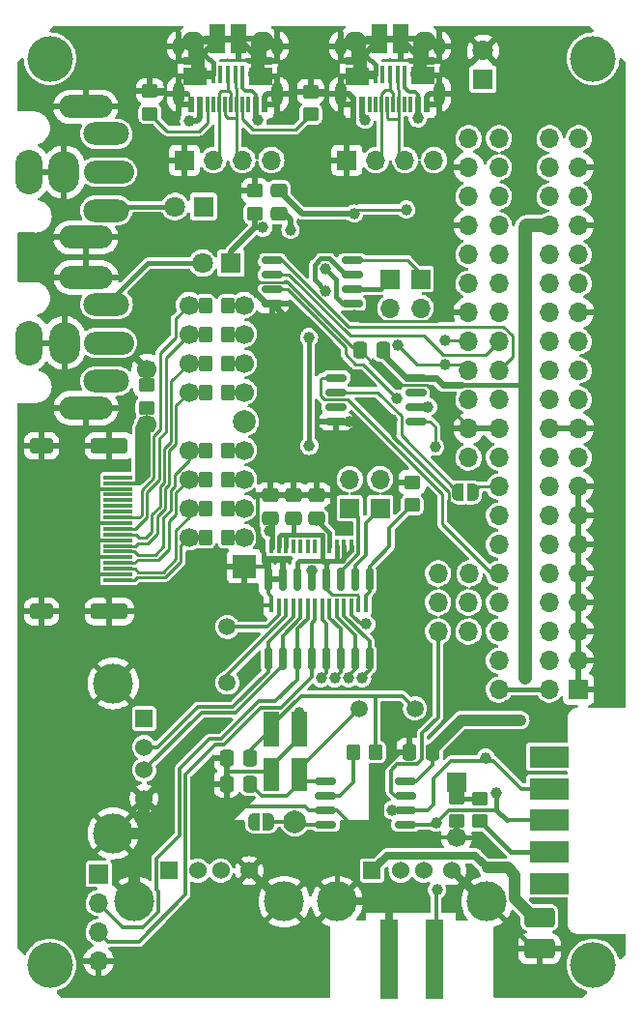
<source format=gtl>
G04 #@! TF.GenerationSoftware,KiCad,Pcbnew,6.0.11-2627ca5db0~126~ubuntu20.04.1*
G04 #@! TF.CreationDate,2024-04-17T12:51:00+05:00*
G04 #@! TF.ProjectId,16EJU24,3136454a-5532-4342-9e6b-696361645f70,rev?*
G04 #@! TF.SameCoordinates,Original*
G04 #@! TF.FileFunction,Copper,L1,Top*
G04 #@! TF.FilePolarity,Positive*
%FSLAX46Y46*%
G04 Gerber Fmt 4.6, Leading zero omitted, Abs format (unit mm)*
G04 Created by KiCad (PCBNEW 6.0.11-2627ca5db0~126~ubuntu20.04.1) date 2024-04-17 12:51:00*
%MOMM*%
%LPD*%
G01*
G04 APERTURE LIST*
G04 Aperture macros list*
%AMRoundRect*
0 Rectangle with rounded corners*
0 $1 Rounding radius*
0 $2 $3 $4 $5 $6 $7 $8 $9 X,Y pos of 4 corners*
0 Add a 4 corners polygon primitive as box body*
4,1,4,$2,$3,$4,$5,$6,$7,$8,$9,$2,$3,0*
0 Add four circle primitives for the rounded corners*
1,1,$1+$1,$2,$3*
1,1,$1+$1,$4,$5*
1,1,$1+$1,$6,$7*
1,1,$1+$1,$8,$9*
0 Add four rect primitives between the rounded corners*
20,1,$1+$1,$2,$3,$4,$5,0*
20,1,$1+$1,$4,$5,$6,$7,0*
20,1,$1+$1,$6,$7,$8,$9,0*
20,1,$1+$1,$8,$9,$2,$3,0*%
%AMOutline4P*
0 Free polygon, 4 corners , with rotation*
0 The origin of the aperture is its center*
0 number of corners: always 4*
0 $1 to $8 corner X, Y*
0 $9 Rotation angle, in degrees counterclockwise*
0 create outline with 4 corners*
4,1,4,$1,$2,$3,$4,$5,$6,$7,$8,$1,$2,$9*%
%AMFreePoly0*
4,1,22,0.500000,-0.750000,0.000000,-0.750000,0.000000,-0.745033,-0.079941,-0.743568,-0.215256,-0.701293,-0.333266,-0.622738,-0.424486,-0.514219,-0.481581,-0.384460,-0.499164,-0.250000,-0.500000,-0.250000,-0.500000,0.250000,-0.499164,0.250000,-0.499963,0.256109,-0.478152,0.396186,-0.417904,0.524511,-0.324060,0.630769,-0.204165,0.706417,-0.067858,0.745374,0.000000,0.744959,0.000000,0.750000,
0.500000,0.750000,0.500000,-0.750000,0.500000,-0.750000,$1*%
%AMFreePoly1*
4,1,20,0.000000,0.744959,0.073905,0.744508,0.209726,0.703889,0.328688,0.626782,0.421226,0.519385,0.479903,0.390333,0.500000,0.250000,0.500000,-0.250000,0.499851,-0.262216,0.476331,-0.402017,0.414519,-0.529596,0.319384,-0.634700,0.198574,-0.708877,0.061801,-0.746166,0.000000,-0.745033,0.000000,-0.750000,-0.500000,-0.750000,-0.500000,0.750000,0.000000,0.750000,0.000000,0.744959,
0.000000,0.744959,$1*%
G04 Aperture macros list end*
G04 #@! TA.AperFunction,ComponentPad*
%ADD10R,1.800000X1.800000*%
G04 #@! TD*
G04 #@! TA.AperFunction,ComponentPad*
%ADD11C,1.800000*%
G04 #@! TD*
G04 #@! TA.AperFunction,ComponentPad*
%ADD12C,1.700000*%
G04 #@! TD*
G04 #@! TA.AperFunction,SMDPad,CuDef*
%ADD13RoundRect,0.250000X-0.450000X0.350000X-0.450000X-0.350000X0.450000X-0.350000X0.450000X0.350000X0*%
G04 #@! TD*
G04 #@! TA.AperFunction,ComponentPad*
%ADD14R,1.700000X1.700000*%
G04 #@! TD*
G04 #@! TA.AperFunction,ComponentPad*
%ADD15O,1.700000X1.700000*%
G04 #@! TD*
G04 #@! TA.AperFunction,SMDPad,CuDef*
%ADD16RoundRect,0.150000X-0.800000X-0.150000X0.800000X-0.150000X0.800000X0.150000X-0.800000X0.150000X0*%
G04 #@! TD*
G04 #@! TA.AperFunction,SMDPad,CuDef*
%ADD17FreePoly0,0.000000*%
G04 #@! TD*
G04 #@! TA.AperFunction,SMDPad,CuDef*
%ADD18FreePoly1,0.000000*%
G04 #@! TD*
G04 #@! TA.AperFunction,SMDPad,CuDef*
%ADD19RoundRect,0.250000X0.337500X0.475000X-0.337500X0.475000X-0.337500X-0.475000X0.337500X-0.475000X0*%
G04 #@! TD*
G04 #@! TA.AperFunction,SMDPad,CuDef*
%ADD20RoundRect,0.250000X-0.475000X0.337500X-0.475000X-0.337500X0.475000X-0.337500X0.475000X0.337500X0*%
G04 #@! TD*
G04 #@! TA.AperFunction,SMDPad,CuDef*
%ADD21RoundRect,0.250000X-0.350000X-0.450000X0.350000X-0.450000X0.350000X0.450000X-0.350000X0.450000X0*%
G04 #@! TD*
G04 #@! TA.AperFunction,ComponentPad*
%ADD22C,2.000000*%
G04 #@! TD*
G04 #@! TA.AperFunction,SMDPad,CuDef*
%ADD23R,0.600000X1.450000*%
G04 #@! TD*
G04 #@! TA.AperFunction,SMDPad,CuDef*
%ADD24R,0.400000X1.650000*%
G04 #@! TD*
G04 #@! TA.AperFunction,SMDPad,CuDef*
%ADD25R,0.300000X1.450000*%
G04 #@! TD*
G04 #@! TA.AperFunction,ComponentPad*
%ADD26O,1.000000X2.100000*%
G04 #@! TD*
G04 #@! TA.AperFunction,SMDPad,CuDef*
%ADD27Outline4P,-0.675000X-0.675000X0.675000X-0.675000X0.675000X0.675000X-0.675000X0.675000X0.000000*%
G04 #@! TD*
G04 #@! TA.AperFunction,ComponentPad*
%ADD28O,1.100000X1.100000*%
G04 #@! TD*
G04 #@! TA.AperFunction,SMDPad,CuDef*
%ADD29R,2.000000X1.500000*%
G04 #@! TD*
G04 #@! TA.AperFunction,SMDPad,CuDef*
%ADD30R,1.430000X2.500000*%
G04 #@! TD*
G04 #@! TA.AperFunction,ComponentPad*
%ADD31O,1.000000X1.600000*%
G04 #@! TD*
G04 #@! TA.AperFunction,SMDPad,CuDef*
%ADD32R,1.825000X0.700000*%
G04 #@! TD*
G04 #@! TA.AperFunction,SMDPad,CuDef*
%ADD33R,0.380714X1.829960*%
G04 #@! TD*
G04 #@! TA.AperFunction,SMDPad,CuDef*
%ADD34R,0.382484X1.821706*%
G04 #@! TD*
G04 #@! TA.AperFunction,ComponentPad*
%ADD35O,2.000000X1.700000*%
G04 #@! TD*
G04 #@! TA.AperFunction,SMDPad,CuDef*
%ADD36FreePoly0,180.000000*%
G04 #@! TD*
G04 #@! TA.AperFunction,SMDPad,CuDef*
%ADD37FreePoly1,180.000000*%
G04 #@! TD*
G04 #@! TA.AperFunction,SMDPad,CuDef*
%ADD38R,2.600000X0.300000*%
G04 #@! TD*
G04 #@! TA.AperFunction,ComponentPad*
%ADD39RoundRect,0.350000X-1.300000X0.350000X-1.300000X-0.350000X1.300000X-0.350000X1.300000X0.350000X0*%
G04 #@! TD*
G04 #@! TA.AperFunction,ComponentPad*
%ADD40RoundRect,0.350000X-0.700000X0.350000X-0.700000X-0.350000X0.700000X-0.350000X0.700000X0.350000X0*%
G04 #@! TD*
G04 #@! TA.AperFunction,ComponentPad*
%ADD41R,1.524000X1.524000*%
G04 #@! TD*
G04 #@! TA.AperFunction,ComponentPad*
%ADD42C,1.524000*%
G04 #@! TD*
G04 #@! TA.AperFunction,ComponentPad*
%ADD43C,3.500000*%
G04 #@! TD*
G04 #@! TA.AperFunction,ComponentPad*
%ADD44R,2.000000X2.000000*%
G04 #@! TD*
G04 #@! TA.AperFunction,SMDPad,CuDef*
%ADD45RoundRect,0.250000X-0.337500X-0.475000X0.337500X-0.475000X0.337500X0.475000X-0.337500X0.475000X0*%
G04 #@! TD*
G04 #@! TA.AperFunction,SMDPad,CuDef*
%ADD46RoundRect,0.150000X0.150000X-0.837500X0.150000X0.837500X-0.150000X0.837500X-0.150000X-0.837500X0*%
G04 #@! TD*
G04 #@! TA.AperFunction,ComponentPad*
%ADD47C,1.500000*%
G04 #@! TD*
G04 #@! TA.AperFunction,SMDPad,CuDef*
%ADD48RoundRect,0.250000X0.450000X-0.350000X0.450000X0.350000X-0.450000X0.350000X-0.450000X-0.350000X0*%
G04 #@! TD*
G04 #@! TA.AperFunction,ComponentPad*
%ADD49O,4.000000X2.000000*%
G04 #@! TD*
G04 #@! TA.AperFunction,ComponentPad*
%ADD50O,4.400000X2.000000*%
G04 #@! TD*
G04 #@! TA.AperFunction,ComponentPad*
%ADD51O,2.400000X3.900000*%
G04 #@! TD*
G04 #@! TA.AperFunction,ComponentPad*
%ADD52O,2.700000X3.700000*%
G04 #@! TD*
G04 #@! TA.AperFunction,ComponentPad*
%ADD53O,4.700000X2.000000*%
G04 #@! TD*
G04 #@! TA.AperFunction,SMDPad,CuDef*
%ADD54RoundRect,0.150000X0.800000X0.150000X-0.800000X0.150000X-0.800000X-0.150000X0.800000X-0.150000X0*%
G04 #@! TD*
G04 #@! TA.AperFunction,SMDPad,CuDef*
%ADD55R,3.480000X1.846667*%
G04 #@! TD*
G04 #@! TA.AperFunction,SMDPad,CuDef*
%ADD56RoundRect,0.323962X-1.026038X0.534538X-1.026038X-0.534538X1.026038X-0.534538X1.026038X0.534538X0*%
G04 #@! TD*
G04 #@! TA.AperFunction,SMDPad,CuDef*
%ADD57R,0.400000X1.200000*%
G04 #@! TD*
G04 #@! TA.AperFunction,SMDPad,CuDef*
%ADD58R,1.392000X3.048000*%
G04 #@! TD*
G04 #@! TA.AperFunction,SMDPad,CuDef*
%ADD59R,1.392000X2.921000*%
G04 #@! TD*
G04 #@! TA.AperFunction,SMDPad,CuDef*
%ADD60R,1.600000X7.000000*%
G04 #@! TD*
G04 #@! TA.AperFunction,ViaPad*
%ADD61C,1.000000*%
G04 #@! TD*
G04 #@! TA.AperFunction,ViaPad*
%ADD62C,4.000000*%
G04 #@! TD*
G04 #@! TA.AperFunction,Conductor*
%ADD63C,0.254000*%
G04 #@! TD*
G04 #@! TA.AperFunction,Conductor*
%ADD64C,0.300000*%
G04 #@! TD*
G04 #@! TA.AperFunction,Conductor*
%ADD65C,0.400000*%
G04 #@! TD*
G04 #@! TA.AperFunction,Conductor*
%ADD66C,0.600000*%
G04 #@! TD*
G04 #@! TA.AperFunction,Conductor*
%ADD67C,0.500000*%
G04 #@! TD*
G04 #@! TA.AperFunction,Conductor*
%ADD68C,0.250000*%
G04 #@! TD*
G04 #@! TA.AperFunction,Conductor*
%ADD69C,1.200000*%
G04 #@! TD*
G04 #@! TA.AperFunction,Conductor*
%ADD70C,0.700000*%
G04 #@! TD*
G04 #@! TA.AperFunction,Conductor*
%ADD71C,1.000000*%
G04 #@! TD*
G04 APERTURE END LIST*
D10*
X46482000Y-44069000D03*
D11*
X43982000Y-44069000D03*
D12*
X68664381Y-99280757D03*
D13*
X68664381Y-97867757D03*
D10*
X68664381Y-94454757D03*
D13*
X68664381Y-95867757D03*
D14*
X61976000Y-70485000D03*
D15*
X61976000Y-67945000D03*
D14*
X59309000Y-70485000D03*
D15*
X59309000Y-67945000D03*
D14*
X62865000Y-50419000D03*
D15*
X62865000Y-52959000D03*
D14*
X65532000Y-50419000D03*
D15*
X65532000Y-52959000D03*
D10*
X48895000Y-49022000D03*
D11*
X46395000Y-49022000D03*
D16*
X58095000Y-59055000D03*
X58095000Y-60325000D03*
X58095000Y-61595000D03*
X58095000Y-62865000D03*
X65095000Y-62865000D03*
X65095000Y-61595000D03*
X65095000Y-60325000D03*
X65095000Y-59055000D03*
X52507000Y-48768000D03*
X52507000Y-50038000D03*
X52507000Y-51308000D03*
X52507000Y-52578000D03*
X59507000Y-52578000D03*
X59507000Y-51308000D03*
X59507000Y-50038000D03*
X59507000Y-48768000D03*
D13*
X50982000Y-42688000D03*
X50982000Y-44688000D03*
D17*
X68804000Y-69088000D03*
D18*
X70104000Y-69088000D03*
D19*
X62251500Y-56642000D03*
X60176500Y-56642000D03*
D20*
X53086000Y-42650500D03*
X53086000Y-44725500D03*
D21*
X59579000Y-91821000D03*
X61579000Y-91821000D03*
X46625000Y-67945000D03*
D12*
X45212000Y-67945000D03*
D21*
X48625000Y-67945000D03*
D12*
X50038000Y-67945000D03*
D22*
X50046413Y-62888717D03*
D12*
X45212000Y-70485000D03*
D21*
X46625000Y-70485000D03*
X48625000Y-70485000D03*
D12*
X50038000Y-70485000D03*
D20*
X52324000Y-69320500D03*
X52324000Y-71395500D03*
D15*
X69723000Y-81280000D03*
X69723000Y-78740000D03*
D12*
X45212000Y-55245000D03*
D21*
X46625000Y-55245000D03*
X48625000Y-55245000D03*
D12*
X50038000Y-55245000D03*
D15*
X67056000Y-81280000D03*
X67056000Y-78740000D03*
X67056000Y-76200000D03*
X69806000Y-76200000D03*
X72390000Y-86360000D03*
X72390000Y-83820000D03*
X72390000Y-81280000D03*
X72390000Y-78740000D03*
X72390000Y-76200000D03*
X72390000Y-73660000D03*
X72390000Y-71120000D03*
X72390000Y-68580000D03*
X72390000Y-66040000D03*
X72390000Y-63500000D03*
X72390000Y-60960000D03*
X72390000Y-58420000D03*
X72390000Y-55880000D03*
X72390000Y-53340000D03*
X72390000Y-50800000D03*
X72390000Y-48260000D03*
X72390000Y-45720000D03*
X72390000Y-43180000D03*
X72390000Y-40640000D03*
X72390000Y-38100000D03*
D23*
X51835635Y-35129506D03*
X51060635Y-35129506D03*
D24*
X49908980Y-32537012D03*
D25*
X50360635Y-35129506D03*
X49860635Y-35129506D03*
D24*
X49258980Y-32537012D03*
D25*
X49360635Y-35129506D03*
X48860635Y-35129506D03*
D24*
X48608980Y-32537012D03*
D25*
X48360635Y-35129506D03*
X47860635Y-35129506D03*
X47360635Y-35129506D03*
X46860635Y-35129506D03*
D23*
X46160635Y-35129506D03*
D24*
X47308980Y-32537012D03*
D23*
X45385635Y-35129506D03*
D26*
X44290635Y-34214506D03*
D27*
X51338980Y-30899012D03*
D28*
X46172235Y-32463706D03*
D29*
X45708980Y-32657012D03*
D30*
X47648980Y-29387012D03*
D31*
X44290635Y-30034506D03*
D32*
X51558980Y-31337012D03*
D33*
X50823219Y-30571992D03*
D32*
X45608980Y-31337012D03*
D28*
X51012235Y-32463706D03*
D26*
X52930635Y-34214506D03*
D31*
X52930635Y-30034506D03*
D27*
X45858980Y-30899012D03*
D34*
X46350311Y-30543394D03*
D29*
X51458980Y-32637012D03*
D35*
X45535980Y-29629012D03*
X51631980Y-29657012D03*
D30*
X49568980Y-29387012D03*
D24*
X47958980Y-32537012D03*
D36*
X52212000Y-97917000D03*
D37*
X50912000Y-97917000D03*
D14*
X37284483Y-102508257D03*
D15*
X37284483Y-105048257D03*
X37284483Y-107588257D03*
X37284483Y-110128257D03*
D13*
X41783000Y-33941000D03*
X41783000Y-35941000D03*
D14*
X79375000Y-86355000D03*
D15*
X76835000Y-86355000D03*
X79375000Y-83815000D03*
X76835000Y-83815000D03*
X79375000Y-81275000D03*
X76835000Y-81275000D03*
X79375000Y-78735000D03*
X76835000Y-78735000D03*
X79375000Y-76195000D03*
X76835000Y-76195000D03*
X79375000Y-73655000D03*
X76835000Y-73655000D03*
X79375000Y-71115000D03*
X76835000Y-71115000D03*
X79375000Y-68575000D03*
X76835000Y-68575000D03*
X79375000Y-66035000D03*
X76835000Y-66035000D03*
X79375000Y-63495000D03*
X76835000Y-63495000D03*
X79375000Y-60955000D03*
X76835000Y-60955000D03*
X79375000Y-58415000D03*
X76835000Y-58415000D03*
X79375000Y-55875000D03*
X76835000Y-55875000D03*
X79375000Y-53335000D03*
X76835000Y-53335000D03*
X79375000Y-50795000D03*
X76835000Y-50795000D03*
X79375000Y-48255000D03*
X76835000Y-48255000D03*
X79375000Y-45715000D03*
X76835000Y-45715000D03*
X79375000Y-43175000D03*
X76835000Y-43175000D03*
X79375000Y-40635000D03*
X76835000Y-40635000D03*
X79375000Y-38095000D03*
X76835000Y-38095000D03*
D38*
X38987000Y-76788400D03*
X38987000Y-76288400D03*
X38987000Y-75788400D03*
X38987000Y-75288400D03*
X38987000Y-74788400D03*
X38987000Y-74288400D03*
X38987000Y-73788400D03*
X38987000Y-73288400D03*
X38987000Y-72788400D03*
X38987000Y-72288400D03*
X38987000Y-71788400D03*
X38987000Y-71288400D03*
X38987000Y-70788400D03*
X38987000Y-70288400D03*
X38987000Y-69788400D03*
X38987000Y-69288400D03*
X38987000Y-68788400D03*
X38987000Y-68288400D03*
X38987000Y-67788400D03*
D39*
X38227000Y-65038400D03*
D40*
X32267000Y-65038400D03*
X32267000Y-79538400D03*
D39*
X38227000Y-79538400D03*
D41*
X41275000Y-88900000D03*
D42*
X41275000Y-91400000D03*
X41275000Y-93400000D03*
X41275000Y-95900000D03*
D43*
X38565000Y-98970000D03*
X38565000Y-85830000D03*
D44*
X50066639Y-75569345D03*
D12*
X45212000Y-52705000D03*
D21*
X46625000Y-52705000D03*
D12*
X50038000Y-52705000D03*
D21*
X48625000Y-52705000D03*
D13*
X70739000Y-95901000D03*
X70739000Y-97901000D03*
D41*
X61270000Y-102222500D03*
D42*
X63770000Y-102222500D03*
X65770000Y-102222500D03*
X68270000Y-102222500D03*
D43*
X71340000Y-104932500D03*
X58200000Y-104932500D03*
D23*
X66064600Y-35127000D03*
D24*
X64137945Y-32534506D03*
D23*
X65289600Y-35127000D03*
D25*
X64589600Y-35127000D03*
X64089600Y-35127000D03*
D24*
X63487945Y-32534506D03*
D25*
X63589600Y-35127000D03*
D24*
X62837945Y-32534506D03*
D25*
X63089600Y-35127000D03*
X62589600Y-35127000D03*
X62089600Y-35127000D03*
X61589600Y-35127000D03*
X61089600Y-35127000D03*
D23*
X60389600Y-35127000D03*
X59614600Y-35127000D03*
D24*
X61537945Y-32534506D03*
D28*
X60401200Y-32461200D03*
D26*
X67159600Y-34212000D03*
D32*
X65787945Y-31334506D03*
D31*
X67159600Y-30032000D03*
D27*
X60087945Y-30896506D03*
D26*
X58519600Y-34212000D03*
D34*
X60579276Y-30540888D03*
D32*
X59837945Y-31334506D03*
D30*
X61877945Y-29384506D03*
D35*
X65860945Y-29654506D03*
D33*
X65052184Y-30569486D03*
D29*
X65687945Y-32634506D03*
D28*
X65241200Y-32461200D03*
D29*
X59937945Y-32654506D03*
D27*
X65567945Y-30896506D03*
D30*
X63797945Y-29384506D03*
D31*
X58519600Y-30032000D03*
D35*
X59764945Y-29626506D03*
D24*
X62187945Y-32534506D03*
D45*
X48492500Y-94615000D03*
X50567500Y-94615000D03*
X64494500Y-91821000D03*
X66569500Y-91821000D03*
D46*
X52133500Y-83666500D03*
X53403500Y-83666500D03*
X54673500Y-83666500D03*
X55943500Y-83666500D03*
X57213500Y-83666500D03*
X58483500Y-83666500D03*
X59753500Y-83666500D03*
X61023500Y-83666500D03*
X61023500Y-76741500D03*
X59753500Y-76741500D03*
X58483500Y-76741500D03*
X57213500Y-76741500D03*
X55943500Y-76741500D03*
X54673500Y-76741500D03*
X53403500Y-76741500D03*
X52133500Y-76741500D03*
D47*
X65024000Y-88011000D03*
X60144000Y-88011000D03*
D48*
X41529000Y-61706000D03*
D12*
X41529000Y-63119000D03*
D48*
X41529000Y-59706000D03*
D12*
X41529000Y-58293000D03*
D47*
X48564800Y-85762000D03*
X48564800Y-80882000D03*
D49*
X37958823Y-37707230D03*
X37958823Y-44407230D03*
D50*
X38158823Y-41057230D03*
D51*
X31175823Y-41057230D03*
D52*
X34258823Y-41057230D03*
D53*
X36158823Y-35342230D03*
X36158823Y-46772230D03*
D10*
X70993000Y-32910226D03*
D11*
X70993000Y-30410226D03*
D54*
X64206000Y-98171000D03*
X64206000Y-96901000D03*
X64206000Y-95631000D03*
X64206000Y-94361000D03*
X57206000Y-94361000D03*
X57206000Y-95631000D03*
X57206000Y-96901000D03*
X57206000Y-98171000D03*
D14*
X44810635Y-40005000D03*
D15*
X47350635Y-40005000D03*
X49890635Y-40005000D03*
X52430635Y-40005000D03*
D22*
X54483000Y-97917000D03*
D49*
X37973000Y-52657000D03*
X37973000Y-59357000D03*
D50*
X38173000Y-56007000D03*
D52*
X34273000Y-56007000D03*
D53*
X36173000Y-50292000D03*
X36173000Y-61722000D03*
D51*
X31190000Y-56007000D03*
D45*
X48492500Y-92329000D03*
X50567500Y-92329000D03*
D48*
X64770000Y-70215000D03*
X64770000Y-68215000D03*
D55*
X76806700Y-103355400D03*
X76806700Y-100585400D03*
X76806700Y-97815400D03*
X76806700Y-95045400D03*
X76806700Y-92275400D03*
D12*
X45212000Y-60325000D03*
D21*
X46625000Y-60325000D03*
D12*
X50038000Y-60325000D03*
D21*
X48625000Y-60325000D03*
D14*
X59065000Y-40005000D03*
D15*
X61605000Y-40005000D03*
X64145000Y-40005000D03*
X66685000Y-40005000D03*
D41*
X43490000Y-102222500D03*
D42*
X45990000Y-102222500D03*
X47990000Y-102222500D03*
X50490000Y-102222500D03*
D43*
X40420000Y-104932500D03*
X53560000Y-104932500D03*
D20*
X56388000Y-69320500D03*
X56388000Y-71395500D03*
D15*
X69723000Y-66040000D03*
X69723000Y-63500000D03*
X69723000Y-60960000D03*
X69723000Y-58420000D03*
X69723000Y-55880000D03*
X69723000Y-53340000D03*
X69723000Y-50800000D03*
X69723000Y-48260000D03*
X69723000Y-45720000D03*
X69723000Y-43180000D03*
X69723000Y-40640000D03*
X69723000Y-38100000D03*
D20*
X54356000Y-69320500D03*
X54356000Y-71395500D03*
D13*
X55880000Y-34000000D03*
X55880000Y-36000000D03*
D12*
X45212000Y-57785000D03*
D21*
X46625000Y-57785000D03*
D12*
X50038000Y-57785000D03*
D21*
X48625000Y-57785000D03*
D12*
X45212000Y-65405000D03*
D21*
X46625000Y-65405000D03*
D12*
X50038000Y-65405000D03*
D21*
X48625000Y-65405000D03*
D56*
X75946000Y-106329500D03*
X75946000Y-109062500D03*
D57*
X52451000Y-78994000D03*
X53086000Y-78994000D03*
X53721000Y-78994000D03*
X54356000Y-78994000D03*
X54991000Y-78994000D03*
X55626000Y-78994000D03*
X56261000Y-78994000D03*
X56896000Y-78994000D03*
X57531000Y-78994000D03*
X58166000Y-78994000D03*
X58801000Y-78994000D03*
X59436000Y-78994000D03*
X60071000Y-78994000D03*
X60706000Y-78994000D03*
X60706000Y-73794000D03*
X60071000Y-73794000D03*
X59436000Y-73794000D03*
X58801000Y-73794000D03*
X58166000Y-73794000D03*
X57531000Y-73794000D03*
X56896000Y-73794000D03*
X56261000Y-73794000D03*
X55626000Y-73794000D03*
X54991000Y-73794000D03*
X54356000Y-73794000D03*
X53721000Y-73794000D03*
X53086000Y-73794000D03*
X52451000Y-73794000D03*
D12*
X45212000Y-73025000D03*
D21*
X46625000Y-73025000D03*
D12*
X50038000Y-73025000D03*
D21*
X48625000Y-73025000D03*
D58*
X52451000Y-89822667D03*
D59*
X52451000Y-93823167D03*
X54859000Y-93823167D03*
D58*
X54859000Y-89822667D03*
D60*
X66764318Y-109982000D03*
X62764318Y-109982000D03*
D61*
X59563000Y-46736000D03*
X60452000Y-59309000D03*
X59690000Y-53594000D03*
X57531000Y-56261000D03*
X70612000Y-70612000D03*
X71247000Y-67183000D03*
X68326000Y-71247000D03*
X62992000Y-62738000D03*
X64770000Y-84836000D03*
X64770000Y-82804000D03*
X64770000Y-83820000D03*
X64770000Y-73660000D03*
X64770000Y-72644000D03*
X64770000Y-71628000D03*
X50864951Y-48505727D03*
X51689000Y-45913500D03*
X54102000Y-46101000D03*
X64262000Y-44323000D03*
X63538500Y-56211403D03*
X59690001Y-44687998D03*
X67691000Y-55753000D03*
X67691000Y-57883500D03*
X63461519Y-60869822D03*
X57205648Y-51452104D03*
X57152500Y-49530000D03*
X64770000Y-68199000D03*
X59309000Y-62865000D03*
X60176498Y-56642000D03*
X66167000Y-61595000D03*
X66776638Y-65099790D03*
D62*
X33020000Y-110490000D03*
X33020000Y-31115000D03*
X80645000Y-110490000D03*
X80645000Y-31115000D03*
D61*
X54864000Y-88392000D03*
X71113881Y-99758337D03*
X73162600Y-101970400D03*
X60628267Y-36478398D03*
X56388000Y-71501000D03*
X71363400Y-101970400D03*
X56007000Y-75956500D03*
X45212000Y-36576000D03*
X65258433Y-36334802D03*
X51237384Y-36487237D03*
X62985743Y-96901000D03*
X71236500Y-92329000D03*
X66884305Y-97999305D03*
X72136000Y-95377000D03*
X66953365Y-103910365D03*
X74676000Y-85344000D03*
X66619500Y-91821000D03*
X74273500Y-89027000D03*
X55743068Y-55508930D03*
X55753000Y-65024000D03*
X52275123Y-72484500D03*
X60754278Y-80634902D03*
X56787805Y-85374312D03*
X57982895Y-85374312D03*
X59182382Y-85374312D03*
X60383074Y-85374312D03*
D63*
X62837945Y-33881945D02*
X62384055Y-33881945D01*
X62384055Y-33881945D02*
X62089600Y-34176400D01*
X62089600Y-34176400D02*
X62089600Y-35127000D01*
X48608980Y-33851308D02*
X48717336Y-33959664D01*
X48717336Y-33959664D02*
X48860635Y-34102963D01*
X48052141Y-33909000D02*
X48666672Y-33909000D01*
X48666672Y-33909000D02*
X48717336Y-33959664D01*
X48608980Y-33807672D02*
X48608980Y-33851308D01*
X48860635Y-34102963D02*
X48860635Y-35129506D01*
X48608980Y-32537012D02*
X48608980Y-33807672D01*
X48608980Y-33807672D02*
X48507652Y-33909000D01*
X62837945Y-32534506D02*
X62837945Y-33881945D01*
X62837945Y-33881945D02*
X63089600Y-34133600D01*
X63089600Y-34133600D02*
X63089600Y-35127000D01*
X47860635Y-35129506D02*
X47860635Y-34100506D01*
X47860635Y-34100506D02*
X48052141Y-33909000D01*
X48052141Y-33909000D02*
X48507652Y-33909000D01*
D64*
X53403500Y-76741500D02*
X52133500Y-76741500D01*
X51249000Y-69379500D02*
X51249000Y-73855000D01*
X51811655Y-75569345D02*
X51811655Y-74417655D01*
X51811655Y-74417655D02*
X51249000Y-73855000D01*
D63*
X38987000Y-73788400D02*
X40511600Y-73788400D01*
X40511600Y-73788400D02*
X40767000Y-73533000D01*
X43127000Y-68745896D02*
X43488000Y-68384896D01*
X40767000Y-73533000D02*
X41599552Y-73533000D01*
X41599552Y-73533000D02*
X42418000Y-72714552D01*
X44069000Y-61468000D02*
X45212000Y-60325000D01*
X42418000Y-72714552D02*
X42418000Y-71220947D01*
X42418000Y-71220947D02*
X43127000Y-70511947D01*
X43127000Y-70511947D02*
X43127000Y-68745896D01*
X44069000Y-64883470D02*
X44069000Y-61468000D01*
X43488000Y-68384896D02*
X43488000Y-65464470D01*
X43488000Y-65464470D02*
X44069000Y-64883470D01*
X38987000Y-72788400D02*
X40530400Y-72788400D01*
X40530400Y-72788400D02*
X40821000Y-73079000D01*
X40821000Y-73079000D02*
X41411500Y-73079000D01*
X41964000Y-72526500D02*
X41964000Y-71032895D01*
X43034000Y-68196844D02*
X43034000Y-65276418D01*
X43034000Y-65276418D02*
X43615000Y-64695418D01*
X41411500Y-73079000D02*
X41964000Y-72526500D01*
X42673000Y-68557844D02*
X43034000Y-68196844D01*
X41964000Y-71032895D02*
X42673000Y-70323895D01*
X42673000Y-70323895D02*
X42673000Y-68557844D01*
X43615000Y-64695418D02*
X43615000Y-59382000D01*
X43615000Y-59382000D02*
X45212000Y-57785000D01*
X38987000Y-75788400D02*
X40482400Y-75788400D01*
X40482400Y-75788400D02*
X40767000Y-76073000D01*
X40767000Y-76073000D02*
X42926000Y-76073000D01*
X42926000Y-76073000D02*
X44035000Y-74964000D01*
X44035000Y-72424000D02*
X45212000Y-71247000D01*
X44035000Y-74964000D02*
X44035000Y-72424000D01*
X45212000Y-71247000D02*
X45212000Y-70485000D01*
X45212000Y-65405000D02*
X45212000Y-66294000D01*
X42980000Y-73860000D02*
X42291000Y-74549000D01*
X45212000Y-66294000D02*
X44738000Y-66768000D01*
X44738000Y-66768000D02*
X44724470Y-66768000D01*
X43581000Y-70700000D02*
X42980000Y-71301000D01*
X44724470Y-66768000D02*
X43942000Y-67550470D01*
X43942000Y-67550470D02*
X43942000Y-68572948D01*
X43942000Y-68572948D02*
X43581000Y-68933948D01*
X43581000Y-68933948D02*
X43581000Y-70700000D01*
X42980000Y-71301000D02*
X42980000Y-73860000D01*
X42291000Y-74549000D02*
X40703500Y-74549000D01*
X40703500Y-74549000D02*
X40442900Y-74288400D01*
X40442900Y-74288400D02*
X38987000Y-74288400D01*
X45212000Y-52705000D02*
X44035000Y-53882000D01*
X44035000Y-53882000D02*
X44035000Y-55533000D01*
X42126000Y-64186530D02*
X42126000Y-67820740D01*
X42126000Y-67820740D02*
X41056000Y-68890740D01*
X41056000Y-68890740D02*
X41056000Y-71077948D01*
X41056000Y-71077948D02*
X40845548Y-71288400D01*
X44035000Y-55533000D02*
X42707000Y-56861000D01*
X42707000Y-56861000D02*
X42707000Y-63605530D01*
X42707000Y-63605530D02*
X42126000Y-64186530D01*
X40845548Y-71288400D02*
X38987000Y-71288400D01*
X38987000Y-72288400D02*
X40487600Y-72288400D01*
X40487600Y-72288400D02*
X41510000Y-71266000D01*
X41510000Y-71266000D02*
X41510000Y-69078792D01*
X41510000Y-69078792D02*
X42580000Y-68008792D01*
X43161000Y-63793582D02*
X43161000Y-57296000D01*
X42580000Y-68008792D02*
X42580000Y-64374582D01*
X42580000Y-64374582D02*
X43161000Y-63793582D01*
X43161000Y-57296000D02*
X45212000Y-55245000D01*
X38987000Y-76788400D02*
X40432600Y-76788400D01*
X40432600Y-76788400D02*
X40694000Y-76527000D01*
X40694000Y-76527000D02*
X43114053Y-76527000D01*
X43114053Y-76527000D02*
X44489000Y-75152052D01*
X44489000Y-75152052D02*
X44489000Y-73748000D01*
X44489000Y-73748000D02*
X45212000Y-73025000D01*
X45212000Y-67945000D02*
X44035000Y-69122000D01*
X44035000Y-69122000D02*
X44035000Y-71019948D01*
X44035000Y-71019948D02*
X43434000Y-71620948D01*
X43434000Y-71620948D02*
X43434000Y-74048052D01*
X43434000Y-74048052D02*
X42479052Y-75003000D01*
X42479052Y-75003000D02*
X40721700Y-75003000D01*
X40721700Y-75003000D02*
X40436300Y-75288400D01*
X40436300Y-75288400D02*
X38987000Y-75288400D01*
X51308000Y-69320500D02*
X52324000Y-69320500D01*
D64*
X51308000Y-69320500D02*
X51249000Y-69379500D01*
X51249000Y-75569345D02*
X50066639Y-75569345D01*
D63*
X69723000Y-63500000D02*
X69723000Y-63328420D01*
X69723000Y-63328420D02*
X66076580Y-59682000D01*
X66076580Y-59682000D02*
X63216500Y-59682000D01*
X63216500Y-59682000D02*
X60176500Y-56642000D01*
X59690000Y-53594000D02*
X60232000Y-54136000D01*
X60232000Y-54136000D02*
X66895000Y-54136000D01*
X66895000Y-54136000D02*
X67691000Y-53340000D01*
X67691000Y-53340000D02*
X69723000Y-53340000D01*
X52507000Y-51308000D02*
X53841652Y-51308000D01*
X53841652Y-51308000D02*
X58919501Y-56385849D01*
X58919501Y-56385849D02*
X58919501Y-57017495D01*
X58919501Y-57017495D02*
X59814006Y-57912000D01*
X59814006Y-57912000D02*
X60503697Y-57912000D01*
X60503697Y-57912000D02*
X63461519Y-60869822D01*
D65*
X58102500Y-51827338D02*
X58102500Y-52006500D01*
X58674000Y-52578000D02*
X59507000Y-52578000D01*
X58105148Y-51824690D02*
X58102500Y-51827338D01*
D66*
X52507000Y-52578000D02*
X53841002Y-53912002D01*
D63*
X72390000Y-58420000D02*
X73567000Y-57243000D01*
D65*
X56252500Y-49157207D02*
X56252500Y-50498956D01*
D63*
X65833751Y-55384903D02*
X67505848Y-57057000D01*
D65*
X58933293Y-50038000D02*
X57525293Y-48630000D01*
D66*
X55559648Y-53912002D02*
X57531000Y-55883354D01*
D65*
X59507000Y-50038000D02*
X58933293Y-50038000D01*
D63*
X72784529Y-54609999D02*
X59194695Y-54609999D01*
D66*
X53841002Y-53912002D02*
X55559648Y-53912002D01*
D65*
X55753000Y-55518862D02*
X55743068Y-55508930D01*
X58105148Y-50482648D02*
X58105148Y-51824690D01*
D66*
X57531000Y-55883354D02*
X57531000Y-56261000D01*
D65*
X56779707Y-48630000D02*
X56252500Y-49157207D01*
D63*
X73567000Y-57243000D02*
X73567000Y-55392470D01*
D65*
X57525293Y-48630000D02*
X56779707Y-48630000D01*
D63*
X53352696Y-48768000D02*
X52507000Y-48768000D01*
X73567000Y-55392470D02*
X72784529Y-54609999D01*
X59194695Y-54609999D02*
X53352696Y-48768000D01*
D65*
X58102500Y-52006500D02*
X58674000Y-52578000D01*
D63*
X59328251Y-55384903D02*
X65833751Y-55384903D01*
D65*
X55753000Y-65024000D02*
X55753000Y-55518862D01*
D63*
X52507000Y-50038000D02*
X53981348Y-50038000D01*
X67505848Y-57057000D02*
X71213000Y-57057000D01*
D67*
X50864951Y-48505727D02*
X50864951Y-50610951D01*
D63*
X53981348Y-50038000D02*
X59328251Y-55384903D01*
D67*
X50864951Y-50610951D02*
X50864951Y-51464479D01*
D65*
X57152500Y-49530000D02*
X58105148Y-50482648D01*
X56252500Y-50498956D02*
X57205648Y-51452104D01*
D63*
X71213000Y-57057000D02*
X72390000Y-55880000D01*
X50864951Y-50610951D02*
X50935000Y-50681000D01*
X50935000Y-50681000D02*
X53856000Y-50681000D01*
X53856000Y-50681000D02*
X59563000Y-56388000D01*
D64*
X60383074Y-85470314D02*
X60383074Y-85285926D01*
X60383074Y-85285926D02*
X61023500Y-84645500D01*
X61023500Y-84645500D02*
X61023500Y-83666500D01*
X59753500Y-83666500D02*
X59753500Y-84597347D01*
X59753500Y-84597347D02*
X59182382Y-85168465D01*
X59182382Y-85168465D02*
X59182382Y-85374312D01*
X59182382Y-85374312D02*
X59182382Y-85470998D01*
X58483500Y-83666500D02*
X58483500Y-84873707D01*
X57982895Y-85374312D02*
X57982895Y-85477097D01*
X58483500Y-84873707D02*
X57982895Y-85374312D01*
D63*
X63818500Y-62395652D02*
X63818500Y-64066153D01*
X61747848Y-60325000D02*
X63818500Y-62395652D01*
X67977000Y-69120000D02*
X62992000Y-64135000D01*
X62992000Y-64135000D02*
X62992000Y-62738000D01*
X58095000Y-60325000D02*
X61747848Y-60325000D01*
X68804000Y-69051653D02*
X68804000Y-69088000D01*
X63818500Y-64066153D02*
X68804000Y-69051653D01*
X68326000Y-71247000D02*
X67977000Y-70898000D01*
X67977000Y-70898000D02*
X67977000Y-69120000D01*
X72390000Y-76200000D02*
X71755000Y-76200000D01*
X71755000Y-76200000D02*
X67437000Y-71882000D01*
X67437000Y-71882000D02*
X67437000Y-69265999D01*
X67437000Y-69265999D02*
X59123001Y-60952000D01*
X56896000Y-59055000D02*
X58095000Y-59055000D01*
X59123001Y-60952000D02*
X57097420Y-60952000D01*
X56769000Y-60623580D02*
X56769000Y-59182000D01*
X57097420Y-60952000D02*
X56769000Y-60623580D01*
X56769000Y-59182000D02*
X56896000Y-59055000D01*
D66*
X62251500Y-57027993D02*
X62251500Y-56642000D01*
X64278507Y-59055000D02*
X62251500Y-57027993D01*
X65095000Y-59055000D02*
X64278507Y-59055000D01*
D68*
X66776638Y-63347638D02*
X66776638Y-65099790D01*
X66294000Y-62865000D02*
X66776638Y-63347638D01*
X65095000Y-62865000D02*
X66294000Y-62865000D01*
D65*
X43982000Y-44069000D02*
X38297053Y-44069000D01*
X38297053Y-44069000D02*
X37958823Y-44407230D01*
D67*
X51978472Y-52578000D02*
X52507000Y-52578000D01*
X50864951Y-51464479D02*
X51978472Y-52578000D01*
X50982000Y-45919000D02*
X51683500Y-45919000D01*
X51683500Y-45919000D02*
X51689000Y-45913500D01*
X50982000Y-44688000D02*
X50982000Y-45919000D01*
X50982000Y-45919000D02*
X48895000Y-48006000D01*
X48895000Y-48006000D02*
X48895000Y-49022000D01*
X53086000Y-44725500D02*
X53615500Y-44725500D01*
X54102000Y-45212000D02*
X54102000Y-46101000D01*
X53615500Y-44725500D02*
X54102000Y-45212000D01*
D63*
X60054999Y-44323000D02*
X59690001Y-44687998D01*
X64262000Y-44323000D02*
X60054999Y-44323000D01*
D67*
X53086000Y-42650500D02*
X55123498Y-44687998D01*
X55123498Y-44687998D02*
X59690001Y-44687998D01*
D63*
X67691000Y-57883500D02*
X65210597Y-57883500D01*
X65210597Y-57883500D02*
X63538500Y-56211403D01*
X67691000Y-57883500D02*
X69186500Y-57883500D01*
X69186500Y-57883500D02*
X69723000Y-58420000D01*
X67691000Y-55753000D02*
X69596000Y-55753000D01*
X69596000Y-55753000D02*
X69723000Y-55880000D01*
D66*
X65095000Y-59055000D02*
X66865500Y-59055000D01*
X66865500Y-59055000D02*
X67480500Y-59670000D01*
D63*
X59507000Y-48768000D02*
X64389000Y-48768000D01*
X64389000Y-48768000D02*
X65532000Y-49911000D01*
X65532000Y-49911000D02*
X65532000Y-50419000D01*
D65*
X59507000Y-51308000D02*
X61976000Y-51308000D01*
X61976000Y-51308000D02*
X62865000Y-50419000D01*
X46395000Y-49022000D02*
X41608000Y-49022000D01*
X41608000Y-49022000D02*
X37973000Y-52657000D01*
D68*
X66167000Y-61595000D02*
X65095000Y-61595000D01*
D66*
X59309000Y-62865000D02*
X58095000Y-62865000D01*
X67480500Y-59670000D02*
X69064518Y-59670000D01*
D65*
X67480500Y-59670000D02*
X74315000Y-59670000D01*
X74315000Y-59670000D02*
X74676000Y-59309000D01*
X74529000Y-57130000D02*
X74676000Y-57277000D01*
D69*
X74676000Y-45847000D02*
X74676000Y-57277000D01*
X74676000Y-57277000D02*
X74676000Y-59309000D01*
X74676000Y-59309000D02*
X74676000Y-85344000D01*
D68*
X72390000Y-68580000D02*
X70612000Y-68580000D01*
X70612000Y-68580000D02*
X70104000Y-69088000D01*
D64*
X38227000Y-78546200D02*
X38227000Y-79538400D01*
D65*
X58200000Y-100991514D02*
X58200000Y-104932500D01*
D67*
X56092000Y-34212000D02*
X55880000Y-34000000D01*
D64*
X37244400Y-71788400D02*
X37244400Y-73245600D01*
D67*
X51835635Y-35129506D02*
X51835635Y-34444816D01*
D66*
X45858980Y-30899012D02*
X46136980Y-30899012D01*
D64*
X52133500Y-75891190D02*
X52133500Y-76741500D01*
D65*
X71340000Y-104932500D02*
X75470000Y-109062500D01*
D67*
X52065945Y-34214506D02*
X52930635Y-34214506D01*
D64*
X48492500Y-93493500D02*
X48492500Y-94615000D01*
X52260500Y-78041500D02*
X52133500Y-77914500D01*
X52451000Y-93058667D02*
X52451000Y-93823167D01*
D66*
X51080980Y-30899012D02*
X49568980Y-29387012D01*
D64*
X55419000Y-96567000D02*
X55753000Y-96901000D01*
X52167833Y-93540000D02*
X48539000Y-93540000D01*
D70*
X71340000Y-104932500D02*
X70980000Y-104932500D01*
D64*
X48492500Y-92329000D02*
X48492500Y-93493500D01*
D67*
X66294910Y-34212000D02*
X67159600Y-34212000D01*
D64*
X59910757Y-98645757D02*
X59910757Y-99280757D01*
D71*
X41275000Y-98679000D02*
X40984000Y-98970000D01*
D63*
X41783000Y-33941000D02*
X41783000Y-32512000D01*
D64*
X54859000Y-89822667D02*
X54859000Y-90650667D01*
D65*
X46697988Y-30899012D02*
X45858980Y-30899012D01*
D64*
X52451000Y-78994000D02*
X52451000Y-78232000D01*
D65*
X60741506Y-30896506D02*
X60087945Y-30896506D01*
D71*
X41275000Y-95900000D02*
X41275000Y-98679000D01*
D64*
X38987000Y-71788400D02*
X37244400Y-71788400D01*
D70*
X70980000Y-104932500D02*
X68270000Y-102222500D01*
D64*
X52133500Y-77914500D02*
X52133500Y-76741500D01*
D67*
X51458980Y-31437012D02*
X51558980Y-31337012D01*
D64*
X37376600Y-76288400D02*
X37244400Y-76420600D01*
D65*
X46701958Y-30895042D02*
X46697988Y-30899012D01*
D66*
X51338980Y-30899012D02*
X51080980Y-30899012D01*
D64*
X54859000Y-90650667D02*
X52451000Y-93058667D01*
D66*
X46136980Y-30899012D02*
X47648980Y-29387012D01*
D63*
X60417945Y-31914506D02*
X59837945Y-31334506D01*
D64*
X55753000Y-96901000D02*
X57206000Y-96901000D01*
X37256600Y-68788400D02*
X37244400Y-68800600D01*
X55419000Y-96567000D02*
X48594000Y-96567000D01*
D70*
X53560000Y-104932500D02*
X53200000Y-104932500D01*
D65*
X61537945Y-31692945D02*
X60741506Y-30896506D01*
D67*
X45708980Y-32657012D02*
X45708980Y-31437012D01*
D65*
X68664381Y-99280757D02*
X70636301Y-99280757D01*
X59910757Y-99280757D02*
X58200000Y-100991514D01*
D64*
X37244400Y-76420600D02*
X37244400Y-77563600D01*
D70*
X61879500Y-104932500D02*
X62764318Y-105817318D01*
D71*
X40984000Y-98970000D02*
X38565000Y-98970000D01*
D63*
X41783000Y-33941000D02*
X42056506Y-34214506D01*
D64*
X37244400Y-67149600D02*
X38227000Y-66167000D01*
X64494500Y-91821000D02*
X63809598Y-91821000D01*
D66*
X60087945Y-30896506D02*
X60365945Y-30896506D01*
D71*
X41275000Y-98679000D02*
X41275000Y-101092000D01*
D66*
X65309945Y-30896506D02*
X63797945Y-29384506D01*
D67*
X59614600Y-37413400D02*
X59614600Y-35127000D01*
D71*
X41275000Y-101092000D02*
X40420000Y-101947000D01*
D67*
X59065000Y-37963000D02*
X59614600Y-37413400D01*
X51458980Y-32637012D02*
X51458980Y-31437012D01*
D63*
X36576000Y-32004000D02*
X36158823Y-32421177D01*
D67*
X59065000Y-40005000D02*
X59065000Y-37963000D01*
D70*
X62764318Y-105817318D02*
X62764318Y-109982000D01*
D64*
X51811655Y-75569345D02*
X52133500Y-75891190D01*
X38227000Y-66167000D02*
X38227000Y-65038400D01*
X50066639Y-75569345D02*
X51811655Y-75569345D01*
X48492500Y-96465500D02*
X48492500Y-94615000D01*
X38987000Y-74788400D02*
X37323400Y-74788400D01*
D66*
X61877945Y-29384506D02*
X63797945Y-29384506D01*
D65*
X61537945Y-32534506D02*
X61537945Y-31692945D01*
D66*
X47648980Y-29387012D02*
X49568980Y-29387012D01*
D67*
X45708980Y-31437012D02*
X45608980Y-31337012D01*
D64*
X37287200Y-73288400D02*
X37244400Y-73245600D01*
X52451000Y-78232000D02*
X52260500Y-78041500D01*
X38987000Y-76288400D02*
X37376600Y-76288400D01*
D71*
X40420000Y-101947000D02*
X40420000Y-104932500D01*
D64*
X37244400Y-68800600D02*
X37244400Y-67149600D01*
X37244400Y-71788400D02*
X37244400Y-68800600D01*
X63809598Y-91821000D02*
X62136243Y-93494355D01*
D70*
X58200000Y-104932500D02*
X61879500Y-104932500D01*
X53200000Y-104932500D02*
X50490000Y-102222500D01*
D63*
X60417945Y-32654506D02*
X60417945Y-31914506D01*
D65*
X75470000Y-109062500D02*
X75946000Y-109062500D01*
D67*
X59614600Y-34595600D02*
X59614600Y-35127000D01*
D65*
X47308980Y-32537012D02*
X47308980Y-31502063D01*
D64*
X48539000Y-93540000D02*
X48492500Y-93493500D01*
X57206000Y-96901000D02*
X58166000Y-96901000D01*
X56388000Y-69320500D02*
X52324000Y-69320500D01*
X37244400Y-73245600D02*
X37244400Y-74709400D01*
X62136243Y-99280757D02*
X59910757Y-99280757D01*
D67*
X59231000Y-34212000D02*
X59614600Y-34595600D01*
D63*
X41275000Y-32004000D02*
X36576000Y-32004000D01*
D64*
X37323400Y-74788400D02*
X37244400Y-74709400D01*
X48594000Y-96567000D02*
X48492500Y-96465500D01*
D67*
X58519600Y-34212000D02*
X56092000Y-34212000D01*
D63*
X41783000Y-32512000D02*
X41275000Y-32004000D01*
D64*
X38987000Y-73288400D02*
X37287200Y-73288400D01*
D66*
X60365945Y-30896506D02*
X61877945Y-29384506D01*
D65*
X70636301Y-99280757D02*
X71113881Y-99758337D01*
D64*
X62136243Y-99280757D02*
X68664381Y-99280757D01*
D66*
X65567945Y-30896506D02*
X65309945Y-30896506D01*
D64*
X37244400Y-74709400D02*
X37244400Y-76420600D01*
X52451000Y-93823167D02*
X52167833Y-93540000D01*
D67*
X58519600Y-34212000D02*
X59231000Y-34212000D01*
X51835635Y-34444816D02*
X52065945Y-34214506D01*
D64*
X38987000Y-68788400D02*
X37256600Y-68788400D01*
X62136243Y-93494355D02*
X62136243Y-99280757D01*
D63*
X42056506Y-34214506D02*
X44290635Y-34214506D01*
D64*
X58166000Y-96901000D02*
X59910757Y-98645757D01*
D65*
X47308980Y-31502063D02*
X46701958Y-30895042D01*
D67*
X66064600Y-34442310D02*
X66294910Y-34212000D01*
D63*
X36158823Y-32421177D02*
X36158823Y-35342230D01*
D67*
X66064600Y-35127000D02*
X66064600Y-34442310D01*
D64*
X37244400Y-77563600D02*
X38227000Y-78546200D01*
X40946160Y-68326000D02*
X41649000Y-67623160D01*
X50715129Y-33909000D02*
X51060635Y-34254506D01*
D70*
X62582000Y-100910500D02*
X61270000Y-102222500D01*
D64*
X64137945Y-32534506D02*
X64137945Y-33659506D01*
D67*
X60389600Y-36239731D02*
X60628267Y-36478398D01*
X46160635Y-35129506D02*
X46160635Y-36279506D01*
D69*
X41529000Y-63119000D02*
X41109882Y-63538118D01*
D64*
X40624600Y-68326000D02*
X40946160Y-68326000D01*
X50155968Y-33909000D02*
X50715129Y-33909000D01*
D67*
X46160635Y-36279506D02*
X45864141Y-36576000D01*
D69*
X41109882Y-65874882D02*
X41109882Y-67525882D01*
D64*
X40982882Y-67652882D02*
X40982882Y-67967718D01*
X64514439Y-34036000D02*
X65073600Y-34036000D01*
D67*
X51060635Y-35129506D02*
X51060635Y-36310488D01*
D64*
X40721700Y-67914064D02*
X40982882Y-67652882D01*
D65*
X56416528Y-71501000D02*
X57531000Y-72615472D01*
D64*
X40637000Y-64011000D02*
X41109882Y-63538118D01*
D67*
X65289600Y-35127000D02*
X65289600Y-36303635D01*
D64*
X49908980Y-33662012D02*
X50155968Y-33909000D01*
X41649000Y-67623160D02*
X41649000Y-63239000D01*
X40721700Y-68153700D02*
X40721700Y-67914064D01*
X41118460Y-65883460D02*
X41109882Y-65874882D01*
D67*
X60389600Y-35127000D02*
X60389600Y-36239731D01*
D70*
X70303500Y-100910500D02*
X62582000Y-100910500D01*
D69*
X41109882Y-63538118D02*
X41109882Y-65874882D01*
D64*
X40637000Y-68313600D02*
X40637000Y-64011000D01*
D71*
X73162600Y-101970400D02*
X71363400Y-101970400D01*
D64*
X41118460Y-68153700D02*
X41118460Y-65883460D01*
X51060635Y-34254506D02*
X51060635Y-35129506D01*
D71*
X73790000Y-102597800D02*
X73162600Y-101970400D01*
D64*
X65073600Y-34036000D02*
X65289600Y-34252000D01*
D67*
X51060635Y-36310488D02*
X51237384Y-36487237D01*
D70*
X71363400Y-101970400D02*
X70303500Y-100910500D01*
D71*
X73790000Y-104651000D02*
X73790000Y-102597800D01*
D64*
X41649000Y-63239000D02*
X41529000Y-63119000D01*
D65*
X56388000Y-71501000D02*
X56416528Y-71501000D01*
D64*
X65289600Y-34252000D02*
X65289600Y-35127000D01*
D67*
X45864141Y-36576000D02*
X45212000Y-36576000D01*
D64*
X64137945Y-33659506D02*
X64514439Y-34036000D01*
X40982882Y-67652882D02*
X41109882Y-67525882D01*
X38987000Y-68288400D02*
X40587000Y-68288400D01*
X40587000Y-68288400D02*
X40624600Y-68326000D01*
D67*
X65289600Y-36303635D02*
X65258433Y-36334802D01*
D65*
X56388000Y-71395500D02*
X56388000Y-71501000D01*
D71*
X75468500Y-106329500D02*
X73790000Y-104651000D01*
D64*
X40721700Y-68153700D02*
X41118460Y-68153700D01*
X40624600Y-68326000D02*
X40637000Y-68313600D01*
D65*
X57531000Y-72615472D02*
X57531000Y-73794000D01*
D64*
X40587000Y-68288400D02*
X40721700Y-68153700D01*
X49908980Y-32537012D02*
X49908980Y-33662012D01*
X40982882Y-67967718D02*
X40624600Y-68326000D01*
D71*
X75946000Y-106329500D02*
X75468500Y-106329500D01*
D64*
X68199000Y-92583000D02*
X66675000Y-94107000D01*
X71882000Y-92583000D02*
X71247000Y-92583000D01*
D65*
X71247000Y-92339500D02*
X71236500Y-92329000D01*
D64*
X66167000Y-96901000D02*
X64206000Y-96901000D01*
X74344400Y-95045400D02*
X71882000Y-92583000D01*
D65*
X76830000Y-86360000D02*
X76835000Y-86355000D01*
D64*
X71882000Y-86868000D02*
X72390000Y-86360000D01*
X66675000Y-96393000D02*
X66167000Y-96901000D01*
X71247000Y-92583000D02*
X68199000Y-92583000D01*
D65*
X71247000Y-92583000D02*
X71247000Y-92339500D01*
D64*
X76806700Y-95045400D02*
X74344400Y-95045400D01*
D65*
X72390000Y-86360000D02*
X76830000Y-86360000D01*
D64*
X66675000Y-94107000D02*
X66675000Y-96393000D01*
X62985743Y-96901000D02*
X64206000Y-96901000D01*
X66884305Y-97999305D02*
X67965853Y-96917757D01*
X66764318Y-109982000D02*
X66882000Y-109864318D01*
D65*
X72136000Y-95377000D02*
X72136000Y-96901000D01*
D64*
X66882000Y-103981730D02*
X66953365Y-103910365D01*
D65*
X72136000Y-96901000D02*
X73050400Y-97815400D01*
D64*
X64206000Y-98171000D02*
X66712610Y-98171000D01*
X66712610Y-98171000D02*
X66884305Y-97999305D01*
X73050400Y-97815400D02*
X76806700Y-97815400D01*
X66882000Y-109864318D02*
X66882000Y-103981730D01*
X67965853Y-96917757D02*
X72152757Y-96917757D01*
X72152757Y-96917757D02*
X73050400Y-97815400D01*
D69*
X74803000Y-45720000D02*
X74676000Y-45847000D01*
D71*
X66619500Y-91821000D02*
X66619500Y-91495500D01*
D69*
X76835000Y-45715000D02*
X74808000Y-45715000D01*
D64*
X66569500Y-92948205D02*
X66569500Y-91821000D01*
X64206000Y-94361000D02*
X65156705Y-94361000D01*
D71*
X69088000Y-89027000D02*
X74273500Y-89027000D01*
X66619500Y-91495500D02*
X69088000Y-89027000D01*
D64*
X65156705Y-94361000D02*
X66569500Y-92948205D01*
D69*
X74808000Y-45715000D02*
X74803000Y-45720000D01*
D65*
X68697624Y-95901000D02*
X68664381Y-95867757D01*
X70739000Y-95901000D02*
X68697624Y-95901000D01*
X70739000Y-97901000D02*
X73423400Y-100585400D01*
X73423400Y-100585400D02*
X76806700Y-100585400D01*
D63*
X54542000Y-37338000D02*
X55880000Y-36000000D01*
X49860635Y-36398635D02*
X50800000Y-37338000D01*
X50800000Y-37338000D02*
X54542000Y-37338000D01*
X49860635Y-35129506D02*
X49860635Y-36398635D01*
X46860635Y-35129506D02*
X46860635Y-36705365D01*
X46860635Y-36705365D02*
X46101000Y-37465000D01*
X46101000Y-37465000D02*
X43307000Y-37465000D01*
X43307000Y-37465000D02*
X41783000Y-35941000D01*
X63487945Y-32534506D02*
X63487945Y-33769945D01*
X63589600Y-35127000D02*
X63589600Y-36411600D01*
X62589600Y-35127000D02*
X62589600Y-36300600D01*
X63589600Y-36411600D02*
X63589600Y-39449600D01*
X63589600Y-39449600D02*
X64145000Y-40005000D01*
X62700600Y-36411600D02*
X63589600Y-36411600D01*
X62589600Y-36300600D02*
X62700600Y-36411600D01*
X63487945Y-33769945D02*
X63589600Y-33871600D01*
X63589600Y-33871600D02*
X63589600Y-35127000D01*
X62089600Y-35127000D02*
X62089600Y-39520400D01*
X62089600Y-39520400D02*
X61605000Y-40005000D01*
X48641000Y-36322000D02*
X48360635Y-36041635D01*
X49360635Y-35129506D02*
X49360635Y-36279635D01*
X49403000Y-36322000D02*
X48641000Y-36322000D01*
X49360635Y-33739635D02*
X49258980Y-33637980D01*
X49258980Y-33637980D02*
X49258980Y-32537012D01*
X48360635Y-36041635D02*
X48360635Y-35129506D01*
X49360635Y-36279635D02*
X49403000Y-36322000D01*
X49403000Y-36322000D02*
X49403000Y-39517365D01*
X49403000Y-39517365D02*
X49890635Y-40005000D01*
X49360635Y-35129506D02*
X49360635Y-33739635D01*
X47860635Y-35129506D02*
X47860635Y-39495000D01*
X47860635Y-39495000D02*
X47350635Y-40005000D01*
D65*
X57404000Y-75057000D02*
X57404000Y-75184000D01*
X58166000Y-73794000D02*
X58166000Y-74930000D01*
X57404000Y-75184000D02*
X57213500Y-75374500D01*
X56896000Y-75057000D02*
X54864000Y-75057000D01*
X54356000Y-72644000D02*
X54229000Y-72771000D01*
X58674000Y-75057000D02*
X58674000Y-74956000D01*
X57404000Y-75057000D02*
X58039000Y-75057000D01*
X53086000Y-72945709D02*
X53086000Y-73794000D01*
X54864000Y-75057000D02*
X54673500Y-75247500D01*
X56838000Y-72771000D02*
X54229000Y-72771000D01*
X56896000Y-75057000D02*
X56896000Y-73794000D01*
X54356000Y-71395500D02*
X54356000Y-72644000D01*
X53721000Y-73794000D02*
X53721000Y-72898000D01*
D63*
X60071000Y-78175000D02*
X60071000Y-78994000D01*
X57213500Y-76741500D02*
X57213500Y-77533500D01*
X59963000Y-78067000D02*
X60071000Y-78175000D01*
D65*
X58801000Y-73794000D02*
X58801000Y-74930000D01*
X56896000Y-75057000D02*
X57404000Y-75057000D01*
X53260709Y-72771000D02*
X53086000Y-72945709D01*
X56896000Y-73794000D02*
X56896000Y-72829000D01*
X58674000Y-74956000D02*
X59436000Y-74194000D01*
X58039000Y-75057000D02*
X58674000Y-75057000D01*
X57213500Y-76741500D02*
X57213500Y-75374500D01*
X58801000Y-74930000D02*
X58674000Y-75057000D01*
X54673500Y-75247500D02*
X54673500Y-76741500D01*
X53594000Y-72771000D02*
X53260709Y-72771000D01*
D63*
X57747000Y-78067000D02*
X59963000Y-78067000D01*
X57213500Y-77533500D02*
X57747000Y-78067000D01*
D65*
X57213500Y-75374500D02*
X56896000Y-75057000D01*
X59436000Y-74194000D02*
X59436000Y-73794000D01*
X56896000Y-72829000D02*
X56838000Y-72771000D01*
X53721000Y-72898000D02*
X53594000Y-72771000D01*
X54229000Y-72771000D02*
X53594000Y-72771000D01*
X58166000Y-74930000D02*
X58039000Y-75057000D01*
D64*
X52324000Y-72435623D02*
X52275123Y-72484500D01*
X52324000Y-71395500D02*
X52324000Y-72435623D01*
X60260008Y-80634902D02*
X60754278Y-80634902D01*
D65*
X52324000Y-71395500D02*
X52486000Y-71557500D01*
D64*
X59599053Y-79973947D02*
X60260008Y-80634902D01*
X59436000Y-79810894D02*
X59599053Y-79973947D01*
X59436000Y-78994000D02*
X59436000Y-79810894D01*
D65*
X52486000Y-71557500D02*
X52486000Y-73914000D01*
D64*
X61023500Y-76741500D02*
X61023500Y-77787500D01*
X61023500Y-77787500D02*
X60706000Y-78105000D01*
X61023500Y-75628500D02*
X62793500Y-73858500D01*
X61023500Y-76741500D02*
X61023500Y-75628500D01*
X62793500Y-73858500D02*
X62793500Y-72191500D01*
X62793500Y-72191500D02*
X64770000Y-70215000D01*
X60706000Y-78994000D02*
X60706000Y-78105000D01*
X52063000Y-80882000D02*
X48564800Y-80882000D01*
X53086000Y-79859000D02*
X52063000Y-80882000D01*
X53086000Y-78994000D02*
X53086000Y-79859000D01*
X53721000Y-79930401D02*
X48564800Y-85086601D01*
X48564800Y-85086601D02*
X48564800Y-85762000D01*
X53721000Y-78994000D02*
X53721000Y-79930401D01*
X54356000Y-78994000D02*
X54356000Y-80001802D01*
X45974000Y-87884000D02*
X42458000Y-91400000D01*
X49061796Y-87884000D02*
X45974000Y-87884000D01*
X52133500Y-82224302D02*
X52133500Y-83666500D01*
X52133500Y-84812296D02*
X49061796Y-87884000D01*
X54356000Y-80001802D02*
X52133500Y-82224302D01*
X42458000Y-91400000D02*
X41275000Y-91400000D01*
X52133500Y-83666500D02*
X52133500Y-84812296D01*
X54991000Y-80073205D02*
X53403500Y-81660705D01*
X53403500Y-84248698D02*
X49268696Y-88383501D01*
X46291499Y-88383501D02*
X41275000Y-93400000D01*
X53403500Y-81660705D02*
X53403500Y-83666500D01*
X53403500Y-83666500D02*
X53403500Y-84248698D01*
X54991000Y-78994000D02*
X54991000Y-80073205D01*
X49268696Y-88383501D02*
X46291499Y-88383501D01*
X44378000Y-99132000D02*
X42354500Y-101155500D01*
X51335446Y-87403446D02*
X48395499Y-90343394D01*
X42354500Y-103897151D02*
X42520000Y-104062651D01*
X54673500Y-85534500D02*
X52804554Y-87403446D01*
X42520000Y-104062651D02*
X42520000Y-105802349D01*
X54737000Y-83603000D02*
X54673500Y-83666500D01*
X44378000Y-93306998D02*
X44378000Y-99132000D01*
X54673500Y-83666500D02*
X54673500Y-85534500D01*
X39424226Y-107188000D02*
X37284483Y-105048257D01*
X48395499Y-90343394D02*
X48395499Y-90344099D01*
X48053099Y-90686499D02*
X46998499Y-90686499D01*
X55626000Y-78994000D02*
X55626000Y-80144606D01*
X42354500Y-101155500D02*
X42354500Y-103897151D01*
X42520000Y-105802349D02*
X41134349Y-107188000D01*
X46998499Y-90686499D02*
X44378000Y-93306998D01*
X55626000Y-80144606D02*
X54737000Y-81033606D01*
X41134349Y-107188000D02*
X39424226Y-107188000D01*
X54737000Y-81033606D02*
X54737000Y-83603000D01*
X48395499Y-90344099D02*
X48053099Y-90686499D01*
X52804554Y-87403446D02*
X51335446Y-87403446D01*
X40786743Y-108438257D02*
X44878000Y-104347000D01*
X44878000Y-93806000D02*
X47498000Y-91186000D01*
X56261000Y-78994000D02*
X56261000Y-80264000D01*
X51497333Y-87948667D02*
X53275333Y-87948667D01*
X38134483Y-108438257D02*
X40786743Y-108438257D01*
X47498000Y-91186000D02*
X48260000Y-91186000D01*
X55943500Y-80581500D02*
X55943500Y-83666500D01*
X48260000Y-91186000D02*
X51497333Y-87948667D01*
X44878000Y-104347000D02*
X44878000Y-93806000D01*
X55943500Y-85280500D02*
X55943500Y-83666500D01*
X56261000Y-80264000D02*
X55943500Y-80581500D01*
X53275333Y-87948667D02*
X55943500Y-85280500D01*
X37284483Y-107588257D02*
X38134483Y-108438257D01*
X57213500Y-83666500D02*
X57213500Y-80581500D01*
X57213500Y-80581500D02*
X56896000Y-80264000D01*
X57213500Y-84948617D02*
X56787805Y-85374312D01*
X56896000Y-80264000D02*
X56896000Y-78994000D01*
X57213500Y-83666500D02*
X57213500Y-84948617D01*
X58483500Y-81034606D02*
X57531000Y-80082106D01*
X57531000Y-80082106D02*
X57531000Y-78994000D01*
X58483500Y-83666500D02*
X58483500Y-81034606D01*
X58166000Y-80010000D02*
X59753500Y-81597500D01*
X59753500Y-81597500D02*
X59753500Y-83666500D01*
X58166000Y-78994000D02*
X58166000Y-80010000D01*
X58801000Y-79883000D02*
X61023500Y-82105500D01*
X61023500Y-82105500D02*
X61023500Y-83666500D01*
X58801000Y-78994000D02*
X58801000Y-79883000D01*
X60706000Y-73794000D02*
X60706000Y-71755000D01*
X59753500Y-75501500D02*
X59753500Y-76741500D01*
X60706000Y-73794000D02*
X60706000Y-74549000D01*
X60706000Y-71755000D02*
X61976000Y-70485000D01*
X60706000Y-74549000D02*
X59753500Y-75501500D01*
X60071000Y-73794000D02*
X60071000Y-74477598D01*
X60071000Y-74477598D02*
X58483500Y-76065098D01*
X60071000Y-73794000D02*
X60071000Y-71247000D01*
X58483500Y-76065098D02*
X58483500Y-76741500D01*
X60071000Y-71247000D02*
X59309000Y-70485000D01*
X62906000Y-95291000D02*
X63246000Y-95631000D01*
X67056000Y-88773000D02*
X65632500Y-90196500D01*
X65632500Y-92482500D02*
X65219500Y-92895500D01*
X63246000Y-95631000D02*
X64206000Y-95631000D01*
X63441500Y-92895500D02*
X62906000Y-93431000D01*
X62906000Y-93431000D02*
X62906000Y-95291000D01*
X65219500Y-92895500D02*
X63441500Y-92895500D01*
X67056000Y-81280000D02*
X67056000Y-88773000D01*
X65632500Y-90196500D02*
X65632500Y-92482500D01*
X61552000Y-86911000D02*
X55019402Y-86911000D01*
X63924000Y-86911000D02*
X61552000Y-86911000D01*
X50567500Y-91706167D02*
X52451000Y-89822667D01*
X65024000Y-88011000D02*
X63924000Y-86911000D01*
X61579000Y-90186000D02*
X61579000Y-86938000D01*
X50567500Y-92329000D02*
X50567500Y-91706167D01*
X61579000Y-86938000D02*
X61552000Y-86911000D01*
X61579000Y-91821000D02*
X61579000Y-90186000D01*
X55019402Y-86911000D02*
X52451000Y-89479402D01*
X52451000Y-89479402D02*
X52451000Y-89822667D01*
X60144000Y-88011000D02*
X54859000Y-93296000D01*
X53813000Y-95633667D02*
X54859000Y-94587667D01*
X54859000Y-94587667D02*
X54859000Y-93823167D01*
X57206000Y-94361000D02*
X55396833Y-94361000D01*
X50567500Y-94615000D02*
X51586167Y-95633667D01*
X55396833Y-94361000D02*
X54859000Y-93823167D01*
X51586167Y-95633667D02*
X53813000Y-95633667D01*
X54859000Y-93296000D02*
X54859000Y-93823167D01*
X54737000Y-98171000D02*
X54483000Y-97917000D01*
X57206000Y-98171000D02*
X54737000Y-98171000D01*
X54483000Y-97917000D02*
X52212000Y-97917000D01*
X58420000Y-95631000D02*
X59579000Y-94472000D01*
X57593107Y-95631000D02*
X57720107Y-95504000D01*
X57206000Y-95631000D02*
X57593107Y-95631000D01*
X57206000Y-95631000D02*
X58420000Y-95631000D01*
X59579000Y-94472000D02*
X59579000Y-91821000D01*
G04 #@! TA.AperFunction,Conductor*
G36*
X70049985Y-101581002D02*
G01*
X70070959Y-101597905D01*
X70540401Y-102067347D01*
X70574343Y-102129506D01*
X70574378Y-102129498D01*
X70574404Y-102129617D01*
X70574427Y-102129659D01*
X70574463Y-102129884D01*
X70574809Y-102131455D01*
X70575439Y-102137886D01*
X70576331Y-102140568D01*
X70576627Y-102143383D01*
X70578709Y-102149498D01*
X70578710Y-102149504D01*
X70604528Y-102225343D01*
X70604809Y-102226177D01*
X70630037Y-102302016D01*
X70632126Y-102308296D01*
X70633592Y-102310716D01*
X70634503Y-102313393D01*
X70679837Y-102387081D01*
X70680296Y-102387833D01*
X70721813Y-102456388D01*
X70721816Y-102456391D01*
X70725159Y-102461912D01*
X70727125Y-102463948D01*
X70728606Y-102466355D01*
X70733120Y-102470965D01*
X70733125Y-102470971D01*
X70789190Y-102528222D01*
X70789805Y-102528855D01*
X70801474Y-102540939D01*
X70834406Y-102603836D01*
X70828104Y-102674552D01*
X70784571Y-102730636D01*
X70751337Y-102747777D01*
X70477953Y-102840578D01*
X70470349Y-102843728D01*
X70212282Y-102970992D01*
X70205145Y-102975113D01*
X69965901Y-103134970D01*
X69959361Y-103139988D01*
X69944926Y-103152647D01*
X69936528Y-103165886D01*
X69942362Y-103175651D01*
X71340000Y-104573290D01*
X73095097Y-106328386D01*
X73108855Y-106335899D01*
X73118217Y-106329440D01*
X73132512Y-106313139D01*
X73137530Y-106306599D01*
X73297387Y-106067355D01*
X73301508Y-106060218D01*
X73428772Y-105802151D01*
X73431920Y-105794551D01*
X73460444Y-105710523D01*
X73501281Y-105652447D01*
X73567034Y-105625669D01*
X73636826Y-105638690D01*
X73668852Y-105661930D01*
X74258595Y-106251673D01*
X74292621Y-106313985D01*
X74295500Y-106340768D01*
X74295501Y-106633500D01*
X74295501Y-106927100D01*
X74298286Y-106962502D01*
X74300081Y-106968682D01*
X74300082Y-106968685D01*
X74338776Y-107101871D01*
X74342304Y-107114013D01*
X74357346Y-107139447D01*
X74416206Y-107238973D01*
X74422619Y-107249817D01*
X74534183Y-107361381D01*
X74541007Y-107365417D01*
X74541010Y-107365419D01*
X74571506Y-107383454D01*
X74669987Y-107441696D01*
X74677598Y-107443907D01*
X74677600Y-107443908D01*
X74760863Y-107468098D01*
X74820698Y-107506311D01*
X74850376Y-107570807D01*
X74840473Y-107641110D01*
X74794133Y-107694898D01*
X74756192Y-107711352D01*
X74637621Y-107740915D01*
X74624873Y-107745605D01*
X74475198Y-107819905D01*
X74463764Y-107827216D01*
X74333519Y-107931936D01*
X74323936Y-107941519D01*
X74219216Y-108071764D01*
X74211905Y-108083198D01*
X74137605Y-108232873D01*
X74132914Y-108245621D01*
X74092183Y-108408989D01*
X74090459Y-108419935D01*
X74088146Y-108453853D01*
X74088000Y-108458149D01*
X74088000Y-108790385D01*
X74092475Y-108805624D01*
X74093865Y-108806829D01*
X74101548Y-108808500D01*
X77785885Y-108808500D01*
X77801124Y-108804025D01*
X77802329Y-108802635D01*
X77804000Y-108794952D01*
X77804000Y-108458149D01*
X77803854Y-108453853D01*
X77801541Y-108419935D01*
X77799817Y-108408989D01*
X77759086Y-108245621D01*
X77754395Y-108232873D01*
X77680095Y-108083198D01*
X77672784Y-108071764D01*
X77568064Y-107941519D01*
X77558481Y-107931936D01*
X77428236Y-107827216D01*
X77416802Y-107819905D01*
X77267127Y-107745605D01*
X77254379Y-107740915D01*
X77135808Y-107711352D01*
X77074550Y-107675465D01*
X77042418Y-107612156D01*
X77049615Y-107541525D01*
X77093855Y-107485997D01*
X77131137Y-107468098D01*
X77214400Y-107443908D01*
X77214402Y-107443907D01*
X77222013Y-107441696D01*
X77320494Y-107383454D01*
X77350990Y-107365419D01*
X77350993Y-107365417D01*
X77357817Y-107361381D01*
X77469381Y-107249817D01*
X77475795Y-107238973D01*
X77534654Y-107139447D01*
X77549696Y-107114013D01*
X77554226Y-107098423D01*
X77591917Y-106968687D01*
X77593714Y-106962502D01*
X77595957Y-106934000D01*
X77596307Y-106929560D01*
X77596308Y-106929547D01*
X77596500Y-106927101D01*
X77596499Y-105731900D01*
X77593714Y-105696498D01*
X77576920Y-105638690D01*
X77551908Y-105552600D01*
X77551907Y-105552598D01*
X77549696Y-105544987D01*
X77520459Y-105495550D01*
X77473419Y-105416010D01*
X77473417Y-105416007D01*
X77469381Y-105409183D01*
X77357817Y-105297619D01*
X77350993Y-105293583D01*
X77350990Y-105293581D01*
X77254710Y-105236641D01*
X77222013Y-105217304D01*
X77214402Y-105215093D01*
X77214400Y-105215092D01*
X77076687Y-105175083D01*
X77076688Y-105175083D01*
X77070502Y-105173286D01*
X77057697Y-105172278D01*
X77037560Y-105170693D01*
X77037547Y-105170692D01*
X77035101Y-105170500D01*
X76963064Y-105170500D01*
X75493769Y-105170501D01*
X75425648Y-105150499D01*
X75404674Y-105133596D01*
X75065406Y-104794328D01*
X75031380Y-104732016D01*
X75036445Y-104661201D01*
X75078992Y-104604365D01*
X75145512Y-104579554D01*
X75154501Y-104579233D01*
X78313500Y-104579233D01*
X78381621Y-104599235D01*
X78428114Y-104652891D01*
X78439500Y-104705233D01*
X78439500Y-106896683D01*
X78437586Y-106918563D01*
X78434864Y-106934000D01*
X78436504Y-106943301D01*
X78436778Y-106946083D01*
X78436778Y-106946652D01*
X78436976Y-106948096D01*
X78451198Y-107092494D01*
X78497429Y-107244897D01*
X78500345Y-107250352D01*
X78500346Y-107250355D01*
X78565438Y-107372133D01*
X78572504Y-107385352D01*
X78673538Y-107508462D01*
X78796648Y-107609496D01*
X78802106Y-107612414D01*
X78802107Y-107612414D01*
X78931645Y-107681654D01*
X78931648Y-107681655D01*
X78937103Y-107684571D01*
X78943027Y-107686368D01*
X78971147Y-107694898D01*
X79089506Y-107730802D01*
X79129199Y-107734712D01*
X79179567Y-107739673D01*
X79185691Y-107740714D01*
X79188622Y-107741883D01*
X79194915Y-107742500D01*
X79202093Y-107742500D01*
X79214441Y-107743107D01*
X79227713Y-107744414D01*
X79233906Y-107745024D01*
X79235349Y-107745222D01*
X79235917Y-107745222D01*
X79238699Y-107745496D01*
X79248000Y-107747136D01*
X79263437Y-107744414D01*
X79285317Y-107742500D01*
X83393500Y-107742500D01*
X83461621Y-107762502D01*
X83508114Y-107816158D01*
X83519500Y-107868500D01*
X83519500Y-109468310D01*
X83499498Y-109536431D01*
X83482595Y-109557405D01*
X83084052Y-109955948D01*
X83021740Y-109989974D01*
X82950925Y-109984909D01*
X82894089Y-109942362D01*
X82873252Y-109899469D01*
X82872683Y-109897347D01*
X82871880Y-109893309D01*
X82774945Y-109607748D01*
X82641566Y-109337282D01*
X82502045Y-109128474D01*
X82476318Y-109089970D01*
X82476314Y-109089965D01*
X82474025Y-109086539D01*
X82471311Y-109083445D01*
X82471307Y-109083439D01*
X82277898Y-108862900D01*
X82275189Y-108859811D01*
X82167426Y-108765305D01*
X82051561Y-108663693D01*
X82051555Y-108663689D01*
X82048461Y-108660975D01*
X82045035Y-108658686D01*
X82045030Y-108658682D01*
X81801151Y-108495728D01*
X81797718Y-108493434D01*
X81794019Y-108491610D01*
X81794014Y-108491607D01*
X81626480Y-108408989D01*
X81527252Y-108360055D01*
X81523346Y-108358729D01*
X81245604Y-108264448D01*
X81245600Y-108264447D01*
X81241691Y-108263120D01*
X81237647Y-108262316D01*
X81237641Y-108262314D01*
X80949959Y-108205090D01*
X80949953Y-108205089D01*
X80945920Y-108204287D01*
X80941815Y-108204018D01*
X80941808Y-108204017D01*
X80649119Y-108184834D01*
X80645000Y-108184564D01*
X80640881Y-108184834D01*
X80348192Y-108204017D01*
X80348185Y-108204018D01*
X80344080Y-108204287D01*
X80340047Y-108205089D01*
X80340041Y-108205090D01*
X80052359Y-108262314D01*
X80052353Y-108262316D01*
X80048309Y-108263120D01*
X80044400Y-108264447D01*
X80044396Y-108264448D01*
X79766654Y-108358729D01*
X79762748Y-108360055D01*
X79663520Y-108408989D01*
X79495986Y-108491607D01*
X79495981Y-108491610D01*
X79492282Y-108493434D01*
X79488849Y-108495728D01*
X79244970Y-108658682D01*
X79244965Y-108658686D01*
X79241539Y-108660975D01*
X79238445Y-108663689D01*
X79238439Y-108663693D01*
X79122574Y-108765305D01*
X79014811Y-108859811D01*
X79012102Y-108862900D01*
X78818693Y-109083439D01*
X78818689Y-109083445D01*
X78815975Y-109086539D01*
X78813686Y-109089965D01*
X78813682Y-109089970D01*
X78787955Y-109128474D01*
X78648434Y-109337282D01*
X78515055Y-109607748D01*
X78513729Y-109611653D01*
X78513729Y-109611654D01*
X78422849Y-109879379D01*
X78418120Y-109893309D01*
X78417316Y-109897353D01*
X78417314Y-109897359D01*
X78360401Y-110183481D01*
X78359287Y-110189080D01*
X78339564Y-110490000D01*
X78339834Y-110494119D01*
X78356412Y-110747051D01*
X78359287Y-110790920D01*
X78360089Y-110794953D01*
X78360090Y-110794959D01*
X78403873Y-111015069D01*
X78418120Y-111086691D01*
X78419447Y-111090600D01*
X78419448Y-111090604D01*
X78489076Y-111295721D01*
X78515055Y-111372252D01*
X78648434Y-111642718D01*
X78815975Y-111893461D01*
X78818689Y-111896555D01*
X78818693Y-111896561D01*
X78926356Y-112019326D01*
X79014811Y-112120189D01*
X79017900Y-112122898D01*
X79238439Y-112316307D01*
X79238445Y-112316311D01*
X79241539Y-112319025D01*
X79244965Y-112321314D01*
X79244970Y-112321318D01*
X79397467Y-112423213D01*
X79492282Y-112486566D01*
X79495981Y-112488390D01*
X79495986Y-112488393D01*
X79565307Y-112522578D01*
X79762748Y-112619945D01*
X80048309Y-112716880D01*
X80052347Y-112717683D01*
X80054469Y-112718252D01*
X80115091Y-112755206D01*
X80146109Y-112819068D01*
X80137678Y-112889562D01*
X80110948Y-112929052D01*
X79712405Y-113327595D01*
X79650093Y-113361621D01*
X79623310Y-113364500D01*
X72054500Y-113364500D01*
X71986379Y-113344498D01*
X71939886Y-113290842D01*
X71928500Y-113238500D01*
X71928500Y-109666852D01*
X74088000Y-109666852D01*
X74088146Y-109671147D01*
X74090459Y-109705065D01*
X74092183Y-109716011D01*
X74132914Y-109879379D01*
X74137605Y-109892127D01*
X74211905Y-110041802D01*
X74219216Y-110053236D01*
X74323936Y-110183481D01*
X74333519Y-110193064D01*
X74463764Y-110297784D01*
X74475198Y-110305095D01*
X74624873Y-110379395D01*
X74637621Y-110384086D01*
X74800989Y-110424817D01*
X74811935Y-110426541D01*
X74845853Y-110428854D01*
X74850148Y-110429000D01*
X75673885Y-110429000D01*
X75689124Y-110424525D01*
X75690329Y-110423135D01*
X75692000Y-110415452D01*
X75692000Y-110410885D01*
X76200000Y-110410885D01*
X76204475Y-110426124D01*
X76205865Y-110427329D01*
X76213548Y-110429000D01*
X77041852Y-110429000D01*
X77046147Y-110428854D01*
X77080065Y-110426541D01*
X77091011Y-110424817D01*
X77254379Y-110384086D01*
X77267127Y-110379395D01*
X77416802Y-110305095D01*
X77428236Y-110297784D01*
X77558481Y-110193064D01*
X77568064Y-110183481D01*
X77672784Y-110053236D01*
X77680095Y-110041802D01*
X77754395Y-109892127D01*
X77759086Y-109879379D01*
X77799817Y-109716011D01*
X77801541Y-109705065D01*
X77803854Y-109671147D01*
X77804000Y-109666852D01*
X77804000Y-109334615D01*
X77799525Y-109319376D01*
X77798135Y-109318171D01*
X77790452Y-109316500D01*
X76218115Y-109316500D01*
X76202876Y-109320975D01*
X76201671Y-109322365D01*
X76200000Y-109330048D01*
X76200000Y-110410885D01*
X75692000Y-110410885D01*
X75692000Y-109334615D01*
X75687525Y-109319376D01*
X75686135Y-109318171D01*
X75678452Y-109316500D01*
X74106115Y-109316500D01*
X74090876Y-109320975D01*
X74089671Y-109322365D01*
X74088000Y-109330048D01*
X74088000Y-109666852D01*
X71928500Y-109666852D01*
X71928500Y-107207568D01*
X71948502Y-107139447D01*
X72002158Y-107092954D01*
X72013999Y-107088255D01*
X72202047Y-107024422D01*
X72209651Y-107021272D01*
X72467719Y-106894008D01*
X72474856Y-106889887D01*
X72714099Y-106730030D01*
X72720639Y-106725012D01*
X72735074Y-106712353D01*
X72743472Y-106699114D01*
X72737638Y-106689349D01*
X70980790Y-104932500D01*
X69584903Y-103536614D01*
X69571145Y-103529101D01*
X69561783Y-103535560D01*
X69547488Y-103551861D01*
X69542470Y-103558401D01*
X69382613Y-103797645D01*
X69378492Y-103804782D01*
X69251228Y-104062849D01*
X69248078Y-104070453D01*
X69155588Y-104342920D01*
X69153454Y-104350883D01*
X69097317Y-104633100D01*
X69096244Y-104641251D01*
X69077425Y-104928381D01*
X69077425Y-104936619D01*
X69096244Y-105223749D01*
X69097317Y-105231900D01*
X69153454Y-105514117D01*
X69155588Y-105522080D01*
X69248078Y-105794547D01*
X69251228Y-105802151D01*
X69378492Y-106060218D01*
X69382613Y-106067355D01*
X69542472Y-106306602D01*
X69547482Y-106313133D01*
X69645081Y-106424422D01*
X69674958Y-106488826D01*
X69665272Y-106559159D01*
X69619100Y-106613091D01*
X69550349Y-106633500D01*
X68706000Y-106633500D01*
X68637879Y-106613498D01*
X68591386Y-106559842D01*
X68580000Y-106507500D01*
X68580000Y-105918000D01*
X67458500Y-105918000D01*
X67390379Y-105897998D01*
X67343886Y-105844342D01*
X67332500Y-105792000D01*
X67332500Y-104687926D01*
X67352502Y-104619805D01*
X67393983Y-104579697D01*
X67394762Y-104579233D01*
X67423293Y-104562225D01*
X67434357Y-104555630D01*
X67434359Y-104555629D01*
X67440409Y-104552022D01*
X67570464Y-104428172D01*
X67579596Y-104414428D01*
X67665947Y-104284458D01*
X67669848Y-104278587D01*
X67696292Y-104208973D01*
X67731122Y-104117284D01*
X67731123Y-104117279D01*
X67733622Y-104110701D01*
X67735566Y-104096870D01*
X67758065Y-103936781D01*
X67758065Y-103936776D01*
X67758616Y-103932858D01*
X67758930Y-103910365D01*
X67738911Y-103731893D01*
X67687778Y-103585058D01*
X67684266Y-103514150D01*
X67719647Y-103452598D01*
X67782689Y-103419946D01*
X67839381Y-103421916D01*
X68043309Y-103476559D01*
X68054104Y-103478462D01*
X68264525Y-103496872D01*
X68275475Y-103496872D01*
X68485896Y-103478462D01*
X68496691Y-103476559D01*
X68700715Y-103421891D01*
X68711007Y-103418145D01*
X68902445Y-103328876D01*
X68911931Y-103323398D01*
X68955764Y-103292707D01*
X68964139Y-103282229D01*
X68957071Y-103268781D01*
X67999885Y-102311595D01*
X67965859Y-102249283D01*
X67970924Y-102178468D01*
X67999885Y-102133405D01*
X68180905Y-101952385D01*
X68243217Y-101918359D01*
X68314032Y-101923424D01*
X68359095Y-101952385D01*
X69317003Y-102910293D01*
X69328777Y-102916723D01*
X69340793Y-102907426D01*
X69370897Y-102864432D01*
X69376377Y-102854941D01*
X69465645Y-102663507D01*
X69469391Y-102653215D01*
X69524059Y-102449191D01*
X69525962Y-102438396D01*
X69544372Y-102227975D01*
X69544372Y-102217025D01*
X69525962Y-102006604D01*
X69524059Y-101995809D01*
X69469391Y-101791785D01*
X69465645Y-101781493D01*
X69446413Y-101740250D01*
X69435752Y-101670058D01*
X69464732Y-101605245D01*
X69524152Y-101566389D01*
X69560608Y-101561000D01*
X69981864Y-101561000D01*
X70049985Y-101581002D01*
G37*
G04 #@! TD.AperFunction*
G04 #@! TA.AperFunction,Conductor*
G36*
X44672063Y-28260502D02*
G01*
X44718556Y-28314158D01*
X44728660Y-28384432D01*
X44699166Y-28449012D01*
X44674309Y-28471020D01*
X44536405Y-28563862D01*
X44528110Y-28570531D01*
X44419647Y-28674000D01*
X44413903Y-28683955D01*
X44424813Y-28688320D01*
X44486756Y-28706508D01*
X44533249Y-28760164D01*
X44544635Y-28812506D01*
X44544635Y-29762391D01*
X44549110Y-29777630D01*
X44550500Y-29778835D01*
X44558183Y-29780506D01*
X45263865Y-29780506D01*
X45279104Y-29776031D01*
X45280309Y-29774641D01*
X45281980Y-29766958D01*
X45281980Y-29501012D01*
X45301982Y-29432891D01*
X45355638Y-29386398D01*
X45407980Y-29375012D01*
X46367865Y-29375012D01*
X46383104Y-29370537D01*
X46384309Y-29369147D01*
X46385980Y-29361464D01*
X46385980Y-29259012D01*
X46405982Y-29190891D01*
X46459638Y-29144398D01*
X46511980Y-29133012D01*
X50705980Y-29133012D01*
X50774101Y-29153014D01*
X50820594Y-29206670D01*
X50831980Y-29259012D01*
X50831980Y-29515012D01*
X50811978Y-29583133D01*
X50758322Y-29629626D01*
X50705980Y-29641012D01*
X49841095Y-29641012D01*
X49825856Y-29645487D01*
X49824651Y-29646877D01*
X49822980Y-29654560D01*
X49822980Y-31126896D01*
X49827455Y-31142135D01*
X49828845Y-31143340D01*
X49836528Y-31145011D01*
X50080365Y-31145011D01*
X50095603Y-31140537D01*
X50107766Y-31126500D01*
X50167492Y-31088116D01*
X50202991Y-31083012D01*
X50614747Y-31083012D01*
X50629986Y-31078537D01*
X50631191Y-31077147D01*
X50632862Y-31069464D01*
X50632862Y-31064897D01*
X51013576Y-31064897D01*
X51018051Y-31080136D01*
X51019441Y-31081341D01*
X51027124Y-31083012D01*
X51066865Y-31083012D01*
X51082104Y-31078537D01*
X51083309Y-31077147D01*
X51084980Y-31069464D01*
X51084980Y-31066456D01*
X51813438Y-31066456D01*
X51817455Y-31080136D01*
X51818845Y-31081341D01*
X51826528Y-31083012D01*
X52658520Y-31083012D01*
X52673759Y-31078537D01*
X52674964Y-31077147D01*
X52676635Y-31069464D01*
X52676635Y-30306621D01*
X52672160Y-30291382D01*
X52670770Y-30290177D01*
X52663087Y-30288506D01*
X51904095Y-30288506D01*
X51888856Y-30292981D01*
X51887651Y-30294371D01*
X51885980Y-30302054D01*
X51885980Y-30944574D01*
X51865978Y-31012695D01*
X51827544Y-31045998D01*
X51814651Y-31060877D01*
X51813438Y-31066456D01*
X51084980Y-31066456D01*
X51084980Y-30780464D01*
X51080505Y-30765225D01*
X51079115Y-30764020D01*
X51071432Y-30762349D01*
X51031691Y-30762349D01*
X51016452Y-30766824D01*
X51015247Y-30768214D01*
X51013576Y-30775897D01*
X51013576Y-31064897D01*
X50632862Y-31064897D01*
X50632862Y-30507635D01*
X50652864Y-30439514D01*
X50706520Y-30393021D01*
X50758862Y-30381635D01*
X51066865Y-30381635D01*
X51082104Y-30377160D01*
X51083309Y-30375770D01*
X51084980Y-30368087D01*
X51084980Y-29802012D01*
X51096614Y-29762391D01*
X53184635Y-29762391D01*
X53189110Y-29777630D01*
X53190500Y-29778835D01*
X53198183Y-29780506D01*
X53920520Y-29780506D01*
X53935759Y-29776031D01*
X53936964Y-29774641D01*
X53938635Y-29766958D01*
X53938635Y-29759885D01*
X57511600Y-29759885D01*
X57516075Y-29775124D01*
X57517465Y-29776329D01*
X57525148Y-29778000D01*
X58247485Y-29778000D01*
X58262724Y-29773525D01*
X58263929Y-29772135D01*
X58265600Y-29764452D01*
X58265600Y-28774076D01*
X58261627Y-28760545D01*
X58253832Y-28759425D01*
X58146079Y-28791138D01*
X58134711Y-28795731D01*
X57970446Y-28881607D01*
X57960185Y-28888321D01*
X57815727Y-29004468D01*
X57806968Y-29013046D01*
X57687822Y-29155039D01*
X57680892Y-29165159D01*
X57591598Y-29327585D01*
X57586766Y-29338858D01*
X57530720Y-29515538D01*
X57528170Y-29527532D01*
X57511993Y-29671761D01*
X57511600Y-29678785D01*
X57511600Y-29759885D01*
X53938635Y-29759885D01*
X53938635Y-29687849D01*
X53938334Y-29681701D01*
X53924823Y-29543903D01*
X53922440Y-29531868D01*
X53868868Y-29354430D01*
X53864194Y-29343090D01*
X53777175Y-29179429D01*
X53770386Y-29169212D01*
X53653238Y-29025573D01*
X53644594Y-29016869D01*
X53501779Y-28898722D01*
X53491608Y-28891862D01*
X53328559Y-28803702D01*
X53317254Y-28798950D01*
X53201943Y-28763256D01*
X53187840Y-28763050D01*
X53184635Y-28769805D01*
X53184635Y-29762391D01*
X51096614Y-29762391D01*
X51104982Y-29733891D01*
X51158638Y-29687398D01*
X51210980Y-29676012D01*
X51359865Y-29676012D01*
X51375104Y-29671537D01*
X51376309Y-29670147D01*
X51377980Y-29662464D01*
X51377980Y-29529012D01*
X51397982Y-29460891D01*
X51451638Y-29414398D01*
X51503980Y-29403012D01*
X52658520Y-29403012D01*
X52673759Y-29398537D01*
X52674964Y-29397147D01*
X52676635Y-29389464D01*
X52676635Y-28793487D01*
X52696637Y-28725366D01*
X52712569Y-28711561D01*
X52710758Y-28709992D01*
X52731847Y-28685654D01*
X52727476Y-28676092D01*
X52558069Y-28537186D01*
X52549302Y-28531161D01*
X52452401Y-28476002D01*
X52403095Y-28424920D01*
X52389233Y-28355289D01*
X52415216Y-28289218D01*
X52472796Y-28247684D01*
X52514733Y-28240500D01*
X58829184Y-28240500D01*
X58897305Y-28260502D01*
X58943798Y-28314158D01*
X58953902Y-28384432D01*
X58924408Y-28449012D01*
X58899551Y-28471020D01*
X58765370Y-28561356D01*
X58757075Y-28568025D01*
X58648612Y-28671494D01*
X58642868Y-28681449D01*
X58653778Y-28685814D01*
X58715721Y-28704002D01*
X58762214Y-28757658D01*
X58773600Y-28810000D01*
X58773600Y-29759885D01*
X58778075Y-29775124D01*
X58779465Y-29776329D01*
X58787148Y-29778000D01*
X59492830Y-29778000D01*
X59508069Y-29773525D01*
X59509274Y-29772135D01*
X59510945Y-29764452D01*
X59510945Y-29498506D01*
X59530947Y-29430385D01*
X59584603Y-29383892D01*
X59636945Y-29372506D01*
X60596830Y-29372506D01*
X60612069Y-29368031D01*
X60613274Y-29366641D01*
X60614945Y-29358958D01*
X60614945Y-29256506D01*
X60634947Y-29188385D01*
X60688603Y-29141892D01*
X60740945Y-29130506D01*
X64934945Y-29130506D01*
X65003066Y-29150508D01*
X65049559Y-29204164D01*
X65060945Y-29256506D01*
X65060945Y-29512506D01*
X65040943Y-29580627D01*
X64987287Y-29627120D01*
X64934945Y-29638506D01*
X64070060Y-29638506D01*
X64054821Y-29642981D01*
X64053616Y-29644371D01*
X64051945Y-29652054D01*
X64051945Y-31124390D01*
X64056420Y-31139629D01*
X64057810Y-31140834D01*
X64065493Y-31142505D01*
X64309330Y-31142505D01*
X64324568Y-31138031D01*
X64336731Y-31123994D01*
X64396457Y-31085610D01*
X64431956Y-31080506D01*
X64843712Y-31080506D01*
X64858951Y-31076031D01*
X64860156Y-31074641D01*
X64861827Y-31066958D01*
X64861827Y-31062391D01*
X65242541Y-31062391D01*
X65247016Y-31077630D01*
X65248406Y-31078835D01*
X65256089Y-31080506D01*
X65295830Y-31080506D01*
X65311069Y-31076031D01*
X65312274Y-31074641D01*
X65313945Y-31066958D01*
X65313945Y-31063950D01*
X66042403Y-31063950D01*
X66046420Y-31077630D01*
X66047810Y-31078835D01*
X66055493Y-31080506D01*
X66887485Y-31080506D01*
X66902724Y-31076031D01*
X66903929Y-31074641D01*
X66905600Y-31066958D01*
X66905600Y-30304115D01*
X66901125Y-30288876D01*
X66899735Y-30287671D01*
X66892052Y-30286000D01*
X66133060Y-30286000D01*
X66117821Y-30290475D01*
X66116616Y-30291865D01*
X66114945Y-30299548D01*
X66114945Y-30942068D01*
X66094943Y-31010189D01*
X66056509Y-31043492D01*
X66043616Y-31058371D01*
X66042403Y-31063950D01*
X65313945Y-31063950D01*
X65313945Y-30777958D01*
X65309470Y-30762719D01*
X65308080Y-30761514D01*
X65300397Y-30759843D01*
X65260656Y-30759843D01*
X65245417Y-30764318D01*
X65244212Y-30765708D01*
X65242541Y-30773391D01*
X65242541Y-31062391D01*
X64861827Y-31062391D01*
X64861827Y-30505129D01*
X64881829Y-30437008D01*
X64935485Y-30390515D01*
X64987827Y-30379129D01*
X65295830Y-30379129D01*
X65311069Y-30374654D01*
X65312274Y-30373264D01*
X65313945Y-30365581D01*
X65313945Y-29799506D01*
X65325579Y-29759885D01*
X67413600Y-29759885D01*
X67418075Y-29775124D01*
X67419465Y-29776329D01*
X67427148Y-29778000D01*
X68149485Y-29778000D01*
X68164724Y-29773525D01*
X68165929Y-29772135D01*
X68167600Y-29764452D01*
X68167600Y-29685343D01*
X68167299Y-29679195D01*
X68153788Y-29541397D01*
X68151405Y-29529362D01*
X68097833Y-29351924D01*
X68093159Y-29340584D01*
X68045493Y-29250937D01*
X70198508Y-29250937D01*
X70205251Y-29263266D01*
X70980189Y-30038205D01*
X70994132Y-30045818D01*
X70995966Y-30045687D01*
X71002580Y-30041436D01*
X71781994Y-29262021D01*
X71789011Y-29249170D01*
X71781237Y-29238500D01*
X71778902Y-29236656D01*
X71770320Y-29230955D01*
X71576678Y-29124059D01*
X71567272Y-29119832D01*
X71358772Y-29045998D01*
X71348809Y-29043366D01*
X71131047Y-29004576D01*
X71120796Y-29003607D01*
X70899616Y-29000905D01*
X70889332Y-29001625D01*
X70670693Y-29035081D01*
X70660666Y-29037470D01*
X70450426Y-29106187D01*
X70440916Y-29110184D01*
X70244725Y-29212315D01*
X70236007Y-29217804D01*
X70206961Y-29239612D01*
X70198508Y-29250937D01*
X68045493Y-29250937D01*
X68006140Y-29176923D01*
X67999351Y-29166706D01*
X67882203Y-29023067D01*
X67873559Y-29014363D01*
X67730744Y-28896216D01*
X67720573Y-28889356D01*
X67557524Y-28801196D01*
X67546219Y-28796444D01*
X67430908Y-28760750D01*
X67416805Y-28760544D01*
X67413600Y-28767299D01*
X67413600Y-29759885D01*
X65325579Y-29759885D01*
X65333947Y-29731385D01*
X65387603Y-29684892D01*
X65439945Y-29673506D01*
X65588830Y-29673506D01*
X65604069Y-29669031D01*
X65605274Y-29667641D01*
X65606945Y-29659958D01*
X65606945Y-29526506D01*
X65626947Y-29458385D01*
X65680603Y-29411892D01*
X65732945Y-29400506D01*
X66887485Y-29400506D01*
X66902724Y-29396031D01*
X66903929Y-29394641D01*
X66905600Y-29386958D01*
X66905600Y-28790981D01*
X66925602Y-28722860D01*
X66941534Y-28709055D01*
X66939723Y-28707486D01*
X66960812Y-28683148D01*
X66956441Y-28673586D01*
X66787034Y-28534680D01*
X66778267Y-28528656D01*
X66685768Y-28476002D01*
X66636462Y-28424920D01*
X66622600Y-28355290D01*
X66648583Y-28289219D01*
X66706163Y-28247684D01*
X66748100Y-28240500D01*
X80258310Y-28240500D01*
X80326431Y-28260502D01*
X80347405Y-28277405D01*
X80668498Y-28598498D01*
X80702524Y-28660810D01*
X80697459Y-28731625D01*
X80654912Y-28788461D01*
X80587644Y-28813323D01*
X80348192Y-28829017D01*
X80348185Y-28829018D01*
X80344080Y-28829287D01*
X80340047Y-28830089D01*
X80340041Y-28830090D01*
X80052359Y-28887314D01*
X80052353Y-28887316D01*
X80048309Y-28888120D01*
X80044400Y-28889447D01*
X80044396Y-28889448D01*
X79766654Y-28983729D01*
X79762748Y-28985055D01*
X79680586Y-29025573D01*
X79495986Y-29116607D01*
X79495981Y-29116610D01*
X79492282Y-29118434D01*
X79457175Y-29141892D01*
X79244970Y-29283682D01*
X79244965Y-29283686D01*
X79241539Y-29285975D01*
X79238445Y-29288689D01*
X79238439Y-29288693D01*
X79074014Y-29432891D01*
X79014811Y-29484811D01*
X79012102Y-29487900D01*
X78818693Y-29708439D01*
X78818689Y-29708445D01*
X78815975Y-29711539D01*
X78813686Y-29714965D01*
X78813682Y-29714970D01*
X78767972Y-29783380D01*
X78648434Y-29962282D01*
X78646610Y-29965981D01*
X78646607Y-29965986D01*
X78578135Y-30104834D01*
X78515055Y-30232748D01*
X78513729Y-30236653D01*
X78513729Y-30236654D01*
X78432520Y-30475889D01*
X78418120Y-30518309D01*
X78417316Y-30522353D01*
X78417314Y-30522359D01*
X78363449Y-30793158D01*
X78359287Y-30814080D01*
X78359018Y-30818185D01*
X78359017Y-30818192D01*
X78342209Y-31074641D01*
X78339564Y-31115000D01*
X78340179Y-31124390D01*
X78358863Y-31409447D01*
X78359287Y-31415920D01*
X78360089Y-31419953D01*
X78360090Y-31419959D01*
X78409303Y-31667366D01*
X78418120Y-31711691D01*
X78419447Y-31715600D01*
X78419448Y-31715604D01*
X78498781Y-31949310D01*
X78515055Y-31997252D01*
X78533244Y-32034136D01*
X78629690Y-32229708D01*
X78648434Y-32267718D01*
X78650728Y-32271151D01*
X78777251Y-32460506D01*
X78815975Y-32518461D01*
X78818689Y-32521555D01*
X78818693Y-32521561D01*
X78975010Y-32699805D01*
X79014811Y-32745189D01*
X79017900Y-32747898D01*
X79238439Y-32941307D01*
X79238445Y-32941311D01*
X79241539Y-32944025D01*
X79244965Y-32946314D01*
X79244970Y-32946318D01*
X79396025Y-33047249D01*
X79492282Y-33111566D01*
X79495981Y-33113390D01*
X79495986Y-33113393D01*
X79614483Y-33171829D01*
X79762748Y-33244945D01*
X79766653Y-33246271D01*
X79766654Y-33246271D01*
X80044396Y-33340552D01*
X80044400Y-33340553D01*
X80048309Y-33341880D01*
X80052353Y-33342684D01*
X80052359Y-33342686D01*
X80340041Y-33399910D01*
X80340047Y-33399911D01*
X80344080Y-33400713D01*
X80348185Y-33400982D01*
X80348192Y-33400983D01*
X80640881Y-33420166D01*
X80645000Y-33420436D01*
X80649119Y-33420166D01*
X80941808Y-33400983D01*
X80941815Y-33400982D01*
X80945920Y-33400713D01*
X80949953Y-33399911D01*
X80949959Y-33399910D01*
X81237641Y-33342686D01*
X81237647Y-33342684D01*
X81241691Y-33341880D01*
X81245600Y-33340553D01*
X81245604Y-33340552D01*
X81523346Y-33246271D01*
X81523347Y-33246271D01*
X81527252Y-33244945D01*
X81675517Y-33171829D01*
X81794014Y-33113393D01*
X81794019Y-33113390D01*
X81797718Y-33111566D01*
X81893975Y-33047249D01*
X82045030Y-32946318D01*
X82045035Y-32946314D01*
X82048461Y-32944025D01*
X82051555Y-32941311D01*
X82051561Y-32941307D01*
X82272100Y-32747898D01*
X82275189Y-32745189D01*
X82314990Y-32699805D01*
X82471307Y-32521561D01*
X82471311Y-32521555D01*
X82474025Y-32518461D01*
X82512750Y-32460506D01*
X82639272Y-32271151D01*
X82641566Y-32267718D01*
X82660311Y-32229708D01*
X82756756Y-32034136D01*
X82774945Y-31997252D01*
X82791219Y-31949310D01*
X82870552Y-31715604D01*
X82870553Y-31715600D01*
X82871880Y-31711691D01*
X82880697Y-31667366D01*
X82929910Y-31419959D01*
X82929911Y-31419953D01*
X82930713Y-31415920D01*
X82931138Y-31409447D01*
X82946677Y-31172356D01*
X82971091Y-31105690D01*
X83027673Y-31062805D01*
X83098457Y-31057319D01*
X83161502Y-31091502D01*
X83482595Y-31412595D01*
X83516621Y-31474907D01*
X83519500Y-31501690D01*
X83519500Y-87838500D01*
X83499498Y-87906621D01*
X83445842Y-87953114D01*
X83393500Y-87964500D01*
X80282300Y-87964500D01*
X80214179Y-87944498D01*
X80167686Y-87890842D01*
X80157582Y-87820568D01*
X80187076Y-87755988D01*
X80246802Y-87717604D01*
X80273098Y-87713094D01*
X80273088Y-87712999D01*
X80274629Y-87712832D01*
X80275484Y-87712685D01*
X80276472Y-87712631D01*
X80327352Y-87707105D01*
X80342604Y-87703479D01*
X80463054Y-87658324D01*
X80478649Y-87649786D01*
X80580724Y-87573285D01*
X80593285Y-87560724D01*
X80669786Y-87458649D01*
X80678324Y-87443054D01*
X80723478Y-87322606D01*
X80727105Y-87307351D01*
X80732631Y-87256486D01*
X80733000Y-87249672D01*
X80733000Y-86627115D01*
X80728525Y-86611876D01*
X80727135Y-86610671D01*
X80719452Y-86609000D01*
X79247000Y-86609000D01*
X79178879Y-86588998D01*
X79132386Y-86535342D01*
X79121000Y-86483000D01*
X79121000Y-86082885D01*
X79629000Y-86082885D01*
X79633475Y-86098124D01*
X79634865Y-86099329D01*
X79642548Y-86101000D01*
X80714884Y-86101000D01*
X80730123Y-86096525D01*
X80731328Y-86095135D01*
X80732999Y-86087452D01*
X80732999Y-85460331D01*
X80732629Y-85453510D01*
X80727105Y-85402648D01*
X80723479Y-85387396D01*
X80678324Y-85266946D01*
X80669786Y-85251351D01*
X80593285Y-85149276D01*
X80580724Y-85136715D01*
X80478649Y-85060214D01*
X80463054Y-85051676D01*
X80352297Y-85010155D01*
X80295533Y-84967513D01*
X80270833Y-84900952D01*
X80286040Y-84831603D01*
X80307587Y-84802922D01*
X80409057Y-84701805D01*
X80415730Y-84693965D01*
X80540003Y-84521020D01*
X80545313Y-84512183D01*
X80639670Y-84321267D01*
X80643469Y-84311672D01*
X80705377Y-84107910D01*
X80707555Y-84097837D01*
X80708986Y-84086962D01*
X80706775Y-84072778D01*
X80693617Y-84069000D01*
X79647115Y-84069000D01*
X79631876Y-84073475D01*
X79630671Y-84074865D01*
X79629000Y-84082548D01*
X79629000Y-86082885D01*
X79121000Y-86082885D01*
X79121000Y-83542885D01*
X79629000Y-83542885D01*
X79633475Y-83558124D01*
X79634865Y-83559329D01*
X79642548Y-83561000D01*
X80693344Y-83561000D01*
X80706875Y-83557027D01*
X80708180Y-83547947D01*
X80666214Y-83380875D01*
X80662894Y-83371124D01*
X80577972Y-83175814D01*
X80573105Y-83166739D01*
X80457426Y-82987926D01*
X80451136Y-82979757D01*
X80307806Y-82822240D01*
X80300273Y-82815215D01*
X80133139Y-82683222D01*
X80124552Y-82677517D01*
X80087116Y-82656851D01*
X80037146Y-82606419D01*
X80022374Y-82536976D01*
X80047490Y-82470571D01*
X80074842Y-82443964D01*
X80250327Y-82318792D01*
X80258200Y-82312139D01*
X80409052Y-82161812D01*
X80415730Y-82153965D01*
X80540003Y-81981020D01*
X80545313Y-81972183D01*
X80639670Y-81781267D01*
X80643469Y-81771672D01*
X80705377Y-81567910D01*
X80707555Y-81557837D01*
X80708986Y-81546962D01*
X80706775Y-81532778D01*
X80693617Y-81529000D01*
X79647115Y-81529000D01*
X79631876Y-81533475D01*
X79630671Y-81534865D01*
X79629000Y-81542548D01*
X79629000Y-83542885D01*
X79121000Y-83542885D01*
X79121000Y-81002885D01*
X79629000Y-81002885D01*
X79633475Y-81018124D01*
X79634865Y-81019329D01*
X79642548Y-81021000D01*
X80693344Y-81021000D01*
X80706875Y-81017027D01*
X80708180Y-81007947D01*
X80666214Y-80840875D01*
X80662894Y-80831124D01*
X80577972Y-80635814D01*
X80573105Y-80626739D01*
X80457426Y-80447926D01*
X80451136Y-80439757D01*
X80307806Y-80282240D01*
X80300273Y-80275215D01*
X80133139Y-80143222D01*
X80124552Y-80137517D01*
X80087116Y-80116851D01*
X80037146Y-80066419D01*
X80022374Y-79996976D01*
X80047490Y-79930571D01*
X80074842Y-79903964D01*
X80250327Y-79778792D01*
X80258200Y-79772139D01*
X80409052Y-79621812D01*
X80415730Y-79613965D01*
X80540003Y-79441020D01*
X80545313Y-79432183D01*
X80639670Y-79241267D01*
X80643469Y-79231672D01*
X80705377Y-79027910D01*
X80707555Y-79017837D01*
X80708986Y-79006962D01*
X80706775Y-78992778D01*
X80693617Y-78989000D01*
X79647115Y-78989000D01*
X79631876Y-78993475D01*
X79630671Y-78994865D01*
X79629000Y-79002548D01*
X79629000Y-81002885D01*
X79121000Y-81002885D01*
X79121000Y-78462885D01*
X79629000Y-78462885D01*
X79633475Y-78478124D01*
X79634865Y-78479329D01*
X79642548Y-78481000D01*
X80693344Y-78481000D01*
X80706875Y-78477027D01*
X80708180Y-78467947D01*
X80666214Y-78300875D01*
X80662894Y-78291124D01*
X80577972Y-78095814D01*
X80573105Y-78086739D01*
X80457426Y-77907926D01*
X80451136Y-77899757D01*
X80307806Y-77742240D01*
X80300273Y-77735215D01*
X80133139Y-77603222D01*
X80124552Y-77597517D01*
X80087116Y-77576851D01*
X80037146Y-77526419D01*
X80022374Y-77456976D01*
X80047490Y-77390571D01*
X80074842Y-77363964D01*
X80250327Y-77238792D01*
X80258200Y-77232139D01*
X80409052Y-77081812D01*
X80415730Y-77073965D01*
X80540003Y-76901020D01*
X80545313Y-76892183D01*
X80639670Y-76701267D01*
X80643469Y-76691672D01*
X80705377Y-76487910D01*
X80707555Y-76477837D01*
X80708986Y-76466962D01*
X80706775Y-76452778D01*
X80693617Y-76449000D01*
X79647115Y-76449000D01*
X79631876Y-76453475D01*
X79630671Y-76454865D01*
X79629000Y-76462548D01*
X79629000Y-78462885D01*
X79121000Y-78462885D01*
X79121000Y-75922885D01*
X79629000Y-75922885D01*
X79633475Y-75938124D01*
X79634865Y-75939329D01*
X79642548Y-75941000D01*
X80693344Y-75941000D01*
X80706875Y-75937027D01*
X80708180Y-75927947D01*
X80666214Y-75760875D01*
X80662894Y-75751124D01*
X80577972Y-75555814D01*
X80573105Y-75546739D01*
X80457426Y-75367926D01*
X80451136Y-75359757D01*
X80307806Y-75202240D01*
X80300273Y-75195215D01*
X80133139Y-75063222D01*
X80124552Y-75057517D01*
X80087116Y-75036851D01*
X80037146Y-74986419D01*
X80022374Y-74916976D01*
X80047490Y-74850571D01*
X80074842Y-74823964D01*
X80250327Y-74698792D01*
X80258200Y-74692139D01*
X80409052Y-74541812D01*
X80415730Y-74533965D01*
X80540003Y-74361020D01*
X80545313Y-74352183D01*
X80639670Y-74161267D01*
X80643469Y-74151672D01*
X80705377Y-73947910D01*
X80707555Y-73937837D01*
X80708986Y-73926962D01*
X80706775Y-73912778D01*
X80693617Y-73909000D01*
X79647115Y-73909000D01*
X79631876Y-73913475D01*
X79630671Y-73914865D01*
X79629000Y-73922548D01*
X79629000Y-75922885D01*
X79121000Y-75922885D01*
X79121000Y-73382885D01*
X79629000Y-73382885D01*
X79633475Y-73398124D01*
X79634865Y-73399329D01*
X79642548Y-73401000D01*
X80693344Y-73401000D01*
X80706875Y-73397027D01*
X80708180Y-73387947D01*
X80666214Y-73220875D01*
X80662894Y-73211124D01*
X80577972Y-73015814D01*
X80573105Y-73006739D01*
X80457426Y-72827926D01*
X80451136Y-72819757D01*
X80307806Y-72662240D01*
X80300273Y-72655215D01*
X80133139Y-72523222D01*
X80124552Y-72517517D01*
X80087116Y-72496851D01*
X80037146Y-72446419D01*
X80022374Y-72376976D01*
X80047490Y-72310571D01*
X80074842Y-72283964D01*
X80250327Y-72158792D01*
X80258200Y-72152139D01*
X80409052Y-72001812D01*
X80415730Y-71993965D01*
X80540003Y-71821020D01*
X80545313Y-71812183D01*
X80639670Y-71621267D01*
X80643469Y-71611672D01*
X80705377Y-71407910D01*
X80707555Y-71397837D01*
X80708986Y-71386962D01*
X80706775Y-71372778D01*
X80693617Y-71369000D01*
X79647115Y-71369000D01*
X79631876Y-71373475D01*
X79630671Y-71374865D01*
X79629000Y-71382548D01*
X79629000Y-73382885D01*
X79121000Y-73382885D01*
X79121000Y-70842885D01*
X79629000Y-70842885D01*
X79633475Y-70858124D01*
X79634865Y-70859329D01*
X79642548Y-70861000D01*
X80693344Y-70861000D01*
X80706875Y-70857027D01*
X80708180Y-70847947D01*
X80666214Y-70680875D01*
X80662894Y-70671124D01*
X80577972Y-70475814D01*
X80573105Y-70466739D01*
X80457426Y-70287926D01*
X80451136Y-70279757D01*
X80307806Y-70122240D01*
X80300273Y-70115215D01*
X80133139Y-69983222D01*
X80124552Y-69977517D01*
X80087116Y-69956851D01*
X80037146Y-69906419D01*
X80022374Y-69836976D01*
X80047490Y-69770571D01*
X80074842Y-69743964D01*
X80250327Y-69618792D01*
X80258200Y-69612139D01*
X80409052Y-69461812D01*
X80415730Y-69453965D01*
X80540003Y-69281020D01*
X80545313Y-69272183D01*
X80639670Y-69081267D01*
X80643469Y-69071672D01*
X80705377Y-68867910D01*
X80707555Y-68857837D01*
X80708986Y-68846962D01*
X80706775Y-68832778D01*
X80693617Y-68829000D01*
X79647115Y-68829000D01*
X79631876Y-68833475D01*
X79630671Y-68834865D01*
X79629000Y-68842548D01*
X79629000Y-70842885D01*
X79121000Y-70842885D01*
X79121000Y-68447000D01*
X79141002Y-68378879D01*
X79194658Y-68332386D01*
X79247000Y-68321000D01*
X80693344Y-68321000D01*
X80706875Y-68317027D01*
X80708180Y-68307947D01*
X80666214Y-68140875D01*
X80662894Y-68131124D01*
X80577972Y-67935814D01*
X80573105Y-67926739D01*
X80457426Y-67747926D01*
X80451136Y-67739757D01*
X80307806Y-67582240D01*
X80300273Y-67575215D01*
X80133139Y-67443222D01*
X80124552Y-67437517D01*
X79938117Y-67334599D01*
X79928705Y-67330369D01*
X79877178Y-67312122D01*
X79819642Y-67270528D01*
X79793726Y-67204430D01*
X79807660Y-67134814D01*
X79857672Y-67083415D01*
X79872041Y-67075368D01*
X80029442Y-66987219D01*
X80192012Y-66852012D01*
X80327219Y-66689442D01*
X80330043Y-66684399D01*
X80330046Y-66684395D01*
X80427713Y-66509998D01*
X80427714Y-66509996D01*
X80430537Y-66504955D01*
X80432393Y-66499488D01*
X80432395Y-66499483D01*
X80486737Y-66339395D01*
X80498504Y-66304730D01*
X80506458Y-66249878D01*
X80528314Y-66099140D01*
X80528314Y-66099138D01*
X80528846Y-66095470D01*
X80530429Y-66035000D01*
X80511081Y-65824440D01*
X80508067Y-65813751D01*
X80491217Y-65754008D01*
X80453686Y-65620931D01*
X80442553Y-65598354D01*
X80362719Y-65436469D01*
X80360165Y-65431290D01*
X80233651Y-65261867D01*
X80078381Y-65118337D01*
X80063659Y-65109048D01*
X79904434Y-65008584D01*
X79904433Y-65008584D01*
X79899554Y-65005505D01*
X79875643Y-64995966D01*
X79819785Y-64952147D01*
X79796483Y-64885083D01*
X79813138Y-64816068D01*
X79864461Y-64767013D01*
X79876348Y-64761627D01*
X79876842Y-64761433D01*
X80068095Y-64667739D01*
X80076945Y-64662464D01*
X80250328Y-64538792D01*
X80258200Y-64532139D01*
X80409052Y-64381812D01*
X80415730Y-64373965D01*
X80540003Y-64201020D01*
X80545313Y-64192183D01*
X80639670Y-64001267D01*
X80643469Y-63991672D01*
X80705377Y-63787910D01*
X80707555Y-63777837D01*
X80708986Y-63766962D01*
X80706775Y-63752778D01*
X80693617Y-63749000D01*
X76707000Y-63749000D01*
X76638879Y-63728998D01*
X76592386Y-63675342D01*
X76581000Y-63623000D01*
X76581000Y-63367000D01*
X76601002Y-63298879D01*
X76654658Y-63252386D01*
X76707000Y-63241000D01*
X80693344Y-63241000D01*
X80706875Y-63237027D01*
X80708180Y-63227947D01*
X80666214Y-63060875D01*
X80662894Y-63051124D01*
X80577972Y-62855814D01*
X80573105Y-62846739D01*
X80457426Y-62667926D01*
X80451136Y-62659757D01*
X80307806Y-62502240D01*
X80300273Y-62495215D01*
X80133139Y-62363222D01*
X80124552Y-62357517D01*
X79938117Y-62254599D01*
X79928705Y-62250369D01*
X79877178Y-62232122D01*
X79819642Y-62190528D01*
X79793726Y-62124430D01*
X79807660Y-62054814D01*
X79857672Y-62003415D01*
X79872041Y-61995368D01*
X80029442Y-61907219D01*
X80192012Y-61772012D01*
X80327219Y-61609442D01*
X80330043Y-61604399D01*
X80330046Y-61604395D01*
X80427713Y-61429998D01*
X80427714Y-61429996D01*
X80430537Y-61424955D01*
X80432393Y-61419488D01*
X80432395Y-61419483D01*
X80486737Y-61259395D01*
X80498504Y-61224730D01*
X80502162Y-61199506D01*
X80528314Y-61019140D01*
X80528314Y-61019138D01*
X80528846Y-61015470D01*
X80530429Y-60955000D01*
X80511081Y-60744440D01*
X80453686Y-60540931D01*
X80449175Y-60531782D01*
X80362719Y-60356469D01*
X80360165Y-60351290D01*
X80233651Y-60181867D01*
X80107145Y-60064926D01*
X80082622Y-60042257D01*
X80082620Y-60042255D01*
X80078381Y-60038337D01*
X80048195Y-60019291D01*
X79904434Y-59928584D01*
X79904433Y-59928584D01*
X79899554Y-59925505D01*
X79703160Y-59847152D01*
X79697503Y-59846027D01*
X79697497Y-59846025D01*
X79509600Y-59808651D01*
X79500234Y-59806788D01*
X79437324Y-59773881D01*
X79402192Y-59712186D01*
X79405992Y-59641291D01*
X79447517Y-59583705D01*
X79506734Y-59558513D01*
X79639015Y-59539333D01*
X79639019Y-59539332D01*
X79644730Y-59538504D01*
X79723987Y-59511600D01*
X79839483Y-59472395D01*
X79839488Y-59472393D01*
X79844955Y-59470537D01*
X79908504Y-59434948D01*
X80024395Y-59370046D01*
X80024399Y-59370043D01*
X80029442Y-59367219D01*
X80192012Y-59232012D01*
X80327219Y-59069442D01*
X80330043Y-59064399D01*
X80330046Y-59064395D01*
X80427713Y-58889998D01*
X80427714Y-58889996D01*
X80430537Y-58884955D01*
X80432393Y-58879488D01*
X80432395Y-58879483D01*
X80486737Y-58719395D01*
X80498504Y-58684730D01*
X80500169Y-58673251D01*
X80528314Y-58479140D01*
X80528314Y-58479138D01*
X80528846Y-58475470D01*
X80530429Y-58415000D01*
X80511081Y-58204440D01*
X80502396Y-58173643D01*
X80490816Y-58132584D01*
X80453686Y-58000931D01*
X80442553Y-57978354D01*
X80362719Y-57816469D01*
X80360165Y-57811290D01*
X80233651Y-57641867D01*
X80078381Y-57498337D01*
X80061085Y-57487424D01*
X79904434Y-57388584D01*
X79904433Y-57388584D01*
X79899554Y-57385505D01*
X79703160Y-57307152D01*
X79697503Y-57306027D01*
X79697497Y-57306025D01*
X79500234Y-57266788D01*
X79437324Y-57233881D01*
X79402192Y-57172186D01*
X79405992Y-57101291D01*
X79447517Y-57043705D01*
X79506734Y-57018513D01*
X79639015Y-56999333D01*
X79639019Y-56999332D01*
X79644730Y-56998504D01*
X79738537Y-56966661D01*
X79839483Y-56932395D01*
X79839488Y-56932393D01*
X79844955Y-56930537D01*
X79849998Y-56927713D01*
X80024395Y-56830046D01*
X80024399Y-56830043D01*
X80029442Y-56827219D01*
X80192012Y-56692012D01*
X80327219Y-56529442D01*
X80330043Y-56524399D01*
X80330046Y-56524395D01*
X80427713Y-56349998D01*
X80427714Y-56349996D01*
X80430537Y-56344955D01*
X80432393Y-56339488D01*
X80432395Y-56339483D01*
X80486737Y-56179395D01*
X80498504Y-56144730D01*
X80499508Y-56137810D01*
X80528314Y-55939140D01*
X80528314Y-55939138D01*
X80528846Y-55935470D01*
X80530429Y-55875000D01*
X80511081Y-55664440D01*
X80453686Y-55460931D01*
X80442553Y-55438354D01*
X80362719Y-55276469D01*
X80360165Y-55271290D01*
X80233651Y-55101867D01*
X80117888Y-54994857D01*
X80082622Y-54962257D01*
X80082620Y-54962255D01*
X80078381Y-54958337D01*
X80073498Y-54955256D01*
X79904434Y-54848584D01*
X79904433Y-54848584D01*
X79899554Y-54845505D01*
X79875643Y-54835966D01*
X79819785Y-54792147D01*
X79796483Y-54725083D01*
X79813138Y-54656068D01*
X79864461Y-54607013D01*
X79876348Y-54601627D01*
X79876842Y-54601433D01*
X80068095Y-54507739D01*
X80076945Y-54502464D01*
X80250328Y-54378792D01*
X80258200Y-54372139D01*
X80409052Y-54221812D01*
X80415730Y-54213965D01*
X80540003Y-54041020D01*
X80545313Y-54032183D01*
X80639670Y-53841267D01*
X80643469Y-53831672D01*
X80705377Y-53627910D01*
X80707555Y-53617837D01*
X80708986Y-53606962D01*
X80706775Y-53592778D01*
X80693617Y-53589000D01*
X79247000Y-53589000D01*
X79178879Y-53568998D01*
X79132386Y-53515342D01*
X79121000Y-53463000D01*
X79121000Y-53207000D01*
X79141002Y-53138879D01*
X79194658Y-53092386D01*
X79247000Y-53081000D01*
X80693344Y-53081000D01*
X80706875Y-53077027D01*
X80708180Y-53067947D01*
X80666214Y-52900875D01*
X80662894Y-52891124D01*
X80577972Y-52695814D01*
X80573105Y-52686739D01*
X80457426Y-52507926D01*
X80451136Y-52499757D01*
X80307806Y-52342240D01*
X80300273Y-52335215D01*
X80133139Y-52203222D01*
X80124552Y-52197517D01*
X79938117Y-52094599D01*
X79928705Y-52090369D01*
X79877178Y-52072122D01*
X79819642Y-52030528D01*
X79793726Y-51964430D01*
X79807660Y-51894814D01*
X79857672Y-51843415D01*
X80029442Y-51747219D01*
X80192012Y-51612012D01*
X80327219Y-51449442D01*
X80330043Y-51444399D01*
X80330046Y-51444395D01*
X80427713Y-51269998D01*
X80427714Y-51269996D01*
X80430537Y-51264955D01*
X80432393Y-51259488D01*
X80432395Y-51259483D01*
X80479173Y-51121676D01*
X80498504Y-51064730D01*
X80501587Y-51043471D01*
X80528314Y-50859140D01*
X80528314Y-50859138D01*
X80528846Y-50855470D01*
X80530429Y-50795000D01*
X80511081Y-50584440D01*
X80505067Y-50563114D01*
X80471149Y-50442851D01*
X80453686Y-50380931D01*
X80442553Y-50358354D01*
X80362719Y-50196469D01*
X80360165Y-50191290D01*
X80244450Y-50036329D01*
X80237104Y-50026491D01*
X80237103Y-50026490D01*
X80233651Y-50021867D01*
X80078381Y-49878337D01*
X80063659Y-49869048D01*
X79904434Y-49768584D01*
X79904433Y-49768584D01*
X79899554Y-49765505D01*
X79703160Y-49687152D01*
X79697503Y-49686027D01*
X79697497Y-49686025D01*
X79500234Y-49646788D01*
X79437324Y-49613881D01*
X79402192Y-49552186D01*
X79405992Y-49481291D01*
X79447517Y-49423705D01*
X79506734Y-49398513D01*
X79639015Y-49379333D01*
X79639019Y-49379332D01*
X79644730Y-49378504D01*
X79737400Y-49347047D01*
X79839483Y-49312395D01*
X79839488Y-49312393D01*
X79844955Y-49310537D01*
X79849998Y-49307713D01*
X80024395Y-49210046D01*
X80024399Y-49210043D01*
X80029442Y-49207219D01*
X80192012Y-49072012D01*
X80327219Y-48909442D01*
X80330043Y-48904399D01*
X80330046Y-48904395D01*
X80427713Y-48729998D01*
X80427714Y-48729996D01*
X80430537Y-48724955D01*
X80432393Y-48719488D01*
X80432395Y-48719483D01*
X80483738Y-48568228D01*
X80498504Y-48524730D01*
X80499483Y-48517982D01*
X80528314Y-48319140D01*
X80528314Y-48319138D01*
X80528846Y-48315470D01*
X80530429Y-48255000D01*
X80511081Y-48044440D01*
X80453686Y-47840931D01*
X80445642Y-47824618D01*
X80362719Y-47656469D01*
X80360165Y-47651290D01*
X80233651Y-47481867D01*
X80078381Y-47338337D01*
X80063659Y-47329048D01*
X79904434Y-47228584D01*
X79904433Y-47228584D01*
X79899554Y-47225505D01*
X79875643Y-47215966D01*
X79819785Y-47172147D01*
X79796483Y-47105083D01*
X79813138Y-47036068D01*
X79864461Y-46987013D01*
X79876348Y-46981627D01*
X79876842Y-46981433D01*
X80068095Y-46887739D01*
X80076945Y-46882464D01*
X80250328Y-46758792D01*
X80258200Y-46752139D01*
X80409052Y-46601812D01*
X80415730Y-46593965D01*
X80540003Y-46421020D01*
X80545313Y-46412183D01*
X80639670Y-46221267D01*
X80643469Y-46211672D01*
X80705377Y-46007910D01*
X80707555Y-45997837D01*
X80708986Y-45986962D01*
X80706775Y-45972778D01*
X80693617Y-45969000D01*
X79247000Y-45969000D01*
X79178879Y-45948998D01*
X79132386Y-45895342D01*
X79121000Y-45843000D01*
X79121000Y-45587000D01*
X79141002Y-45518879D01*
X79194658Y-45472386D01*
X79247000Y-45461000D01*
X80693344Y-45461000D01*
X80706875Y-45457027D01*
X80708180Y-45447947D01*
X80666214Y-45280875D01*
X80662894Y-45271124D01*
X80577972Y-45075814D01*
X80573105Y-45066739D01*
X80457426Y-44887926D01*
X80451136Y-44879757D01*
X80307806Y-44722240D01*
X80300273Y-44715215D01*
X80133139Y-44583222D01*
X80124552Y-44577517D01*
X79938117Y-44474599D01*
X79928705Y-44470369D01*
X79877178Y-44452122D01*
X79819642Y-44410528D01*
X79793726Y-44344430D01*
X79807660Y-44274814D01*
X79857672Y-44223415D01*
X79875387Y-44213494D01*
X80029442Y-44127219D01*
X80192012Y-43992012D01*
X80327219Y-43829442D01*
X80330043Y-43824399D01*
X80330046Y-43824395D01*
X80427713Y-43649998D01*
X80427714Y-43649996D01*
X80430537Y-43644955D01*
X80432393Y-43639488D01*
X80432395Y-43639483D01*
X80496647Y-43450200D01*
X80498504Y-43444730D01*
X80503384Y-43411078D01*
X80528314Y-43239140D01*
X80528314Y-43239138D01*
X80528846Y-43235470D01*
X80530429Y-43175000D01*
X80511081Y-42964440D01*
X80506407Y-42947865D01*
X80484868Y-42871494D01*
X80453686Y-42760931D01*
X80442553Y-42738354D01*
X80362719Y-42576469D01*
X80360165Y-42571290D01*
X80233651Y-42401867D01*
X80091245Y-42270228D01*
X80082622Y-42262257D01*
X80082620Y-42262255D01*
X80078381Y-42258337D01*
X80063659Y-42249048D01*
X79904434Y-42148584D01*
X79904433Y-42148584D01*
X79899554Y-42145505D01*
X79875643Y-42135966D01*
X79819785Y-42092147D01*
X79796483Y-42025083D01*
X79813138Y-41956068D01*
X79864461Y-41907013D01*
X79876348Y-41901627D01*
X79876842Y-41901433D01*
X80068095Y-41807739D01*
X80076945Y-41802464D01*
X80250328Y-41678792D01*
X80258200Y-41672139D01*
X80409052Y-41521812D01*
X80415730Y-41513965D01*
X80540003Y-41341020D01*
X80545313Y-41332183D01*
X80639670Y-41141267D01*
X80643469Y-41131672D01*
X80705377Y-40927910D01*
X80707555Y-40917837D01*
X80708986Y-40906962D01*
X80706775Y-40892778D01*
X80693617Y-40889000D01*
X79247000Y-40889000D01*
X79178879Y-40868998D01*
X79132386Y-40815342D01*
X79121000Y-40763000D01*
X79121000Y-40507000D01*
X79141002Y-40438879D01*
X79194658Y-40392386D01*
X79247000Y-40381000D01*
X80693344Y-40381000D01*
X80706875Y-40377027D01*
X80708180Y-40367947D01*
X80666214Y-40200875D01*
X80662894Y-40191124D01*
X80577972Y-39995814D01*
X80573105Y-39986739D01*
X80457426Y-39807926D01*
X80451136Y-39799757D01*
X80307806Y-39642240D01*
X80300273Y-39635215D01*
X80133139Y-39503222D01*
X80124552Y-39497517D01*
X79938117Y-39394599D01*
X79928705Y-39390369D01*
X79877178Y-39372122D01*
X79819642Y-39330528D01*
X79793726Y-39264430D01*
X79807660Y-39194814D01*
X79857672Y-39143415D01*
X79878748Y-39131612D01*
X80029442Y-39047219D01*
X80192012Y-38912012D01*
X80327219Y-38749442D01*
X80330043Y-38744399D01*
X80330046Y-38744395D01*
X80427713Y-38569998D01*
X80427714Y-38569996D01*
X80430537Y-38564955D01*
X80432393Y-38559488D01*
X80432395Y-38559483D01*
X80496647Y-38370200D01*
X80498504Y-38364730D01*
X80499918Y-38354983D01*
X80528314Y-38159140D01*
X80528314Y-38159138D01*
X80528846Y-38155470D01*
X80530429Y-38095000D01*
X80511081Y-37884440D01*
X80509271Y-37878020D01*
X80483180Y-37785510D01*
X80453686Y-37680931D01*
X80442632Y-37658514D01*
X80362719Y-37496469D01*
X80360165Y-37491290D01*
X80233651Y-37321867D01*
X80111710Y-37209146D01*
X80082622Y-37182257D01*
X80082620Y-37182255D01*
X80078381Y-37178337D01*
X80063659Y-37169048D01*
X79904434Y-37068584D01*
X79904433Y-37068584D01*
X79899554Y-37065505D01*
X79703160Y-36987152D01*
X79697503Y-36986027D01*
X79697497Y-36986025D01*
X79501442Y-36947028D01*
X79501440Y-36947028D01*
X79495775Y-36945901D01*
X79490000Y-36945825D01*
X79489996Y-36945825D01*
X79383976Y-36944437D01*
X79284346Y-36943133D01*
X79278649Y-36944112D01*
X79278648Y-36944112D01*
X79081650Y-36977962D01*
X79081649Y-36977962D01*
X79075953Y-36978941D01*
X78877575Y-37052127D01*
X78872614Y-37055079D01*
X78872613Y-37055079D01*
X78731119Y-37139259D01*
X78695856Y-37160238D01*
X78536881Y-37299655D01*
X78405976Y-37465708D01*
X78403287Y-37470819D01*
X78403285Y-37470822D01*
X78392321Y-37491662D01*
X78307523Y-37652836D01*
X78244820Y-37854773D01*
X78244141Y-37860510D01*
X78230088Y-37979239D01*
X78202217Y-38044537D01*
X78143469Y-38084401D01*
X78072494Y-38086174D01*
X78011828Y-38049295D01*
X77980730Y-37985471D01*
X77979490Y-37975958D01*
X77971610Y-37890197D01*
X77971081Y-37884440D01*
X77969271Y-37878020D01*
X77943180Y-37785510D01*
X77913686Y-37680931D01*
X77902632Y-37658514D01*
X77822719Y-37496469D01*
X77820165Y-37491290D01*
X77693651Y-37321867D01*
X77571710Y-37209146D01*
X77542622Y-37182257D01*
X77542620Y-37182255D01*
X77538381Y-37178337D01*
X77523659Y-37169048D01*
X77364434Y-37068584D01*
X77364433Y-37068584D01*
X77359554Y-37065505D01*
X77163160Y-36987152D01*
X77157503Y-36986027D01*
X77157497Y-36986025D01*
X76961442Y-36947028D01*
X76961440Y-36947028D01*
X76955775Y-36945901D01*
X76950000Y-36945825D01*
X76949996Y-36945825D01*
X76843976Y-36944437D01*
X76744346Y-36943133D01*
X76738649Y-36944112D01*
X76738648Y-36944112D01*
X76541650Y-36977962D01*
X76541649Y-36977962D01*
X76535953Y-36978941D01*
X76337575Y-37052127D01*
X76332614Y-37055079D01*
X76332613Y-37055079D01*
X76191119Y-37139259D01*
X76155856Y-37160238D01*
X75996881Y-37299655D01*
X75865976Y-37465708D01*
X75863287Y-37470819D01*
X75863285Y-37470822D01*
X75852321Y-37491662D01*
X75767523Y-37652836D01*
X75704820Y-37854773D01*
X75679967Y-38064754D01*
X75693796Y-38275749D01*
X75695217Y-38281345D01*
X75695218Y-38281350D01*
X75744424Y-38475095D01*
X75745845Y-38480690D01*
X75748262Y-38485933D01*
X75825219Y-38652865D01*
X75834369Y-38672714D01*
X75956405Y-38845391D01*
X76020238Y-38907574D01*
X76089971Y-38975505D01*
X76107865Y-38992937D01*
X76112661Y-38996142D01*
X76112664Y-38996144D01*
X76219133Y-39067284D01*
X76283677Y-39110411D01*
X76288985Y-39112692D01*
X76288986Y-39112692D01*
X76472650Y-39191600D01*
X76472653Y-39191601D01*
X76477953Y-39193878D01*
X76483582Y-39195152D01*
X76483583Y-39195152D01*
X76678550Y-39239269D01*
X76678553Y-39239269D01*
X76684186Y-39240544D01*
X76689958Y-39240771D01*
X76695687Y-39241525D01*
X76695327Y-39244257D01*
X76751604Y-39263216D01*
X76795950Y-39318659D01*
X76803282Y-39389276D01*
X76771271Y-39452647D01*
X76710081Y-39488651D01*
X76700704Y-39490632D01*
X76541650Y-39517962D01*
X76541649Y-39517962D01*
X76535953Y-39518941D01*
X76337575Y-39592127D01*
X76332614Y-39595079D01*
X76332613Y-39595079D01*
X76310280Y-39608366D01*
X76155856Y-39700238D01*
X75996881Y-39839655D01*
X75865976Y-40005708D01*
X75863287Y-40010819D01*
X75863285Y-40010822D01*
X75832603Y-40069140D01*
X75767523Y-40192836D01*
X75704820Y-40394773D01*
X75679967Y-40604754D01*
X75693796Y-40815749D01*
X75695217Y-40821345D01*
X75695218Y-40821350D01*
X75733633Y-40972606D01*
X75745845Y-41020690D01*
X75748262Y-41025933D01*
X75809536Y-41158846D01*
X75834369Y-41212714D01*
X75956405Y-41385391D01*
X76007728Y-41435388D01*
X76101578Y-41526812D01*
X76107865Y-41532937D01*
X76112661Y-41536142D01*
X76112664Y-41536144D01*
X76205412Y-41598116D01*
X76283677Y-41650411D01*
X76288985Y-41652692D01*
X76288986Y-41652692D01*
X76472650Y-41731600D01*
X76472653Y-41731601D01*
X76477953Y-41733878D01*
X76483582Y-41735152D01*
X76483583Y-41735152D01*
X76678550Y-41779269D01*
X76678553Y-41779269D01*
X76684186Y-41780544D01*
X76689958Y-41780771D01*
X76695687Y-41781525D01*
X76695327Y-41784257D01*
X76751604Y-41803216D01*
X76795950Y-41858659D01*
X76803282Y-41929276D01*
X76771271Y-41992647D01*
X76710081Y-42028651D01*
X76700704Y-42030632D01*
X76541650Y-42057962D01*
X76541649Y-42057962D01*
X76535953Y-42058941D01*
X76337575Y-42132127D01*
X76332614Y-42135079D01*
X76332613Y-42135079D01*
X76258597Y-42179114D01*
X76155856Y-42240238D01*
X75996881Y-42379655D01*
X75865976Y-42545708D01*
X75863287Y-42550819D01*
X75863285Y-42550822D01*
X75852321Y-42571662D01*
X75767523Y-42732836D01*
X75704820Y-42934773D01*
X75679967Y-43144754D01*
X75693796Y-43355749D01*
X75695217Y-43361345D01*
X75695218Y-43361350D01*
X75735076Y-43518289D01*
X75745845Y-43560690D01*
X75748262Y-43565933D01*
X75807852Y-43695193D01*
X75834369Y-43752714D01*
X75956405Y-43925391D01*
X75988678Y-43956830D01*
X76087609Y-44053204D01*
X76107865Y-44072937D01*
X76112661Y-44076142D01*
X76112664Y-44076144D01*
X76204487Y-44137498D01*
X76283677Y-44190411D01*
X76288985Y-44192692D01*
X76288986Y-44192692D01*
X76472650Y-44271600D01*
X76472653Y-44271601D01*
X76477953Y-44273878D01*
X76483582Y-44275152D01*
X76483583Y-44275152D01*
X76678550Y-44319269D01*
X76678553Y-44319269D01*
X76684186Y-44320544D01*
X76689958Y-44320771D01*
X76695687Y-44321525D01*
X76695327Y-44324257D01*
X76751604Y-44343216D01*
X76795950Y-44398659D01*
X76803282Y-44469276D01*
X76771271Y-44532647D01*
X76710081Y-44568651D01*
X76700704Y-44570632D01*
X76541650Y-44597962D01*
X76541649Y-44597962D01*
X76535953Y-44598941D01*
X76337575Y-44672127D01*
X76332614Y-44675079D01*
X76332613Y-44675079D01*
X76160819Y-44777285D01*
X76160816Y-44777287D01*
X76155856Y-44780238D01*
X76151514Y-44784046D01*
X76146840Y-44787442D01*
X76145965Y-44786237D01*
X76088036Y-44813109D01*
X76069365Y-44814500D01*
X74888787Y-44814500D01*
X74869076Y-44812949D01*
X74861904Y-44811813D01*
X74855388Y-44810781D01*
X74848800Y-44811126D01*
X74848796Y-44811126D01*
X74787720Y-44814327D01*
X74781126Y-44814500D01*
X74760808Y-44814500D01*
X74757541Y-44814843D01*
X74757530Y-44814844D01*
X74740600Y-44816624D01*
X74734034Y-44817141D01*
X74704373Y-44818695D01*
X74672948Y-44820341D01*
X74672943Y-44820342D01*
X74666354Y-44820687D01*
X74652963Y-44824275D01*
X74633521Y-44827878D01*
X74626307Y-44828636D01*
X74626305Y-44828636D01*
X74619744Y-44829326D01*
X74613467Y-44831366D01*
X74613465Y-44831366D01*
X74555299Y-44850265D01*
X74548975Y-44852138D01*
X74489891Y-44867970D01*
X74489885Y-44867972D01*
X74483512Y-44869680D01*
X74477633Y-44872676D01*
X74477629Y-44872677D01*
X74471160Y-44875973D01*
X74452903Y-44883536D01*
X74439716Y-44887821D01*
X74434001Y-44891121D01*
X74434000Y-44891121D01*
X74381029Y-44921703D01*
X74375234Y-44924849D01*
X74320734Y-44952619D01*
X74320731Y-44952621D01*
X74314851Y-44955617D01*
X74309722Y-44959771D01*
X74309721Y-44959771D01*
X74304080Y-44964339D01*
X74287791Y-44975534D01*
X74275784Y-44982467D01*
X74270874Y-44986888D01*
X74225420Y-45027815D01*
X74220404Y-45032099D01*
X74213551Y-45037649D01*
X74204620Y-45044881D01*
X74190271Y-45059230D01*
X74185487Y-45063771D01*
X74142829Y-45102181D01*
X74135112Y-45109129D01*
X74126959Y-45120351D01*
X74114122Y-45135379D01*
X74096379Y-45153122D01*
X74081351Y-45165959D01*
X74070129Y-45174112D01*
X74065716Y-45179014D01*
X74065714Y-45179015D01*
X74024771Y-45224487D01*
X74020230Y-45229271D01*
X74005881Y-45243620D01*
X74003805Y-45246184D01*
X73993099Y-45259404D01*
X73988815Y-45264420D01*
X73975933Y-45278727D01*
X73943467Y-45314784D01*
X73936534Y-45326791D01*
X73925339Y-45343080D01*
X73916617Y-45353851D01*
X73913621Y-45359731D01*
X73913619Y-45359734D01*
X73885849Y-45414234D01*
X73882703Y-45420029D01*
X73852121Y-45473000D01*
X73848821Y-45478716D01*
X73846454Y-45486002D01*
X73844536Y-45491903D01*
X73836973Y-45510160D01*
X73830680Y-45522512D01*
X73828972Y-45528885D01*
X73828970Y-45528891D01*
X73813138Y-45587975D01*
X73811265Y-45594299D01*
X73792366Y-45652465D01*
X73790326Y-45658744D01*
X73789636Y-45665307D01*
X73788335Y-45671428D01*
X73754607Y-45733901D01*
X73692457Y-45768222D01*
X73621618Y-45763494D01*
X73564581Y-45721218D01*
X73539618Y-45656759D01*
X73526610Y-45515197D01*
X73526081Y-45509440D01*
X73521554Y-45493386D01*
X73496111Y-45403174D01*
X73468686Y-45305931D01*
X73458796Y-45285875D01*
X73377719Y-45121469D01*
X73375165Y-45116290D01*
X73248651Y-44946867D01*
X73121496Y-44829326D01*
X73097622Y-44807257D01*
X73097620Y-44807255D01*
X73093381Y-44803337D01*
X73085457Y-44798337D01*
X72919434Y-44693584D01*
X72919433Y-44693584D01*
X72914554Y-44690505D01*
X72718160Y-44612152D01*
X72712503Y-44611027D01*
X72712497Y-44611025D01*
X72515234Y-44571788D01*
X72452324Y-44538881D01*
X72417192Y-44477186D01*
X72420992Y-44406291D01*
X72462517Y-44348705D01*
X72521734Y-44323513D01*
X72654015Y-44304333D01*
X72654019Y-44304332D01*
X72659730Y-44303504D01*
X72743253Y-44275152D01*
X72854483Y-44237395D01*
X72854488Y-44237393D01*
X72859955Y-44235537D01*
X72864998Y-44232713D01*
X73039395Y-44135046D01*
X73039399Y-44135043D01*
X73044442Y-44132219D01*
X73207012Y-43997012D01*
X73342219Y-43834442D01*
X73345043Y-43829399D01*
X73345046Y-43829395D01*
X73442713Y-43654998D01*
X73442714Y-43654996D01*
X73445537Y-43649955D01*
X73448662Y-43640751D01*
X73511647Y-43455200D01*
X73513504Y-43449730D01*
X73519109Y-43411078D01*
X73543314Y-43244140D01*
X73543314Y-43244138D01*
X73543846Y-43240470D01*
X73545429Y-43180000D01*
X73526081Y-42969440D01*
X73516194Y-42934381D01*
X73498620Y-42872069D01*
X73468686Y-42765931D01*
X73457553Y-42743354D01*
X73377719Y-42581469D01*
X73375165Y-42576290D01*
X73248651Y-42406867D01*
X73100836Y-42270228D01*
X73097622Y-42267257D01*
X73097620Y-42267255D01*
X73093381Y-42263337D01*
X73085457Y-42258337D01*
X72919434Y-42153584D01*
X72919433Y-42153584D01*
X72914554Y-42150505D01*
X72718160Y-42072152D01*
X72712503Y-42071027D01*
X72712497Y-42071025D01*
X72515234Y-42031788D01*
X72452324Y-41998881D01*
X72417192Y-41937186D01*
X72420992Y-41866291D01*
X72462517Y-41808705D01*
X72521734Y-41783513D01*
X72654015Y-41764333D01*
X72654019Y-41764332D01*
X72659730Y-41763504D01*
X72747006Y-41733878D01*
X72854483Y-41697395D01*
X72854488Y-41697393D01*
X72859955Y-41695537D01*
X72864998Y-41692713D01*
X73039395Y-41595046D01*
X73039399Y-41595043D01*
X73044442Y-41592219D01*
X73207012Y-41457012D01*
X73342219Y-41294442D01*
X73345043Y-41289399D01*
X73345046Y-41289395D01*
X73442713Y-41114998D01*
X73442714Y-41114996D01*
X73445537Y-41109955D01*
X73447393Y-41104488D01*
X73447395Y-41104483D01*
X73511647Y-40915200D01*
X73513504Y-40909730D01*
X73514963Y-40899672D01*
X73543314Y-40704140D01*
X73543314Y-40704138D01*
X73543846Y-40700470D01*
X73545429Y-40640000D01*
X73526081Y-40429440D01*
X73515153Y-40390690D01*
X73503851Y-40350618D01*
X73468686Y-40225931D01*
X73458796Y-40205875D01*
X73377719Y-40041469D01*
X73375165Y-40036290D01*
X73248651Y-39866867D01*
X73129763Y-39756968D01*
X73097622Y-39727257D01*
X73097620Y-39727255D01*
X73093381Y-39723337D01*
X73085457Y-39718337D01*
X72919434Y-39613584D01*
X72919433Y-39613584D01*
X72914554Y-39610505D01*
X72718160Y-39532152D01*
X72712503Y-39531027D01*
X72712497Y-39531025D01*
X72515234Y-39491788D01*
X72452324Y-39458881D01*
X72417192Y-39397186D01*
X72420992Y-39326291D01*
X72462517Y-39268705D01*
X72521734Y-39243513D01*
X72654015Y-39224333D01*
X72654019Y-39224332D01*
X72659730Y-39223504D01*
X72743253Y-39195152D01*
X72854483Y-39157395D01*
X72854488Y-39157393D01*
X72859955Y-39155537D01*
X72864998Y-39152713D01*
X73039395Y-39055046D01*
X73039399Y-39055043D01*
X73044442Y-39052219D01*
X73207012Y-38917012D01*
X73342219Y-38754442D01*
X73345043Y-38749399D01*
X73345046Y-38749395D01*
X73442713Y-38574998D01*
X73442714Y-38574996D01*
X73445537Y-38569955D01*
X73447393Y-38564488D01*
X73447395Y-38564483D01*
X73511647Y-38375200D01*
X73513504Y-38369730D01*
X73515643Y-38354983D01*
X73543314Y-38164140D01*
X73543314Y-38164138D01*
X73543846Y-38160470D01*
X73545429Y-38100000D01*
X73526081Y-37889440D01*
X73516674Y-37856083D01*
X73505910Y-37817918D01*
X73468686Y-37685931D01*
X73457553Y-37663354D01*
X73377719Y-37501469D01*
X73375165Y-37496290D01*
X73248651Y-37326867D01*
X73108631Y-37197434D01*
X73097622Y-37187257D01*
X73097620Y-37187255D01*
X73093381Y-37183337D01*
X73085457Y-37178337D01*
X72919434Y-37073584D01*
X72919433Y-37073584D01*
X72914554Y-37070505D01*
X72718160Y-36992152D01*
X72712503Y-36991027D01*
X72712497Y-36991025D01*
X72516442Y-36952028D01*
X72516440Y-36952028D01*
X72510775Y-36950901D01*
X72505000Y-36950825D01*
X72504996Y-36950825D01*
X72398976Y-36949437D01*
X72299346Y-36948133D01*
X72293649Y-36949112D01*
X72293648Y-36949112D01*
X72096650Y-36982962D01*
X72096649Y-36982962D01*
X72090953Y-36983941D01*
X71892575Y-37057127D01*
X71887614Y-37060079D01*
X71887613Y-37060079D01*
X71724226Y-37157284D01*
X71710856Y-37165238D01*
X71551881Y-37304655D01*
X71420976Y-37470708D01*
X71418287Y-37475819D01*
X71418285Y-37475822D01*
X71407422Y-37496469D01*
X71322523Y-37657836D01*
X71275093Y-37810585D01*
X71262879Y-37849923D01*
X71259820Y-37859773D01*
X71234967Y-38069754D01*
X71248796Y-38280749D01*
X71250217Y-38286345D01*
X71250218Y-38286350D01*
X71271514Y-38370200D01*
X71300845Y-38485690D01*
X71389369Y-38677714D01*
X71511405Y-38850391D01*
X71561603Y-38899292D01*
X71653599Y-38988910D01*
X71662865Y-38997937D01*
X71667661Y-39001142D01*
X71667664Y-39001144D01*
X71766650Y-39067284D01*
X71838677Y-39115411D01*
X71843985Y-39117692D01*
X71843986Y-39117692D01*
X72027650Y-39196600D01*
X72027653Y-39196601D01*
X72032953Y-39198878D01*
X72038582Y-39200152D01*
X72038583Y-39200152D01*
X72233550Y-39244269D01*
X72233553Y-39244269D01*
X72239186Y-39245544D01*
X72244958Y-39245771D01*
X72250687Y-39246525D01*
X72250327Y-39249257D01*
X72306604Y-39268216D01*
X72350950Y-39323659D01*
X72358282Y-39394276D01*
X72326271Y-39457647D01*
X72265081Y-39493651D01*
X72255704Y-39495632D01*
X72096650Y-39522962D01*
X72096649Y-39522962D01*
X72090953Y-39523941D01*
X71892575Y-39597127D01*
X71887614Y-39600079D01*
X71887613Y-39600079D01*
X71724226Y-39697284D01*
X71710856Y-39705238D01*
X71551881Y-39844655D01*
X71420976Y-40010708D01*
X71418287Y-40015819D01*
X71418285Y-40015822D01*
X71392164Y-40065470D01*
X71322523Y-40197836D01*
X71296949Y-40280200D01*
X71284122Y-40321509D01*
X71244819Y-40380634D01*
X71179790Y-40409125D01*
X71109680Y-40397935D01*
X71056750Y-40350618D01*
X71041585Y-40314841D01*
X71014214Y-40205875D01*
X71010894Y-40196124D01*
X70925972Y-40000814D01*
X70921105Y-39991739D01*
X70805426Y-39812926D01*
X70799136Y-39804757D01*
X70655806Y-39647240D01*
X70648273Y-39640215D01*
X70481139Y-39508222D01*
X70472552Y-39502517D01*
X70286117Y-39399599D01*
X70276705Y-39395369D01*
X70225178Y-39377122D01*
X70167642Y-39335528D01*
X70141726Y-39269430D01*
X70155660Y-39199814D01*
X70205672Y-39148415D01*
X70228969Y-39135368D01*
X70377442Y-39052219D01*
X70540012Y-38917012D01*
X70675219Y-38754442D01*
X70678043Y-38749399D01*
X70678046Y-38749395D01*
X70775713Y-38574998D01*
X70775714Y-38574996D01*
X70778537Y-38569955D01*
X70780393Y-38564488D01*
X70780395Y-38564483D01*
X70844647Y-38375200D01*
X70846504Y-38369730D01*
X70848643Y-38354983D01*
X70876314Y-38164140D01*
X70876314Y-38164138D01*
X70876846Y-38160470D01*
X70878429Y-38100000D01*
X70859081Y-37889440D01*
X70849674Y-37856083D01*
X70838910Y-37817918D01*
X70801686Y-37685931D01*
X70790553Y-37663354D01*
X70710719Y-37501469D01*
X70708165Y-37496290D01*
X70581651Y-37326867D01*
X70441631Y-37197434D01*
X70430622Y-37187257D01*
X70430620Y-37187255D01*
X70426381Y-37183337D01*
X70418457Y-37178337D01*
X70252434Y-37073584D01*
X70252433Y-37073584D01*
X70247554Y-37070505D01*
X70051160Y-36992152D01*
X70045503Y-36991027D01*
X70045497Y-36991025D01*
X69849442Y-36952028D01*
X69849440Y-36952028D01*
X69843775Y-36950901D01*
X69838000Y-36950825D01*
X69837996Y-36950825D01*
X69731976Y-36949437D01*
X69632346Y-36948133D01*
X69626649Y-36949112D01*
X69626648Y-36949112D01*
X69429650Y-36982962D01*
X69429649Y-36982962D01*
X69423953Y-36983941D01*
X69225575Y-37057127D01*
X69220614Y-37060079D01*
X69220613Y-37060079D01*
X69057226Y-37157284D01*
X69043856Y-37165238D01*
X68884881Y-37304655D01*
X68753976Y-37470708D01*
X68751287Y-37475819D01*
X68751285Y-37475822D01*
X68740422Y-37496469D01*
X68655523Y-37657836D01*
X68608093Y-37810585D01*
X68595879Y-37849923D01*
X68592820Y-37859773D01*
X68567967Y-38069754D01*
X68581796Y-38280749D01*
X68583217Y-38286345D01*
X68583218Y-38286350D01*
X68604514Y-38370200D01*
X68633845Y-38485690D01*
X68722369Y-38677714D01*
X68844405Y-38850391D01*
X68894603Y-38899292D01*
X68986599Y-38988910D01*
X68995865Y-38997937D01*
X69000661Y-39001142D01*
X69000664Y-39001144D01*
X69099650Y-39067284D01*
X69171677Y-39115411D01*
X69176980Y-39117690D01*
X69176985Y-39117692D01*
X69209386Y-39131612D01*
X69229768Y-39140369D01*
X69284460Y-39185636D01*
X69305998Y-39253287D01*
X69287541Y-39321842D01*
X69234951Y-39369537D01*
X69219175Y-39375901D01*
X69199868Y-39382212D01*
X69190359Y-39386209D01*
X69001463Y-39484542D01*
X68992738Y-39490036D01*
X68822433Y-39617905D01*
X68814726Y-39624748D01*
X68667590Y-39778717D01*
X68661104Y-39786727D01*
X68541098Y-39962649D01*
X68536000Y-39971623D01*
X68446338Y-40164783D01*
X68442775Y-40174470D01*
X68387389Y-40374183D01*
X68388912Y-40382607D01*
X68401292Y-40386000D01*
X69851000Y-40386000D01*
X69919121Y-40406002D01*
X69965614Y-40459658D01*
X69977000Y-40512000D01*
X69977000Y-40768000D01*
X69956998Y-40836121D01*
X69903342Y-40882614D01*
X69851000Y-40894000D01*
X68406225Y-40894000D01*
X68392694Y-40897973D01*
X68391257Y-40907966D01*
X68421565Y-41042446D01*
X68424645Y-41052275D01*
X68504770Y-41249603D01*
X68509413Y-41258794D01*
X68620694Y-41440388D01*
X68626777Y-41448699D01*
X68766213Y-41609667D01*
X68773580Y-41616883D01*
X68937434Y-41752916D01*
X68945881Y-41758831D01*
X69129756Y-41866279D01*
X69139046Y-41870730D01*
X69223328Y-41902914D01*
X69279832Y-41945901D01*
X69304125Y-42012612D01*
X69288495Y-42081867D01*
X69232628Y-42134348D01*
X69230990Y-42135129D01*
X69225575Y-42137127D01*
X69220613Y-42140079D01*
X69220611Y-42140080D01*
X69052260Y-42240238D01*
X69043856Y-42245238D01*
X68884881Y-42384655D01*
X68753976Y-42550708D01*
X68751287Y-42555819D01*
X68751285Y-42555822D01*
X68740422Y-42576469D01*
X68655523Y-42737836D01*
X68614147Y-42871089D01*
X68597316Y-42925295D01*
X68592820Y-42939773D01*
X68567967Y-43149754D01*
X68581796Y-43360749D01*
X68583217Y-43366345D01*
X68583218Y-43366350D01*
X68629479Y-43548498D01*
X68633845Y-43565690D01*
X68636262Y-43570933D01*
X68695850Y-43700190D01*
X68722369Y-43757714D01*
X68844405Y-43930391D01*
X68848539Y-43934418D01*
X68991209Y-44073401D01*
X68995865Y-44077937D01*
X69000661Y-44081142D01*
X69000664Y-44081144D01*
X69085004Y-44137498D01*
X69171677Y-44195411D01*
X69176980Y-44197690D01*
X69176985Y-44197692D01*
X69211818Y-44212657D01*
X69229768Y-44220369D01*
X69284460Y-44265636D01*
X69305998Y-44333287D01*
X69287541Y-44401842D01*
X69234951Y-44449537D01*
X69219175Y-44455901D01*
X69199868Y-44462212D01*
X69190359Y-44466209D01*
X69001463Y-44564542D01*
X68992738Y-44570036D01*
X68822433Y-44697905D01*
X68814726Y-44704748D01*
X68667590Y-44858717D01*
X68661104Y-44866727D01*
X68541098Y-45042649D01*
X68536000Y-45051623D01*
X68446338Y-45244783D01*
X68442775Y-45254470D01*
X68387389Y-45454183D01*
X68388912Y-45462607D01*
X68401292Y-45466000D01*
X69851000Y-45466000D01*
X69919121Y-45486002D01*
X69965614Y-45539658D01*
X69977000Y-45592000D01*
X69977000Y-45848000D01*
X69956998Y-45916121D01*
X69903342Y-45962614D01*
X69851000Y-45974000D01*
X68406225Y-45974000D01*
X68392694Y-45977973D01*
X68391257Y-45987966D01*
X68421565Y-46122446D01*
X68424645Y-46132275D01*
X68504770Y-46329603D01*
X68509413Y-46338794D01*
X68620694Y-46520388D01*
X68626777Y-46528699D01*
X68766213Y-46689667D01*
X68773580Y-46696883D01*
X68937434Y-46832916D01*
X68945881Y-46838831D01*
X69129756Y-46946279D01*
X69139046Y-46950730D01*
X69223328Y-46982914D01*
X69279832Y-47025901D01*
X69304125Y-47092612D01*
X69288495Y-47161867D01*
X69232628Y-47214348D01*
X69230990Y-47215129D01*
X69225575Y-47217127D01*
X69220613Y-47220079D01*
X69220611Y-47220080D01*
X69052260Y-47320238D01*
X69043856Y-47325238D01*
X68884881Y-47464655D01*
X68753976Y-47630708D01*
X68751287Y-47635819D01*
X68751285Y-47635822D01*
X68740422Y-47656469D01*
X68655523Y-47817836D01*
X68592820Y-48019773D01*
X68567967Y-48229754D01*
X68581796Y-48440749D01*
X68583217Y-48446345D01*
X68583218Y-48446350D01*
X68616029Y-48575540D01*
X68633845Y-48645690D01*
X68636262Y-48650933D01*
X68665791Y-48714986D01*
X68722369Y-48837714D01*
X68844405Y-49010391D01*
X68864048Y-49029526D01*
X68986599Y-49148910D01*
X68995865Y-49157937D01*
X69000661Y-49161142D01*
X69000664Y-49161144D01*
X69082017Y-49215502D01*
X69171677Y-49275411D01*
X69176985Y-49277692D01*
X69176986Y-49277692D01*
X69360650Y-49356600D01*
X69360653Y-49356601D01*
X69365953Y-49358878D01*
X69371582Y-49360152D01*
X69371583Y-49360152D01*
X69566550Y-49404269D01*
X69566553Y-49404269D01*
X69572186Y-49405544D01*
X69577958Y-49405771D01*
X69583687Y-49406525D01*
X69583327Y-49409257D01*
X69639604Y-49428216D01*
X69683950Y-49483659D01*
X69691282Y-49554276D01*
X69659271Y-49617647D01*
X69598081Y-49653651D01*
X69588704Y-49655632D01*
X69429650Y-49682962D01*
X69429649Y-49682962D01*
X69423953Y-49683941D01*
X69225575Y-49757127D01*
X69220614Y-49760079D01*
X69220613Y-49760079D01*
X69057226Y-49857284D01*
X69043856Y-49865238D01*
X68884881Y-50004655D01*
X68753976Y-50170708D01*
X68751287Y-50175819D01*
X68751285Y-50175822D01*
X68711380Y-50251669D01*
X68655523Y-50357836D01*
X68621198Y-50468380D01*
X68595851Y-50550013D01*
X68592820Y-50559773D01*
X68567967Y-50769754D01*
X68581796Y-50980749D01*
X68583217Y-50986345D01*
X68583218Y-50986350D01*
X68627338Y-51160069D01*
X68633845Y-51185690D01*
X68636262Y-51190933D01*
X68678266Y-51282046D01*
X68722369Y-51377714D01*
X68844405Y-51550391D01*
X68894603Y-51599292D01*
X68987182Y-51689478D01*
X68995865Y-51697937D01*
X69000661Y-51701142D01*
X69000664Y-51701144D01*
X69118905Y-51780150D01*
X69171677Y-51815411D01*
X69176980Y-51817690D01*
X69176985Y-51817692D01*
X69211818Y-51832657D01*
X69229768Y-51840369D01*
X69284460Y-51885636D01*
X69305998Y-51953287D01*
X69287541Y-52021842D01*
X69234951Y-52069537D01*
X69219175Y-52075901D01*
X69199868Y-52082212D01*
X69190359Y-52086209D01*
X69001463Y-52184542D01*
X68992738Y-52190036D01*
X68822433Y-52317905D01*
X68814726Y-52324748D01*
X68667590Y-52478717D01*
X68661104Y-52486727D01*
X68541098Y-52662649D01*
X68536000Y-52671623D01*
X68446338Y-52864783D01*
X68442775Y-52874470D01*
X68387389Y-53074183D01*
X68388912Y-53082607D01*
X68401292Y-53086000D01*
X69851000Y-53086000D01*
X69919121Y-53106002D01*
X69965614Y-53159658D01*
X69977000Y-53212000D01*
X69977000Y-53468000D01*
X69956998Y-53536121D01*
X69903342Y-53582614D01*
X69851000Y-53594000D01*
X68406225Y-53594000D01*
X68392694Y-53597973D01*
X68391257Y-53607966D01*
X68421565Y-53742446D01*
X68424645Y-53752275D01*
X68504770Y-53949603D01*
X68509417Y-53958803D01*
X68528942Y-53990664D01*
X68547481Y-54059197D01*
X68526025Y-54126874D01*
X68471386Y-54172207D01*
X68421510Y-54182499D01*
X66184893Y-54182499D01*
X66116772Y-54162497D01*
X66070279Y-54108841D01*
X66060175Y-54038567D01*
X66089669Y-53973987D01*
X66123322Y-53946568D01*
X66186442Y-53911219D01*
X66349012Y-53776012D01*
X66484219Y-53613442D01*
X66487043Y-53608399D01*
X66487046Y-53608395D01*
X66584713Y-53433998D01*
X66584714Y-53433996D01*
X66587537Y-53428955D01*
X66589393Y-53423488D01*
X66589395Y-53423483D01*
X66649489Y-53246449D01*
X66655504Y-53228730D01*
X66658428Y-53208568D01*
X66685314Y-53023140D01*
X66685314Y-53023138D01*
X66685846Y-53019470D01*
X66687429Y-52959000D01*
X66668081Y-52748440D01*
X66664655Y-52736290D01*
X66647300Y-52674754D01*
X66610686Y-52544931D01*
X66608085Y-52539655D01*
X66519719Y-52360469D01*
X66517165Y-52355290D01*
X66419082Y-52223941D01*
X66394104Y-52190491D01*
X66394103Y-52190490D01*
X66390651Y-52185867D01*
X66286159Y-52089276D01*
X66239622Y-52046257D01*
X66239620Y-52046255D01*
X66235381Y-52042337D01*
X66230498Y-52039256D01*
X66061434Y-51932584D01*
X66061433Y-51932584D01*
X66056554Y-51929505D01*
X65860160Y-51851152D01*
X65854503Y-51850027D01*
X65854497Y-51850025D01*
X65715477Y-51822373D01*
X65698916Y-51819079D01*
X65636006Y-51786172D01*
X65600874Y-51724477D01*
X65604674Y-51653582D01*
X65646199Y-51595996D01*
X65712266Y-51570002D01*
X65723497Y-51569500D01*
X66426646Y-51569500D01*
X66430350Y-51569059D01*
X66430353Y-51569059D01*
X66437746Y-51568179D01*
X66452846Y-51566382D01*
X66476443Y-51555901D01*
X66544518Y-51525663D01*
X66555153Y-51520939D01*
X66573841Y-51502219D01*
X66626023Y-51449945D01*
X66634241Y-51441713D01*
X66644112Y-51419387D01*
X66675675Y-51347992D01*
X66679506Y-51339327D01*
X66682500Y-51313646D01*
X66682500Y-49524354D01*
X66679382Y-49498154D01*
X66648662Y-49428992D01*
X66638663Y-49406482D01*
X66633939Y-49395847D01*
X66621575Y-49383504D01*
X66578318Y-49340323D01*
X66554713Y-49316759D01*
X66544076Y-49312056D01*
X66544074Y-49312055D01*
X66460992Y-49275325D01*
X66460993Y-49275325D01*
X66452327Y-49271494D01*
X66426646Y-49268500D01*
X65546268Y-49268500D01*
X65478147Y-49248498D01*
X65457173Y-49231596D01*
X64714518Y-48488942D01*
X64704663Y-48477851D01*
X64690784Y-48460245D01*
X64690780Y-48460241D01*
X64684950Y-48452846D01*
X64677203Y-48447491D01*
X64677201Y-48447490D01*
X64639222Y-48421242D01*
X64636043Y-48418971D01*
X64591300Y-48385923D01*
X64584834Y-48383652D01*
X64579198Y-48379757D01*
X64561012Y-48374005D01*
X64526209Y-48362998D01*
X64522457Y-48361746D01*
X64478898Y-48346450D01*
X64478897Y-48346450D01*
X64470010Y-48343329D01*
X64463163Y-48343060D01*
X64456631Y-48340994D01*
X64450355Y-48340500D01*
X64400503Y-48340500D01*
X64395555Y-48340403D01*
X64393538Y-48340324D01*
X64341559Y-48338281D01*
X64334737Y-48340090D01*
X64327285Y-48340500D01*
X60724010Y-48340500D01*
X60655889Y-48320498D01*
X60634912Y-48303593D01*
X60634748Y-48303429D01*
X60629150Y-48295850D01*
X60621574Y-48290254D01*
X60527757Y-48220959D01*
X60527754Y-48220958D01*
X60520184Y-48215366D01*
X60392369Y-48170481D01*
X60384723Y-48169758D01*
X60384722Y-48169758D01*
X60378752Y-48169194D01*
X60360834Y-48167500D01*
X58653166Y-48167500D01*
X58635248Y-48169194D01*
X58629278Y-48169758D01*
X58629277Y-48169758D01*
X58621631Y-48170481D01*
X58493816Y-48215366D01*
X58486246Y-48220958D01*
X58486243Y-48220959D01*
X58427068Y-48264667D01*
X58384850Y-48295850D01*
X58379258Y-48303421D01*
X58309959Y-48397243D01*
X58309958Y-48397246D01*
X58304366Y-48404816D01*
X58301247Y-48413696D01*
X58301245Y-48413701D01*
X58293678Y-48435249D01*
X58252234Y-48492894D01*
X58186204Y-48518981D01*
X58116552Y-48505229D01*
X58085701Y-48482594D01*
X57928827Y-48325720D01*
X57921361Y-48316376D01*
X57920971Y-48316708D01*
X57915153Y-48309872D01*
X57910363Y-48302280D01*
X57903083Y-48295850D01*
X57870693Y-48267245D01*
X57865005Y-48261898D01*
X57853787Y-48250680D01*
X57847775Y-48246174D01*
X57845609Y-48244550D01*
X57837770Y-48238168D01*
X57809632Y-48213318D01*
X57802905Y-48207377D01*
X57794782Y-48203563D01*
X57791629Y-48201492D01*
X57778617Y-48193673D01*
X57775298Y-48191856D01*
X57768117Y-48186474D01*
X57724554Y-48170143D01*
X57715240Y-48166217D01*
X57681259Y-48150263D01*
X57681256Y-48150262D01*
X57673130Y-48146447D01*
X57664256Y-48145065D01*
X57660643Y-48143961D01*
X57645986Y-48140115D01*
X57642283Y-48139301D01*
X57633873Y-48136148D01*
X57587450Y-48132698D01*
X57577437Y-48131548D01*
X57564284Y-48129500D01*
X57549089Y-48129500D01*
X57539752Y-48129154D01*
X57524329Y-48128008D01*
X57490901Y-48125524D01*
X57482125Y-48127397D01*
X57473168Y-48128008D01*
X57473168Y-48128002D01*
X57458975Y-48129500D01*
X56849882Y-48129500D01*
X56838002Y-48128172D01*
X56837961Y-48128683D01*
X56829016Y-48127963D01*
X56820259Y-48125982D01*
X56769129Y-48129154D01*
X56767453Y-48129258D01*
X56759651Y-48129500D01*
X56743767Y-48129500D01*
X56739319Y-48130137D01*
X56739317Y-48130137D01*
X56733649Y-48130948D01*
X56723598Y-48131978D01*
X56686126Y-48134303D01*
X56686124Y-48134303D01*
X56677169Y-48134859D01*
X56668732Y-48137905D01*
X56665032Y-48138671D01*
X56650308Y-48142343D01*
X56646680Y-48143404D01*
X56637789Y-48144677D01*
X56595425Y-48163939D01*
X56586070Y-48167746D01*
X56550764Y-48180491D01*
X56550760Y-48180493D01*
X56542320Y-48183540D01*
X56535072Y-48188835D01*
X56531732Y-48190611D01*
X56518618Y-48198274D01*
X56515446Y-48200303D01*
X56507279Y-48204016D01*
X56500484Y-48209871D01*
X56500481Y-48209873D01*
X56472032Y-48234387D01*
X56464112Y-48240675D01*
X56453371Y-48248522D01*
X56442628Y-48259265D01*
X56435782Y-48265623D01*
X56398670Y-48297600D01*
X56393787Y-48305134D01*
X56387888Y-48311896D01*
X56387883Y-48311892D01*
X56378907Y-48322986D01*
X55948220Y-48753673D01*
X55938876Y-48761139D01*
X55939208Y-48761529D01*
X55932372Y-48767347D01*
X55924780Y-48772137D01*
X55918838Y-48778865D01*
X55918837Y-48778866D01*
X55889745Y-48811807D01*
X55884398Y-48817495D01*
X55873180Y-48828713D01*
X55870491Y-48832301D01*
X55870490Y-48832302D01*
X55867050Y-48836891D01*
X55860668Y-48844730D01*
X55848581Y-48858416D01*
X55829877Y-48879595D01*
X55826063Y-48887718D01*
X55823992Y-48890871D01*
X55816173Y-48903883D01*
X55814356Y-48907202D01*
X55808974Y-48914383D01*
X55805825Y-48922784D01*
X55805824Y-48922785D01*
X55792644Y-48957943D01*
X55788717Y-48967260D01*
X55772763Y-49001241D01*
X55772762Y-49001244D01*
X55768947Y-49009370D01*
X55767565Y-49018244D01*
X55766461Y-49021857D01*
X55762615Y-49036514D01*
X55761801Y-49040217D01*
X55758648Y-49048627D01*
X55755198Y-49095050D01*
X55754048Y-49105063D01*
X55752000Y-49118216D01*
X55752000Y-49133411D01*
X55751654Y-49142748D01*
X55748024Y-49191599D01*
X55749897Y-49200375D01*
X55750508Y-49209332D01*
X55750502Y-49209332D01*
X55752000Y-49223525D01*
X55752000Y-50258538D01*
X55731998Y-50326659D01*
X55678342Y-50373152D01*
X55608068Y-50383256D01*
X55543488Y-50353762D01*
X55536905Y-50347633D01*
X53788539Y-48599267D01*
X53755029Y-48538030D01*
X53754519Y-48532631D01*
X53751745Y-48524730D01*
X53735282Y-48477851D01*
X53709634Y-48404816D01*
X53704042Y-48397246D01*
X53704041Y-48397243D01*
X53634742Y-48303421D01*
X53629150Y-48295850D01*
X53586932Y-48264667D01*
X53527757Y-48220959D01*
X53527754Y-48220958D01*
X53520184Y-48215366D01*
X53392369Y-48170481D01*
X53384723Y-48169758D01*
X53384722Y-48169758D01*
X53378752Y-48169194D01*
X53360834Y-48167500D01*
X51653166Y-48167500D01*
X51635248Y-48169194D01*
X51629278Y-48169758D01*
X51629277Y-48169758D01*
X51621631Y-48170481D01*
X51493816Y-48215366D01*
X51486246Y-48220958D01*
X51486243Y-48220959D01*
X51427068Y-48264667D01*
X51384850Y-48295850D01*
X51379258Y-48303421D01*
X51309959Y-48397243D01*
X51309958Y-48397246D01*
X51304366Y-48404816D01*
X51259481Y-48532631D01*
X51256500Y-48564166D01*
X51256500Y-48971834D01*
X51259481Y-49003369D01*
X51304366Y-49131184D01*
X51309958Y-49138754D01*
X51309959Y-49138757D01*
X51324126Y-49157937D01*
X51384850Y-49240150D01*
X51392421Y-49245742D01*
X51392424Y-49245745D01*
X51468112Y-49301649D01*
X51511023Y-49358210D01*
X51516543Y-49428992D01*
X51482919Y-49491521D01*
X51468112Y-49504351D01*
X51392424Y-49560255D01*
X51392421Y-49560258D01*
X51384850Y-49565850D01*
X51379258Y-49573421D01*
X51309959Y-49667243D01*
X51309958Y-49667246D01*
X51304366Y-49674816D01*
X51259481Y-49802631D01*
X51256500Y-49834166D01*
X51256500Y-50241834D01*
X51259481Y-50273369D01*
X51304366Y-50401184D01*
X51309958Y-50408754D01*
X51309959Y-50408757D01*
X51330560Y-50436648D01*
X51384850Y-50510150D01*
X51392421Y-50515742D01*
X51392424Y-50515745D01*
X51468112Y-50571649D01*
X51511023Y-50628210D01*
X51516543Y-50698992D01*
X51482919Y-50761521D01*
X51468112Y-50774351D01*
X51392424Y-50830255D01*
X51392421Y-50830258D01*
X51384850Y-50835850D01*
X51379258Y-50843421D01*
X51309959Y-50937243D01*
X51309958Y-50937246D01*
X51304366Y-50944816D01*
X51259481Y-51072631D01*
X51256500Y-51104166D01*
X51256500Y-51511834D01*
X51259481Y-51543369D01*
X51304366Y-51671184D01*
X51309958Y-51678754D01*
X51309959Y-51678757D01*
X51339923Y-51719324D01*
X51364306Y-51786003D01*
X51348769Y-51855278D01*
X51312042Y-51893050D01*
X51313592Y-51895048D01*
X51294896Y-51909551D01*
X51188551Y-52015896D01*
X51174048Y-52034592D01*
X51171551Y-52032655D01*
X51130385Y-52071103D01*
X51060537Y-52083819D01*
X50994902Y-52056754D01*
X50972849Y-52033909D01*
X50970325Y-52030528D01*
X50919081Y-51961905D01*
X50900104Y-51936491D01*
X50900103Y-51936490D01*
X50896651Y-51931867D01*
X50770169Y-51814948D01*
X50745622Y-51792257D01*
X50745620Y-51792255D01*
X50741381Y-51788337D01*
X50734087Y-51783735D01*
X50567434Y-51678584D01*
X50567433Y-51678584D01*
X50562554Y-51675505D01*
X50366160Y-51597152D01*
X50360503Y-51596027D01*
X50360497Y-51596025D01*
X50164442Y-51557028D01*
X50164440Y-51557028D01*
X50158775Y-51555901D01*
X50153000Y-51555825D01*
X50152996Y-51555825D01*
X50046976Y-51554437D01*
X49947346Y-51553133D01*
X49941649Y-51554112D01*
X49941648Y-51554112D01*
X49744650Y-51587962D01*
X49744649Y-51587962D01*
X49738953Y-51588941D01*
X49540575Y-51662127D01*
X49365819Y-51766096D01*
X49297051Y-51783735D01*
X49248136Y-51769996D01*
X49247783Y-51770887D01*
X49115077Y-51718345D01*
X49115075Y-51718344D01*
X49107547Y-51715364D01*
X49017772Y-51704500D01*
X48232228Y-51704500D01*
X48142453Y-51715364D01*
X48134925Y-51718344D01*
X48134923Y-51718345D01*
X48117284Y-51725329D01*
X48002217Y-51770887D01*
X47882078Y-51862078D01*
X47790887Y-51982217D01*
X47744413Y-52099599D01*
X47742152Y-52105309D01*
X47698478Y-52161282D01*
X47631475Y-52184759D01*
X47562416Y-52168283D01*
X47513227Y-52117088D01*
X47507848Y-52105309D01*
X47505588Y-52099599D01*
X47459113Y-51982217D01*
X47367922Y-51862078D01*
X47247783Y-51770887D01*
X47132716Y-51725329D01*
X47115077Y-51718345D01*
X47115075Y-51718344D01*
X47107547Y-51715364D01*
X47017772Y-51704500D01*
X46232228Y-51704500D01*
X46142453Y-51715364D01*
X46134925Y-51718344D01*
X46134923Y-51718345D01*
X46117284Y-51725329D01*
X46002217Y-51770887D01*
X46001963Y-51770245D01*
X45939192Y-51784779D01*
X45879270Y-51765552D01*
X45741442Y-51678588D01*
X45741433Y-51678583D01*
X45736554Y-51675505D01*
X45540160Y-51597152D01*
X45534503Y-51596027D01*
X45534497Y-51596025D01*
X45338442Y-51557028D01*
X45338440Y-51557028D01*
X45332775Y-51555901D01*
X45327000Y-51555825D01*
X45326996Y-51555825D01*
X45220976Y-51554437D01*
X45121346Y-51553133D01*
X45115649Y-51554112D01*
X45115648Y-51554112D01*
X44918650Y-51587962D01*
X44918649Y-51587962D01*
X44912953Y-51588941D01*
X44714575Y-51662127D01*
X44709614Y-51665079D01*
X44709613Y-51665079D01*
X44553030Y-51758236D01*
X44532856Y-51770238D01*
X44373881Y-51909655D01*
X44242976Y-52075708D01*
X44240287Y-52080819D01*
X44240285Y-52080822D01*
X44223350Y-52113010D01*
X44144523Y-52262836D01*
X44081820Y-52464773D01*
X44056967Y-52674754D01*
X44070796Y-52885749D01*
X44072217Y-52891345D01*
X44072218Y-52891350D01*
X44121423Y-53085093D01*
X44121425Y-53085098D01*
X44122669Y-53089997D01*
X44122669Y-53089998D01*
X44122845Y-53090690D01*
X44122709Y-53090725D01*
X44126470Y-53159245D01*
X44092905Y-53219519D01*
X43755947Y-53556477D01*
X43744858Y-53566332D01*
X43719846Y-53586050D01*
X43714491Y-53593797D01*
X43714490Y-53593799D01*
X43688242Y-53631778D01*
X43685971Y-53634957D01*
X43652923Y-53679700D01*
X43650652Y-53686166D01*
X43646757Y-53691802D01*
X43643918Y-53700779D01*
X43629998Y-53744791D01*
X43628746Y-53748543D01*
X43613450Y-53792102D01*
X43610329Y-53800990D01*
X43610060Y-53807837D01*
X43607994Y-53814369D01*
X43607500Y-53820645D01*
X43607500Y-53870497D01*
X43607403Y-53875445D01*
X43605281Y-53929441D01*
X43607090Y-53936263D01*
X43607500Y-53943715D01*
X43607500Y-55303734D01*
X43587498Y-55371855D01*
X43570595Y-55392829D01*
X42427947Y-56535477D01*
X42416858Y-56545332D01*
X42391846Y-56565050D01*
X42361127Y-56609498D01*
X42360242Y-56610778D01*
X42357971Y-56613957D01*
X42324923Y-56658700D01*
X42322652Y-56665166D01*
X42318757Y-56670802D01*
X42315918Y-56679779D01*
X42301998Y-56723791D01*
X42300746Y-56727543D01*
X42286220Y-56768910D01*
X42282329Y-56779990D01*
X42282060Y-56786837D01*
X42279994Y-56793369D01*
X42279500Y-56799645D01*
X42279500Y-56849497D01*
X42279403Y-56854445D01*
X42277281Y-56908441D01*
X42279090Y-56915263D01*
X42279500Y-56922715D01*
X42279500Y-56942560D01*
X42259498Y-57010681D01*
X42205842Y-57057174D01*
X42135568Y-57067278D01*
X42096996Y-57054340D01*
X42096828Y-57054715D01*
X42093045Y-57053015D01*
X42092604Y-57052867D01*
X42092114Y-57052597D01*
X42082710Y-57048370D01*
X41881959Y-56977280D01*
X41871989Y-56974646D01*
X41662327Y-56937301D01*
X41652073Y-56936331D01*
X41439116Y-56933728D01*
X41428832Y-56934448D01*
X41218321Y-56966661D01*
X41208293Y-56969050D01*
X41005868Y-57035212D01*
X40996359Y-57039209D01*
X40807466Y-57137540D01*
X40798734Y-57143039D01*
X40778677Y-57158099D01*
X40770223Y-57169427D01*
X40776968Y-57181758D01*
X41799115Y-58203905D01*
X41833141Y-58266217D01*
X41828076Y-58337032D01*
X41799115Y-58382095D01*
X41627177Y-58554033D01*
X41637814Y-58558000D01*
X41657000Y-58558000D01*
X41725121Y-58578002D01*
X41771614Y-58631658D01*
X41783000Y-58684000D01*
X41783000Y-59834000D01*
X41762998Y-59902121D01*
X41709342Y-59948614D01*
X41657000Y-59960000D01*
X41401000Y-59960000D01*
X41332879Y-59939998D01*
X41286386Y-59886342D01*
X41275000Y-59834000D01*
X41275000Y-58684000D01*
X41295002Y-58615879D01*
X41348658Y-58569386D01*
X41401000Y-58558000D01*
X41416675Y-58558000D01*
X41430678Y-58553888D01*
X40418849Y-57542059D01*
X40407313Y-57535759D01*
X40395031Y-57545382D01*
X40347089Y-57615662D01*
X40342004Y-57624613D01*
X40252338Y-57817783D01*
X40248775Y-57827470D01*
X40191864Y-58032681D01*
X40189933Y-58042800D01*
X40167302Y-58254574D01*
X40167050Y-58264863D01*
X40175357Y-58408937D01*
X40159309Y-58478097D01*
X40108419Y-58527601D01*
X40038843Y-58541733D01*
X39972672Y-58516006D01*
X39960471Y-58505285D01*
X39812139Y-58356953D01*
X39625734Y-58226432D01*
X39620756Y-58224111D01*
X39620753Y-58224109D01*
X39424478Y-58132584D01*
X39424476Y-58132583D01*
X39419496Y-58130261D01*
X39414188Y-58128839D01*
X39414186Y-58128838D01*
X39205007Y-58072789D01*
X39205005Y-58072789D01*
X39199692Y-58071365D01*
X39097404Y-58062416D01*
X39032508Y-58056738D01*
X39032501Y-58056738D01*
X39029784Y-58056500D01*
X36916216Y-58056500D01*
X36913499Y-58056738D01*
X36913492Y-58056738D01*
X36848596Y-58062416D01*
X36746308Y-58071365D01*
X36740995Y-58072789D01*
X36740993Y-58072789D01*
X36531814Y-58128838D01*
X36531812Y-58128839D01*
X36526504Y-58130261D01*
X36521524Y-58132583D01*
X36521522Y-58132584D01*
X36325247Y-58224109D01*
X36325244Y-58224111D01*
X36320266Y-58226432D01*
X36133861Y-58356953D01*
X35972953Y-58517861D01*
X35842432Y-58704266D01*
X35840111Y-58709244D01*
X35840109Y-58709247D01*
X35748584Y-58905522D01*
X35746261Y-58910504D01*
X35744839Y-58915812D01*
X35744838Y-58915814D01*
X35702334Y-59074442D01*
X35687365Y-59130308D01*
X35667532Y-59357000D01*
X35687365Y-59583692D01*
X35688789Y-59589005D01*
X35688789Y-59589007D01*
X35729905Y-59742453D01*
X35746261Y-59803496D01*
X35766666Y-59847255D01*
X35824230Y-59970699D01*
X35842432Y-60009734D01*
X35845586Y-60014238D01*
X35846634Y-60015735D01*
X35846892Y-60016500D01*
X35848336Y-60019001D01*
X35847833Y-60019291D01*
X35869318Y-60083010D01*
X35852030Y-60151869D01*
X35800258Y-60200451D01*
X35743417Y-60214000D01*
X34764544Y-60214000D01*
X34759512Y-60214202D01*
X34586157Y-60228150D01*
X34576204Y-60229762D01*
X34350367Y-60285233D01*
X34340797Y-60288416D01*
X34126735Y-60379280D01*
X34117793Y-60383955D01*
X33921013Y-60507874D01*
X33912940Y-60513914D01*
X33738500Y-60667703D01*
X33731496Y-60674956D01*
X33583890Y-60854654D01*
X33578134Y-60862936D01*
X33461159Y-61063919D01*
X33456797Y-61073024D01*
X33373463Y-61290115D01*
X33370612Y-61299804D01*
X33339179Y-61450264D01*
X33340302Y-61464325D01*
X33350410Y-61468000D01*
X38993590Y-61468000D01*
X39007676Y-61463864D01*
X39009725Y-61450886D01*
X39007675Y-61433170D01*
X39005715Y-61423273D01*
X38942396Y-61199506D01*
X38938884Y-61190062D01*
X38840601Y-60979295D01*
X38835618Y-60970523D01*
X38756648Y-60854322D01*
X38734902Y-60786738D01*
X38753146Y-60718126D01*
X38805589Y-60670269D01*
X38860860Y-60657500D01*
X39029784Y-60657500D01*
X39032501Y-60657262D01*
X39032508Y-60657262D01*
X39100698Y-60651296D01*
X39199692Y-60642635D01*
X39205005Y-60641211D01*
X39205007Y-60641211D01*
X39414186Y-60585162D01*
X39414188Y-60585161D01*
X39419496Y-60583739D01*
X39488641Y-60551496D01*
X39620753Y-60489891D01*
X39620756Y-60489889D01*
X39625734Y-60487568D01*
X39812139Y-60357047D01*
X39973047Y-60196139D01*
X40064862Y-60065013D01*
X40091788Y-60026558D01*
X40147245Y-59982229D01*
X40217864Y-59974920D01*
X40281224Y-60006950D01*
X40317210Y-60068151D01*
X40321001Y-60098828D01*
X40321001Y-60103095D01*
X40321338Y-60109614D01*
X40331257Y-60205206D01*
X40334149Y-60218600D01*
X40385588Y-60372784D01*
X40391761Y-60385962D01*
X40477063Y-60523807D01*
X40486099Y-60535208D01*
X40600829Y-60649739D01*
X40612240Y-60658751D01*
X40717741Y-60723782D01*
X40765234Y-60776554D01*
X40776658Y-60846625D01*
X40748384Y-60911749D01*
X40727805Y-60931404D01*
X40692918Y-60957885D01*
X40692913Y-60957890D01*
X40686078Y-60963078D01*
X40594887Y-61083217D01*
X40588005Y-61100599D01*
X40551275Y-61193370D01*
X40539364Y-61223453D01*
X40528500Y-61313228D01*
X40528500Y-62098772D01*
X40539364Y-62188547D01*
X40542344Y-62196075D01*
X40542345Y-62196077D01*
X40591723Y-62320793D01*
X40591725Y-62320796D01*
X40592892Y-62323745D01*
X40592893Y-62323748D01*
X40594887Y-62328783D01*
X40594129Y-62329083D01*
X40608564Y-62391423D01*
X40581726Y-62462117D01*
X40563886Y-62484748D01*
X40559976Y-62489708D01*
X40557287Y-62494819D01*
X40557285Y-62494822D01*
X40533281Y-62540446D01*
X40461523Y-62676836D01*
X40398820Y-62878773D01*
X40392747Y-62930086D01*
X40388476Y-62966167D01*
X40372466Y-63014360D01*
X40370418Y-63017907D01*
X40359221Y-63034198D01*
X40350499Y-63044969D01*
X40347503Y-63050849D01*
X40347501Y-63050852D01*
X40319731Y-63105352D01*
X40316585Y-63111147D01*
X40301593Y-63137115D01*
X40282703Y-63169834D01*
X40278859Y-63181665D01*
X40278418Y-63183021D01*
X40270855Y-63201278D01*
X40267559Y-63207747D01*
X40264562Y-63213630D01*
X40262854Y-63220003D01*
X40262852Y-63220009D01*
X40247020Y-63279093D01*
X40245147Y-63285417D01*
X40234022Y-63319658D01*
X40224208Y-63349862D01*
X40223518Y-63356423D01*
X40223518Y-63356425D01*
X40222760Y-63363639D01*
X40219157Y-63383081D01*
X40215569Y-63396472D01*
X40215224Y-63403061D01*
X40215223Y-63403066D01*
X40213964Y-63427104D01*
X40212071Y-63463242D01*
X40212024Y-63464135D01*
X40211506Y-63470718D01*
X40209726Y-63487648D01*
X40209725Y-63487659D01*
X40209382Y-63490926D01*
X40209382Y-63511244D01*
X40209209Y-63517838D01*
X40207561Y-63549292D01*
X40205663Y-63585506D01*
X40206695Y-63592022D01*
X40207831Y-63599194D01*
X40209382Y-63618905D01*
X40209382Y-63847479D01*
X40202265Y-63889225D01*
X40195244Y-63909219D01*
X40153802Y-63966866D01*
X40087773Y-63992955D01*
X40018121Y-63979205D01*
X39997411Y-63965671D01*
X39997311Y-63965591D01*
X39985881Y-63958281D01*
X39831123Y-63881458D01*
X39818391Y-63876774D01*
X39649528Y-63834672D01*
X39638582Y-63832948D01*
X39603357Y-63830546D01*
X39599061Y-63830400D01*
X38499115Y-63830400D01*
X38483876Y-63834875D01*
X38482671Y-63836265D01*
X38481000Y-63843948D01*
X38481000Y-66228285D01*
X38485475Y-66243524D01*
X38486865Y-66244729D01*
X38494548Y-66246400D01*
X39599062Y-66246400D01*
X39603357Y-66246254D01*
X39638582Y-66243852D01*
X39649528Y-66242128D01*
X39818391Y-66200026D01*
X39831123Y-66195342D01*
X39985882Y-66118518D01*
X39992618Y-66114211D01*
X40060783Y-66094362D01*
X40128859Y-66114518D01*
X40175231Y-66168278D01*
X40186500Y-66220362D01*
X40186500Y-67211900D01*
X40166498Y-67280021D01*
X40112842Y-67326514D01*
X40060500Y-67337900D01*
X37642354Y-67337900D01*
X37638650Y-67338341D01*
X37638647Y-67338341D01*
X37631254Y-67339221D01*
X37616154Y-67341018D01*
X37607514Y-67344856D01*
X37607513Y-67344856D01*
X37524482Y-67381737D01*
X37513847Y-67386461D01*
X37505628Y-67394694D01*
X37505627Y-67394695D01*
X37499052Y-67401282D01*
X37434759Y-67465687D01*
X37430056Y-67476324D01*
X37430055Y-67476326D01*
X37405386Y-67532127D01*
X37389494Y-67568073D01*
X37386500Y-67593754D01*
X37386500Y-67983046D01*
X37389618Y-68009246D01*
X37389937Y-68009964D01*
X37389996Y-68066937D01*
X37389494Y-68068073D01*
X37386500Y-68093754D01*
X37386500Y-68165700D01*
X37366498Y-68233821D01*
X37336064Y-68266527D01*
X37331275Y-68270116D01*
X37318715Y-68282676D01*
X37242214Y-68384751D01*
X37233676Y-68400346D01*
X37188522Y-68520794D01*
X37184895Y-68536049D01*
X37179369Y-68586914D01*
X37179000Y-68593728D01*
X37179000Y-68620285D01*
X37183475Y-68635524D01*
X37184865Y-68636729D01*
X37192548Y-68638400D01*
X37409828Y-68638400D01*
X37477949Y-68658402D01*
X37498845Y-68675227D01*
X37506050Y-68682419D01*
X37506052Y-68682420D01*
X37513100Y-68689456D01*
X37513104Y-68689461D01*
X37514286Y-68690641D01*
X37514166Y-68690761D01*
X37553913Y-68739435D01*
X37561961Y-68809974D01*
X37530595Y-68873666D01*
X37517958Y-68884635D01*
X37513847Y-68886461D01*
X37505630Y-68894692D01*
X37505629Y-68894693D01*
X37498916Y-68901418D01*
X37436633Y-68935497D01*
X37409743Y-68938400D01*
X37197116Y-68938400D01*
X37181877Y-68942875D01*
X37180672Y-68944265D01*
X37179001Y-68951948D01*
X37179001Y-68983069D01*
X37179371Y-68989890D01*
X37184895Y-69040752D01*
X37188521Y-69056004D01*
X37233676Y-69176454D01*
X37242214Y-69192049D01*
X37318715Y-69294124D01*
X37331275Y-69306684D01*
X37336064Y-69310273D01*
X37378579Y-69367131D01*
X37386500Y-69411100D01*
X37386500Y-69483046D01*
X37389618Y-69509246D01*
X37389937Y-69509964D01*
X37389996Y-69566937D01*
X37389494Y-69568073D01*
X37386500Y-69593754D01*
X37386500Y-69983046D01*
X37386941Y-69986750D01*
X37386941Y-69986753D01*
X37386991Y-69987173D01*
X37389618Y-70009246D01*
X37389937Y-70009964D01*
X37389996Y-70066937D01*
X37389494Y-70068073D01*
X37386500Y-70093754D01*
X37386500Y-70483046D01*
X37389618Y-70509246D01*
X37389937Y-70509964D01*
X37389996Y-70566937D01*
X37389494Y-70568073D01*
X37386500Y-70593754D01*
X37386500Y-70983046D01*
X37389618Y-71009246D01*
X37389937Y-71009964D01*
X37389996Y-71066937D01*
X37389494Y-71068073D01*
X37386500Y-71093754D01*
X37386500Y-71165700D01*
X37366498Y-71233821D01*
X37336064Y-71266527D01*
X37331275Y-71270116D01*
X37318715Y-71282676D01*
X37242214Y-71384751D01*
X37233676Y-71400346D01*
X37188522Y-71520794D01*
X37184895Y-71536049D01*
X37179369Y-71586914D01*
X37179000Y-71593728D01*
X37179000Y-71620285D01*
X37183475Y-71635524D01*
X37184865Y-71636729D01*
X37192548Y-71638400D01*
X37409828Y-71638400D01*
X37477949Y-71658402D01*
X37498845Y-71675227D01*
X37506050Y-71682419D01*
X37506052Y-71682420D01*
X37513100Y-71689456D01*
X37513104Y-71689461D01*
X37514286Y-71690641D01*
X37514166Y-71690761D01*
X37553913Y-71739435D01*
X37561961Y-71809974D01*
X37530595Y-71873666D01*
X37517958Y-71884635D01*
X37513847Y-71886461D01*
X37505630Y-71894692D01*
X37505629Y-71894693D01*
X37498916Y-71901418D01*
X37436633Y-71935497D01*
X37409743Y-71938400D01*
X37197116Y-71938400D01*
X37181877Y-71942875D01*
X37180672Y-71944265D01*
X37179001Y-71951948D01*
X37179001Y-71983069D01*
X37179371Y-71989890D01*
X37184895Y-72040752D01*
X37188521Y-72056004D01*
X37233676Y-72176454D01*
X37242214Y-72192049D01*
X37318715Y-72294124D01*
X37331275Y-72306684D01*
X37336064Y-72310273D01*
X37378579Y-72367131D01*
X37386500Y-72411100D01*
X37386500Y-72483046D01*
X37389618Y-72509246D01*
X37389937Y-72509964D01*
X37389996Y-72566937D01*
X37389494Y-72568073D01*
X37386500Y-72593754D01*
X37386500Y-72665700D01*
X37366498Y-72733821D01*
X37336064Y-72766527D01*
X37331275Y-72770116D01*
X37318715Y-72782676D01*
X37242214Y-72884751D01*
X37233676Y-72900346D01*
X37188522Y-73020794D01*
X37184895Y-73036049D01*
X37179369Y-73086914D01*
X37179000Y-73093728D01*
X37179000Y-73120285D01*
X37183475Y-73135524D01*
X37184865Y-73136729D01*
X37192548Y-73138400D01*
X37409828Y-73138400D01*
X37477949Y-73158402D01*
X37498845Y-73175227D01*
X37506050Y-73182419D01*
X37506052Y-73182420D01*
X37513100Y-73189456D01*
X37513104Y-73189461D01*
X37514286Y-73190641D01*
X37514166Y-73190761D01*
X37553913Y-73239435D01*
X37561961Y-73309974D01*
X37530595Y-73373666D01*
X37517958Y-73384635D01*
X37513847Y-73386461D01*
X37505630Y-73394692D01*
X37505629Y-73394693D01*
X37498916Y-73401418D01*
X37436633Y-73435497D01*
X37409743Y-73438400D01*
X37197116Y-73438400D01*
X37181877Y-73442875D01*
X37180672Y-73444265D01*
X37179001Y-73451948D01*
X37179001Y-73483069D01*
X37179371Y-73489890D01*
X37184895Y-73540752D01*
X37188521Y-73556004D01*
X37233676Y-73676454D01*
X37242214Y-73692049D01*
X37318715Y-73794124D01*
X37331275Y-73806684D01*
X37336064Y-73810273D01*
X37378579Y-73867131D01*
X37386500Y-73911100D01*
X37386500Y-73983046D01*
X37389618Y-74009246D01*
X37389937Y-74009964D01*
X37389996Y-74066937D01*
X37389494Y-74068073D01*
X37386500Y-74093754D01*
X37386500Y-74165700D01*
X37366498Y-74233821D01*
X37336064Y-74266527D01*
X37331275Y-74270116D01*
X37318715Y-74282676D01*
X37242214Y-74384751D01*
X37233676Y-74400346D01*
X37188522Y-74520794D01*
X37184895Y-74536049D01*
X37179369Y-74586914D01*
X37179000Y-74593728D01*
X37179000Y-74620285D01*
X37183475Y-74635524D01*
X37184865Y-74636729D01*
X37192548Y-74638400D01*
X37409828Y-74638400D01*
X37477949Y-74658402D01*
X37498845Y-74675227D01*
X37506050Y-74682419D01*
X37506052Y-74682420D01*
X37513100Y-74689456D01*
X37513104Y-74689461D01*
X37514286Y-74690641D01*
X37514166Y-74690761D01*
X37553913Y-74739435D01*
X37561961Y-74809974D01*
X37530595Y-74873666D01*
X37517958Y-74884635D01*
X37513847Y-74886461D01*
X37505630Y-74894692D01*
X37505629Y-74894693D01*
X37498916Y-74901418D01*
X37436633Y-74935497D01*
X37409743Y-74938400D01*
X37197116Y-74938400D01*
X37181877Y-74942875D01*
X37180672Y-74944265D01*
X37179001Y-74951948D01*
X37179001Y-74983069D01*
X37179371Y-74989890D01*
X37184895Y-75040752D01*
X37188521Y-75056004D01*
X37233676Y-75176454D01*
X37242214Y-75192049D01*
X37318715Y-75294124D01*
X37331275Y-75306684D01*
X37336064Y-75310273D01*
X37378579Y-75367131D01*
X37386500Y-75411100D01*
X37386500Y-75483046D01*
X37389618Y-75509246D01*
X37389937Y-75509964D01*
X37389996Y-75566937D01*
X37389494Y-75568073D01*
X37386500Y-75593754D01*
X37386500Y-75665700D01*
X37366498Y-75733821D01*
X37336064Y-75766527D01*
X37331275Y-75770116D01*
X37318715Y-75782676D01*
X37242214Y-75884751D01*
X37233676Y-75900346D01*
X37188522Y-76020794D01*
X37184895Y-76036049D01*
X37179369Y-76086914D01*
X37179000Y-76093728D01*
X37179000Y-76120285D01*
X37183475Y-76135524D01*
X37184865Y-76136729D01*
X37192548Y-76138400D01*
X37409828Y-76138400D01*
X37477949Y-76158402D01*
X37498845Y-76175227D01*
X37506050Y-76182419D01*
X37506052Y-76182420D01*
X37513100Y-76189456D01*
X37513104Y-76189461D01*
X37514286Y-76190641D01*
X37514166Y-76190761D01*
X37553913Y-76239435D01*
X37561961Y-76309974D01*
X37530595Y-76373666D01*
X37517958Y-76384635D01*
X37513847Y-76386461D01*
X37505630Y-76394692D01*
X37505629Y-76394693D01*
X37498916Y-76401418D01*
X37436633Y-76435497D01*
X37409743Y-76438400D01*
X37197116Y-76438400D01*
X37181877Y-76442875D01*
X37180672Y-76444265D01*
X37179001Y-76451948D01*
X37179001Y-76483069D01*
X37179371Y-76489890D01*
X37184895Y-76540752D01*
X37188521Y-76556004D01*
X37233676Y-76676454D01*
X37242214Y-76692049D01*
X37318715Y-76794124D01*
X37331275Y-76806684D01*
X37336064Y-76810273D01*
X37378579Y-76867131D01*
X37386500Y-76911100D01*
X37386500Y-76983046D01*
X37389618Y-77009246D01*
X37393456Y-77017886D01*
X37393456Y-77017887D01*
X37428622Y-77097056D01*
X37435061Y-77111553D01*
X37443294Y-77119772D01*
X37443295Y-77119773D01*
X37473621Y-77150046D01*
X37514287Y-77190641D01*
X37524924Y-77195344D01*
X37524926Y-77195345D01*
X37581862Y-77220516D01*
X37616673Y-77235906D01*
X37642354Y-77238900D01*
X40331646Y-77238900D01*
X40335350Y-77238459D01*
X40335353Y-77238459D01*
X40342746Y-77237579D01*
X40357846Y-77235782D01*
X40371959Y-77229513D01*
X40427455Y-77221120D01*
X40427411Y-77219705D01*
X40436827Y-77219409D01*
X40446179Y-77220516D01*
X40455443Y-77218824D01*
X40455444Y-77218824D01*
X40500861Y-77210529D01*
X40504767Y-77209879D01*
X40522579Y-77207201D01*
X40559722Y-77201617D01*
X40565899Y-77198651D01*
X40572639Y-77197420D01*
X40621960Y-77171799D01*
X40625500Y-77170031D01*
X40667115Y-77150048D01*
X40667116Y-77150047D01*
X40675605Y-77145971D01*
X40680639Y-77141318D01*
X40686716Y-77138161D01*
X40691504Y-77134073D01*
X40726766Y-77098811D01*
X40730333Y-77095381D01*
X40763083Y-77065108D01*
X40763084Y-77065107D01*
X40770003Y-77058711D01*
X40773548Y-77052608D01*
X40778526Y-77047050D01*
X40834171Y-76991405D01*
X40896483Y-76957379D01*
X40923266Y-76954500D01*
X43081199Y-76954500D01*
X43096008Y-76955373D01*
X43127632Y-76959116D01*
X43136896Y-76957424D01*
X43136897Y-76957424D01*
X43182314Y-76949129D01*
X43186220Y-76948479D01*
X43206759Y-76945391D01*
X43241175Y-76940217D01*
X43247352Y-76937251D01*
X43254092Y-76936020D01*
X43275174Y-76925069D01*
X43303393Y-76910410D01*
X43306934Y-76908640D01*
X43348566Y-76888649D01*
X43348567Y-76888648D01*
X43357058Y-76884571D01*
X43362090Y-76879919D01*
X43368170Y-76876761D01*
X43372957Y-76872673D01*
X43408202Y-76837428D01*
X43411768Y-76833998D01*
X43441316Y-76806684D01*
X43451456Y-76797311D01*
X43454999Y-76791210D01*
X43459974Y-76785656D01*
X43631616Y-76614014D01*
X48558640Y-76614014D01*
X48559010Y-76620835D01*
X48564534Y-76671697D01*
X48568160Y-76686949D01*
X48613315Y-76807399D01*
X48621853Y-76822994D01*
X48698354Y-76925069D01*
X48710915Y-76937630D01*
X48812990Y-77014131D01*
X48828585Y-77022669D01*
X48949033Y-77067823D01*
X48964288Y-77071450D01*
X49015153Y-77076976D01*
X49021967Y-77077345D01*
X49794524Y-77077345D01*
X49809763Y-77072870D01*
X49810968Y-77071480D01*
X49812639Y-77063797D01*
X49812639Y-75841460D01*
X49808164Y-75826221D01*
X49806774Y-75825016D01*
X49799091Y-75823345D01*
X48576755Y-75823345D01*
X48561516Y-75827820D01*
X48560311Y-75829210D01*
X48558640Y-75836893D01*
X48558640Y-76614014D01*
X43631616Y-76614014D01*
X44768058Y-75477570D01*
X44779149Y-75467715D01*
X44796755Y-75453836D01*
X44796759Y-75453832D01*
X44804154Y-75448002D01*
X44815566Y-75431491D01*
X44831705Y-75408139D01*
X44835767Y-75402262D01*
X44838029Y-75399095D01*
X44871077Y-75354352D01*
X44873348Y-75347886D01*
X44877243Y-75342250D01*
X44886281Y-75313674D01*
X44894002Y-75289259D01*
X44895255Y-75285503D01*
X44897772Y-75278337D01*
X44913671Y-75233063D01*
X44913940Y-75226215D01*
X44916006Y-75219683D01*
X44916500Y-75213407D01*
X44916500Y-75163540D01*
X44916597Y-75158593D01*
X44918348Y-75114023D01*
X44918718Y-75104611D01*
X44916910Y-75097791D01*
X44916500Y-75090349D01*
X44916500Y-74294638D01*
X44936502Y-74226517D01*
X44990158Y-74180024D01*
X45058093Y-74169844D01*
X45061186Y-74170544D01*
X45066957Y-74170771D01*
X45066959Y-74170771D01*
X45128989Y-74173208D01*
X45272470Y-74178846D01*
X45278179Y-74178018D01*
X45278183Y-74178018D01*
X45476015Y-74149333D01*
X45476019Y-74149332D01*
X45481730Y-74148504D01*
X45557128Y-74122910D01*
X45676483Y-74082395D01*
X45676488Y-74082393D01*
X45681955Y-74080537D01*
X45695871Y-74072744D01*
X45861403Y-73980041D01*
X45866442Y-73977219D01*
X45870878Y-73973530D01*
X45875649Y-73970251D01*
X45876806Y-73971935D01*
X45933620Y-73947369D01*
X46001450Y-73958531D01*
X46002217Y-73959113D01*
X46017379Y-73965116D01*
X46134923Y-74011655D01*
X46134925Y-74011656D01*
X46142453Y-74014636D01*
X46232228Y-74025500D01*
X47017772Y-74025500D01*
X47107547Y-74014636D01*
X47115075Y-74011656D01*
X47115077Y-74011655D01*
X47187335Y-73983046D01*
X47247783Y-73959113D01*
X47367922Y-73867922D01*
X47459113Y-73747783D01*
X47507849Y-73624690D01*
X47551522Y-73568718D01*
X47618525Y-73545241D01*
X47687584Y-73561717D01*
X47736773Y-73612912D01*
X47742150Y-73624687D01*
X47790887Y-73747783D01*
X47882078Y-73867922D01*
X48002217Y-73959113D01*
X48062665Y-73983046D01*
X48134923Y-74011655D01*
X48134925Y-74011656D01*
X48142453Y-74014636D01*
X48232228Y-74025500D01*
X48587452Y-74025500D01*
X48655573Y-74045502D01*
X48702066Y-74099158D01*
X48712170Y-74169432D01*
X48688279Y-74227065D01*
X48621850Y-74315701D01*
X48613315Y-74331291D01*
X48568161Y-74451739D01*
X48564534Y-74466994D01*
X48559008Y-74517859D01*
X48558639Y-74524673D01*
X48558639Y-75297230D01*
X48563114Y-75312469D01*
X48564504Y-75313674D01*
X48572187Y-75315345D01*
X50194639Y-75315345D01*
X50262760Y-75335347D01*
X50309253Y-75389003D01*
X50320639Y-75441345D01*
X50320639Y-77059229D01*
X50325114Y-77074468D01*
X50326504Y-77075673D01*
X50334187Y-77077344D01*
X51111308Y-77077344D01*
X51118129Y-77076974D01*
X51168987Y-77071451D01*
X51170352Y-77071126D01*
X51171449Y-77071183D01*
X51176846Y-77070597D01*
X51176941Y-77071470D01*
X51241252Y-77074826D01*
X51298897Y-77116271D01*
X51324984Y-77182301D01*
X51325501Y-77193708D01*
X51325501Y-77642984D01*
X51325695Y-77647920D01*
X51327930Y-77676336D01*
X51330230Y-77688931D01*
X51372607Y-77834790D01*
X51378852Y-77849221D01*
X51455411Y-77978678D01*
X51465051Y-77991104D01*
X51571396Y-78097449D01*
X51583826Y-78107091D01*
X51687874Y-78168624D01*
X51736327Y-78220517D01*
X51748999Y-78290685D01*
X51743369Y-78342512D01*
X51743000Y-78349328D01*
X51743000Y-78775885D01*
X51747475Y-78791124D01*
X51748865Y-78792329D01*
X51756548Y-78794000D01*
X52459500Y-78794000D01*
X52527621Y-78814002D01*
X52574114Y-78867658D01*
X52585500Y-78920000D01*
X52585500Y-79068000D01*
X52565498Y-79136121D01*
X52511842Y-79182614D01*
X52459500Y-79194000D01*
X51761116Y-79194000D01*
X51745877Y-79198475D01*
X51744672Y-79199865D01*
X51743001Y-79207548D01*
X51743001Y-79638669D01*
X51743371Y-79645490D01*
X51748895Y-79696352D01*
X51752521Y-79711604D01*
X51797676Y-79832054D01*
X51806214Y-79847649D01*
X51882715Y-79949724D01*
X51895276Y-79962285D01*
X51997351Y-80038786D01*
X52020818Y-80051634D01*
X52019737Y-80053609D01*
X52066564Y-80088778D01*
X52091271Y-80155337D01*
X52076071Y-80224687D01*
X52054673Y-80253224D01*
X51913302Y-80394595D01*
X51850990Y-80428621D01*
X51824207Y-80431500D01*
X49590790Y-80431500D01*
X49522669Y-80411498D01*
X49479538Y-80364653D01*
X49476377Y-80358707D01*
X49444018Y-80297849D01*
X49334805Y-80163941D01*
X49317706Y-80142975D01*
X49317703Y-80142972D01*
X49313811Y-80138200D01*
X49309062Y-80134271D01*
X49159825Y-80010811D01*
X49159821Y-80010809D01*
X49155075Y-80006882D01*
X48973855Y-79908897D01*
X48777054Y-79847977D01*
X48770929Y-79847333D01*
X48770928Y-79847333D01*
X48578298Y-79827087D01*
X48578296Y-79827087D01*
X48572169Y-79826443D01*
X48510513Y-79832054D01*
X48373142Y-79844555D01*
X48373139Y-79844556D01*
X48367003Y-79845114D01*
X48169372Y-79903280D01*
X48163907Y-79906137D01*
X48087389Y-79946140D01*
X47986802Y-79998726D01*
X47982001Y-80002586D01*
X47981998Y-80002588D01*
X47832070Y-80123133D01*
X47826247Y-80127815D01*
X47693824Y-80285630D01*
X47690856Y-80291028D01*
X47690853Y-80291033D01*
X47609092Y-80439757D01*
X47594576Y-80466162D01*
X47532284Y-80662532D01*
X47531598Y-80668649D01*
X47531597Y-80668653D01*
X47517374Y-80795455D01*
X47509320Y-80867262D01*
X47509836Y-80873406D01*
X47525878Y-81064440D01*
X47526559Y-81072553D01*
X47528258Y-81078478D01*
X47577371Y-81249754D01*
X47583344Y-81270586D01*
X47586159Y-81276063D01*
X47586160Y-81276066D01*
X47657615Y-81415103D01*
X47677512Y-81453818D01*
X47805477Y-81615270D01*
X47810170Y-81619264D01*
X47810171Y-81619265D01*
X47952908Y-81740743D01*
X47962364Y-81748791D01*
X47967742Y-81751797D01*
X47967744Y-81751798D01*
X48042656Y-81793665D01*
X48142198Y-81849297D01*
X48237038Y-81880113D01*
X48332271Y-81911056D01*
X48332275Y-81911057D01*
X48338129Y-81912959D01*
X48542694Y-81937351D01*
X48548829Y-81936879D01*
X48548831Y-81936879D01*
X48604839Y-81932569D01*
X48748100Y-81921546D01*
X48754030Y-81919890D01*
X48754032Y-81919890D01*
X48940597Y-81867800D01*
X48940596Y-81867800D01*
X48946525Y-81866145D01*
X48952014Y-81863372D01*
X48952020Y-81863370D01*
X49093572Y-81791866D01*
X49130410Y-81773258D01*
X49163766Y-81747198D01*
X49261381Y-81670933D01*
X49292751Y-81646424D01*
X49307012Y-81629903D01*
X49423340Y-81495134D01*
X49423340Y-81495133D01*
X49427364Y-81490472D01*
X49480883Y-81396262D01*
X49531921Y-81346913D01*
X49590438Y-81332500D01*
X51377608Y-81332500D01*
X51445729Y-81352502D01*
X51492222Y-81406158D01*
X51502326Y-81476432D01*
X51472832Y-81541012D01*
X51466703Y-81547595D01*
X48279440Y-84734858D01*
X48225920Y-84766637D01*
X48197349Y-84775046D01*
X48169372Y-84783280D01*
X48163907Y-84786137D01*
X48082245Y-84828829D01*
X47986802Y-84878726D01*
X47982001Y-84882586D01*
X47981998Y-84882588D01*
X47868496Y-84973846D01*
X47826247Y-85007815D01*
X47693824Y-85165630D01*
X47690856Y-85171028D01*
X47690853Y-85171033D01*
X47603183Y-85330505D01*
X47594576Y-85346162D01*
X47532284Y-85542532D01*
X47531598Y-85548649D01*
X47531597Y-85548653D01*
X47511738Y-85725708D01*
X47509320Y-85747262D01*
X47509836Y-85753406D01*
X47515960Y-85826329D01*
X47526559Y-85952553D01*
X47529478Y-85962732D01*
X47581582Y-86144440D01*
X47583344Y-86150586D01*
X47586159Y-86156063D01*
X47586160Y-86156066D01*
X47607047Y-86196707D01*
X47677512Y-86333818D01*
X47805477Y-86495270D01*
X47810170Y-86499264D01*
X47810171Y-86499265D01*
X47939110Y-86609000D01*
X47962364Y-86628791D01*
X48142198Y-86729297D01*
X48208787Y-86750933D01*
X48332271Y-86791056D01*
X48332275Y-86791057D01*
X48338129Y-86792959D01*
X48542694Y-86817351D01*
X48548829Y-86816879D01*
X48548831Y-86816879D01*
X48604839Y-86812569D01*
X48748100Y-86801546D01*
X48754030Y-86799890D01*
X48754032Y-86799890D01*
X48940597Y-86747800D01*
X48940596Y-86747800D01*
X48946525Y-86746145D01*
X48952014Y-86743372D01*
X48952020Y-86743370D01*
X49124916Y-86656033D01*
X49130410Y-86653258D01*
X49166925Y-86624730D01*
X49269727Y-86544412D01*
X49292751Y-86526424D01*
X49312842Y-86503149D01*
X49423340Y-86375134D01*
X49423340Y-86375133D01*
X49427364Y-86370472D01*
X49436154Y-86355000D01*
X49526076Y-86196707D01*
X49529123Y-86191344D01*
X49594151Y-85995863D01*
X49619971Y-85791474D01*
X49620383Y-85762000D01*
X49600280Y-85556970D01*
X49540735Y-85359749D01*
X49444018Y-85177849D01*
X49439776Y-85172647D01*
X49388091Y-85109276D01*
X49366222Y-85082462D01*
X49338669Y-85017033D01*
X49350864Y-84947091D01*
X49374771Y-84913733D01*
X51317905Y-82970599D01*
X51380217Y-82936573D01*
X51451032Y-82941638D01*
X51507868Y-82984185D01*
X51532679Y-83050705D01*
X51533000Y-83059694D01*
X51533000Y-84557834D01*
X51535981Y-84589369D01*
X51538526Y-84596616D01*
X51538527Y-84596620D01*
X51557367Y-84650269D01*
X51561066Y-84721169D01*
X51527580Y-84781113D01*
X48912098Y-87396595D01*
X48849786Y-87430621D01*
X48823003Y-87433500D01*
X46008220Y-87433500D01*
X45993411Y-87432627D01*
X45969043Y-87429743D01*
X45959690Y-87428636D01*
X45950426Y-87430328D01*
X45950422Y-87430328D01*
X45901989Y-87439173D01*
X45898088Y-87439822D01*
X45849355Y-87447149D01*
X45849347Y-87447151D01*
X45840038Y-87448551D01*
X45833528Y-87451677D01*
X45826427Y-87452974D01*
X45774338Y-87480033D01*
X45770824Y-87481788D01*
X45717921Y-87507191D01*
X45712635Y-87512077D01*
X45712587Y-87512110D01*
X45706212Y-87515421D01*
X45701172Y-87519725D01*
X45663945Y-87556952D01*
X45660380Y-87560381D01*
X45618444Y-87599146D01*
X45614751Y-87605505D01*
X45609234Y-87611663D01*
X42370569Y-90850328D01*
X42308257Y-90884354D01*
X42237442Y-90879289D01*
X42180606Y-90836742D01*
X42170225Y-90820391D01*
X42167157Y-90814622D01*
X42167155Y-90814619D01*
X42164261Y-90809176D01*
X42158590Y-90802222D01*
X42111156Y-90744063D01*
X42032567Y-90647704D01*
X41872017Y-90514885D01*
X41688728Y-90415781D01*
X41489679Y-90354165D01*
X41483554Y-90353521D01*
X41483553Y-90353521D01*
X41288582Y-90333029D01*
X41288580Y-90333029D01*
X41282453Y-90332385D01*
X41151739Y-90344281D01*
X41081085Y-90350711D01*
X41081084Y-90350711D01*
X41074944Y-90351270D01*
X41069030Y-90353011D01*
X41069028Y-90353011D01*
X40932284Y-90393258D01*
X40875055Y-90410101D01*
X40690399Y-90506636D01*
X40528011Y-90637200D01*
X40394075Y-90796818D01*
X40391105Y-90802221D01*
X40391104Y-90802222D01*
X40377215Y-90827486D01*
X40293693Y-90979411D01*
X40230690Y-91178025D01*
X40230004Y-91184142D01*
X40230003Y-91184146D01*
X40209523Y-91366725D01*
X40207463Y-91385093D01*
X40210142Y-91416994D01*
X40222363Y-91562525D01*
X40224899Y-91592730D01*
X40282333Y-91793025D01*
X40285151Y-91798507D01*
X40285152Y-91798511D01*
X40374756Y-91972862D01*
X40374759Y-91972866D01*
X40377577Y-91978350D01*
X40408306Y-92017121D01*
X40503174Y-92136816D01*
X40503179Y-92136821D01*
X40507003Y-92141646D01*
X40511696Y-92145640D01*
X40511697Y-92145641D01*
X40645343Y-92259382D01*
X40665683Y-92276693D01*
X40687520Y-92288897D01*
X40737224Y-92339587D01*
X40751634Y-92409105D01*
X40726171Y-92475379D01*
X40695310Y-92504069D01*
X40690399Y-92506636D01*
X40528011Y-92637200D01*
X40394075Y-92796818D01*
X40391105Y-92802221D01*
X40391104Y-92802222D01*
X40380506Y-92821500D01*
X40293693Y-92979411D01*
X40230690Y-93178025D01*
X40230004Y-93184142D01*
X40230003Y-93184146D01*
X40211622Y-93348017D01*
X40207463Y-93385093D01*
X40207979Y-93391237D01*
X40218275Y-93513843D01*
X40224899Y-93592730D01*
X40282333Y-93793025D01*
X40285151Y-93798507D01*
X40285152Y-93798511D01*
X40374756Y-93972862D01*
X40374759Y-93972866D01*
X40377577Y-93978350D01*
X40381408Y-93983183D01*
X40503174Y-94136816D01*
X40503179Y-94136821D01*
X40507003Y-94141646D01*
X40665683Y-94276693D01*
X40671061Y-94279699D01*
X40671063Y-94279700D01*
X40756627Y-94327519D01*
X40847571Y-94378346D01*
X40985102Y-94423032D01*
X41043707Y-94463105D01*
X41071344Y-94528502D01*
X41059237Y-94598459D01*
X41011231Y-94650765D01*
X40978777Y-94664572D01*
X40844282Y-94700610D01*
X40833993Y-94704355D01*
X40642559Y-94793623D01*
X40633068Y-94799103D01*
X40589235Y-94829794D01*
X40580860Y-94840271D01*
X40587928Y-94853718D01*
X41262188Y-95527978D01*
X41276132Y-95535592D01*
X41277965Y-95535461D01*
X41284580Y-95531210D01*
X41962793Y-94852997D01*
X41969223Y-94841223D01*
X41959926Y-94829207D01*
X41916931Y-94799102D01*
X41907445Y-94793624D01*
X41716007Y-94704355D01*
X41705715Y-94700609D01*
X41569990Y-94664242D01*
X41509367Y-94627290D01*
X41478346Y-94563430D01*
X41486774Y-94492935D01*
X41531977Y-94438188D01*
X41568717Y-94421177D01*
X41655141Y-94397047D01*
X41655145Y-94397046D01*
X41661085Y-94395387D01*
X41666589Y-94392607D01*
X41666591Y-94392606D01*
X41841570Y-94304218D01*
X41841572Y-94304217D01*
X41847071Y-94301439D01*
X41967301Y-94207505D01*
X42006405Y-94176954D01*
X42006406Y-94176953D01*
X42011266Y-94173156D01*
X42129889Y-94035730D01*
X42143393Y-94020085D01*
X42143394Y-94020084D01*
X42147417Y-94015423D01*
X42160381Y-93992603D01*
X42247294Y-93839610D01*
X42247296Y-93839606D01*
X42250339Y-93834249D01*
X42308041Y-93660787D01*
X42314164Y-93642382D01*
X42314165Y-93642379D01*
X42316109Y-93636534D01*
X42325620Y-93561246D01*
X42341783Y-93433312D01*
X42341784Y-93433305D01*
X42342225Y-93429810D01*
X42342641Y-93400000D01*
X42322308Y-93192627D01*
X42297066Y-93109023D01*
X42296525Y-93038029D01*
X42328593Y-92983510D01*
X46441197Y-88870906D01*
X46503509Y-88836880D01*
X46530292Y-88834001D01*
X48963599Y-88834001D01*
X49031720Y-88854003D01*
X49078213Y-88907659D01*
X49088317Y-88977933D01*
X49058823Y-89042513D01*
X49052694Y-89049096D01*
X48101149Y-90000641D01*
X48090060Y-90010495D01*
X48070788Y-90025688D01*
X48070784Y-90025692D01*
X48063389Y-90031522D01*
X48058035Y-90039269D01*
X48052903Y-90046694D01*
X48038345Y-90064150D01*
X47903401Y-90199094D01*
X47841089Y-90233120D01*
X47814306Y-90235999D01*
X47032718Y-90235999D01*
X47017909Y-90235126D01*
X47015092Y-90234793D01*
X46984188Y-90231135D01*
X46974925Y-90232827D01*
X46974918Y-90232827D01*
X46926481Y-90241674D01*
X46922582Y-90242324D01*
X46899852Y-90245741D01*
X46873855Y-90249649D01*
X46873854Y-90249649D01*
X46864537Y-90251050D01*
X46858024Y-90254178D01*
X46850926Y-90255474D01*
X46798846Y-90282527D01*
X46795344Y-90284276D01*
X46750912Y-90305612D01*
X46742420Y-90309690D01*
X46737135Y-90314576D01*
X46737088Y-90314607D01*
X46730710Y-90317920D01*
X46725671Y-90322224D01*
X46688444Y-90359451D01*
X46684879Y-90362880D01*
X46642943Y-90401645D01*
X46639250Y-90408004D01*
X46633733Y-90414162D01*
X44083650Y-92964245D01*
X44072561Y-92974099D01*
X44053291Y-92989291D01*
X44053289Y-92989293D01*
X44045890Y-92995126D01*
X44040535Y-93002873D01*
X44040534Y-93002875D01*
X44024305Y-93026357D01*
X44014643Y-93040338D01*
X44012545Y-93043373D01*
X44010250Y-93046585D01*
X43975366Y-93093814D01*
X43972973Y-93100630D01*
X43968869Y-93106567D01*
X43966029Y-93115547D01*
X43966028Y-93115549D01*
X43951182Y-93162493D01*
X43949929Y-93166248D01*
X43934480Y-93210242D01*
X43930481Y-93221629D01*
X43930199Y-93228817D01*
X43930188Y-93228876D01*
X43928020Y-93235728D01*
X43927500Y-93242335D01*
X43927500Y-93295014D01*
X43927403Y-93299960D01*
X43925162Y-93356992D01*
X43927046Y-93364098D01*
X43927500Y-93372345D01*
X43927500Y-98893207D01*
X43907498Y-98961328D01*
X43890595Y-98982302D01*
X42060150Y-100812747D01*
X42049061Y-100822601D01*
X42029791Y-100837793D01*
X42029789Y-100837795D01*
X42022390Y-100843628D01*
X42017035Y-100851375D01*
X42017034Y-100851377D01*
X41989045Y-100891875D01*
X41986750Y-100895087D01*
X41951866Y-100942316D01*
X41949473Y-100949132D01*
X41945369Y-100955069D01*
X41942529Y-100964049D01*
X41942528Y-100964051D01*
X41927682Y-101010995D01*
X41926429Y-101014750D01*
X41915093Y-101047032D01*
X41906981Y-101070131D01*
X41906699Y-101077319D01*
X41906688Y-101077378D01*
X41904520Y-101084230D01*
X41904000Y-101090837D01*
X41904000Y-101143516D01*
X41903903Y-101148462D01*
X41901662Y-101205494D01*
X41903546Y-101212600D01*
X41904000Y-101220847D01*
X41904000Y-102972674D01*
X41883998Y-103040795D01*
X41830342Y-103087288D01*
X41760068Y-103097392D01*
X41707998Y-103077439D01*
X41554856Y-102975113D01*
X41547719Y-102970992D01*
X41289651Y-102843728D01*
X41282047Y-102840578D01*
X41009580Y-102748088D01*
X41001617Y-102745954D01*
X40719400Y-102689817D01*
X40711249Y-102688744D01*
X40424119Y-102669925D01*
X40415881Y-102669925D01*
X40128751Y-102688744D01*
X40120600Y-102689817D01*
X39838383Y-102745954D01*
X39830420Y-102748088D01*
X39557953Y-102840578D01*
X39550349Y-102843728D01*
X39292282Y-102970992D01*
X39285145Y-102975113D01*
X39045901Y-103134970D01*
X39039361Y-103139988D01*
X39024926Y-103152647D01*
X39016528Y-103165886D01*
X39022362Y-103175651D01*
X40690115Y-104843405D01*
X40724141Y-104905717D01*
X40719076Y-104976533D01*
X40690115Y-105021595D01*
X40509095Y-105202615D01*
X40446783Y-105236641D01*
X40375968Y-105231576D01*
X40330905Y-105202615D01*
X38664905Y-103536616D01*
X38651144Y-103529101D01*
X38628986Y-103544389D01*
X38561556Y-103566610D01*
X38492818Y-103548849D01*
X38444593Y-103496744D01*
X38432280Y-103426087D01*
X38434039Y-103411000D01*
X38434983Y-103402903D01*
X38434983Y-101613611D01*
X38431865Y-101587411D01*
X38422528Y-101566389D01*
X38391146Y-101495739D01*
X38386422Y-101485104D01*
X38378185Y-101476881D01*
X38340657Y-101439417D01*
X38306578Y-101377135D01*
X38311581Y-101306315D01*
X38354079Y-101249442D01*
X38420578Y-101224574D01*
X38437916Y-101224515D01*
X38560881Y-101232575D01*
X38569119Y-101232575D01*
X38856249Y-101213756D01*
X38864400Y-101212683D01*
X39146617Y-101156546D01*
X39154580Y-101154412D01*
X39427047Y-101061922D01*
X39434651Y-101058772D01*
X39692719Y-100931508D01*
X39699856Y-100927387D01*
X39939099Y-100767530D01*
X39945639Y-100762512D01*
X39960074Y-100749853D01*
X39968472Y-100736614D01*
X39962638Y-100726849D01*
X38577810Y-99342020D01*
X38563869Y-99334408D01*
X38562034Y-99334539D01*
X38555420Y-99338790D01*
X37169116Y-100725095D01*
X37161601Y-100738856D01*
X37168059Y-100748216D01*
X37184361Y-100762512D01*
X37190901Y-100767530D01*
X37430144Y-100927387D01*
X37437281Y-100931508D01*
X37695349Y-101058772D01*
X37702953Y-101061922D01*
X37851787Y-101112444D01*
X37909863Y-101153281D01*
X37936642Y-101219034D01*
X37923621Y-101288826D01*
X37874934Y-101340499D01*
X37811286Y-101357757D01*
X36389837Y-101357757D01*
X36386133Y-101358198D01*
X36386130Y-101358198D01*
X36378737Y-101359078D01*
X36363637Y-101360875D01*
X36354997Y-101364713D01*
X36354996Y-101364713D01*
X36276490Y-101399584D01*
X36261330Y-101406318D01*
X36253111Y-101414551D01*
X36253110Y-101414552D01*
X36248154Y-101419517D01*
X36182242Y-101485544D01*
X36177539Y-101496181D01*
X36177538Y-101496183D01*
X36163313Y-101528360D01*
X36136977Y-101587930D01*
X36133983Y-101613611D01*
X36133983Y-103402903D01*
X36134424Y-103406607D01*
X36134424Y-103406610D01*
X36134826Y-103409990D01*
X36137101Y-103429103D01*
X36182544Y-103531410D01*
X36190777Y-103539629D01*
X36190778Y-103539630D01*
X36203352Y-103552182D01*
X36261770Y-103610498D01*
X36272407Y-103615201D01*
X36272409Y-103615202D01*
X36331945Y-103641522D01*
X36364156Y-103655763D01*
X36389837Y-103658757D01*
X37099471Y-103658757D01*
X37167592Y-103678759D01*
X37214085Y-103732415D01*
X37224189Y-103802689D01*
X37194695Y-103867269D01*
X37134969Y-103905653D01*
X37120809Y-103908937D01*
X36991133Y-103931219D01*
X36991132Y-103931219D01*
X36985436Y-103932198D01*
X36787058Y-104005384D01*
X36782097Y-104008336D01*
X36782096Y-104008336D01*
X36690468Y-104062849D01*
X36605339Y-104113495D01*
X36446364Y-104252912D01*
X36315459Y-104418965D01*
X36312770Y-104424076D01*
X36312768Y-104424079D01*
X36298138Y-104451886D01*
X36217006Y-104606093D01*
X36154303Y-104808030D01*
X36129450Y-105018011D01*
X36143279Y-105229006D01*
X36144700Y-105234602D01*
X36144701Y-105234607D01*
X36193907Y-105428352D01*
X36195328Y-105433947D01*
X36283852Y-105625971D01*
X36405888Y-105798648D01*
X36410022Y-105802675D01*
X36547002Y-105936115D01*
X36557348Y-105946194D01*
X36562144Y-105949399D01*
X36562147Y-105949401D01*
X36705419Y-106045132D01*
X36733160Y-106063668D01*
X36738468Y-106065949D01*
X36738469Y-106065949D01*
X36922133Y-106144857D01*
X36922136Y-106144858D01*
X36927436Y-106147135D01*
X36933065Y-106148409D01*
X36933066Y-106148409D01*
X37128033Y-106192526D01*
X37128036Y-106192526D01*
X37133669Y-106193801D01*
X37139441Y-106194028D01*
X37145170Y-106194782D01*
X37144810Y-106197514D01*
X37201087Y-106216473D01*
X37245433Y-106271916D01*
X37252765Y-106342533D01*
X37220754Y-106405904D01*
X37159564Y-106441908D01*
X37150187Y-106443889D01*
X36991133Y-106471219D01*
X36991132Y-106471219D01*
X36985436Y-106472198D01*
X36787058Y-106545384D01*
X36782097Y-106548336D01*
X36782096Y-106548336D01*
X36613246Y-106648791D01*
X36605339Y-106653495D01*
X36446364Y-106792912D01*
X36315459Y-106958965D01*
X36312770Y-106964076D01*
X36312768Y-106964079D01*
X36281020Y-107024422D01*
X36217006Y-107146093D01*
X36154303Y-107348030D01*
X36129450Y-107558011D01*
X36143279Y-107769006D01*
X36144700Y-107774602D01*
X36144701Y-107774607D01*
X36193755Y-107967755D01*
X36195328Y-107973947D01*
X36283852Y-108165971D01*
X36405888Y-108338648D01*
X36557348Y-108486194D01*
X36562144Y-108489399D01*
X36562147Y-108489401D01*
X36705419Y-108585132D01*
X36733160Y-108603668D01*
X36738463Y-108605947D01*
X36738468Y-108605949D01*
X36773301Y-108620914D01*
X36791251Y-108628626D01*
X36845943Y-108673893D01*
X36867481Y-108741544D01*
X36849024Y-108810099D01*
X36796434Y-108857794D01*
X36780658Y-108864158D01*
X36761351Y-108870469D01*
X36751842Y-108874466D01*
X36562946Y-108972799D01*
X36554221Y-108978293D01*
X36383916Y-109106162D01*
X36376209Y-109113005D01*
X36229073Y-109266974D01*
X36222587Y-109274984D01*
X36102581Y-109450906D01*
X36097483Y-109459880D01*
X36007821Y-109653040D01*
X36004258Y-109662727D01*
X35948872Y-109862440D01*
X35950395Y-109870864D01*
X35962775Y-109874257D01*
X38602827Y-109874257D01*
X38616358Y-109870284D01*
X38617663Y-109861204D01*
X38575697Y-109694132D01*
X38572377Y-109684381D01*
X38487455Y-109489071D01*
X38482588Y-109479996D01*
X38366909Y-109301183D01*
X38360619Y-109293014D01*
X38217289Y-109135497D01*
X38209758Y-109128474D01*
X38190974Y-109113640D01*
X38149911Y-109055723D01*
X38146678Y-108984800D01*
X38182302Y-108923388D01*
X38245473Y-108890985D01*
X38269065Y-108888757D01*
X40752523Y-108888757D01*
X40767332Y-108889630D01*
X40801053Y-108893621D01*
X40810317Y-108891929D01*
X40810318Y-108891929D01*
X40858744Y-108883085D01*
X40862647Y-108882435D01*
X40911388Y-108875107D01*
X40911389Y-108875107D01*
X40920705Y-108873706D01*
X40927218Y-108870578D01*
X40934316Y-108869282D01*
X40986390Y-108842232D01*
X40989880Y-108840489D01*
X41042822Y-108815066D01*
X41048108Y-108810180D01*
X41048156Y-108810147D01*
X41054531Y-108806836D01*
X41059571Y-108802532D01*
X41096798Y-108765305D01*
X41100364Y-108761875D01*
X41126332Y-108737871D01*
X41142299Y-108723111D01*
X41145992Y-108716752D01*
X41151509Y-108710594D01*
X43160747Y-106701356D01*
X52156601Y-106701356D01*
X52163059Y-106710716D01*
X52179361Y-106725012D01*
X52185901Y-106730030D01*
X52425144Y-106889887D01*
X52432281Y-106894008D01*
X52690349Y-107021272D01*
X52697953Y-107024422D01*
X52970420Y-107116912D01*
X52978383Y-107119046D01*
X53260600Y-107175183D01*
X53268751Y-107176256D01*
X53555881Y-107195075D01*
X53564119Y-107195075D01*
X53851249Y-107176256D01*
X53859400Y-107175183D01*
X54141617Y-107119046D01*
X54149580Y-107116912D01*
X54422047Y-107024422D01*
X54429651Y-107021272D01*
X54687719Y-106894008D01*
X54694856Y-106889887D01*
X54934099Y-106730030D01*
X54940639Y-106725012D01*
X54955074Y-106712353D01*
X54963472Y-106699114D01*
X54957638Y-106689349D01*
X53572810Y-105304520D01*
X53558869Y-105296908D01*
X53557034Y-105297039D01*
X53550420Y-105301290D01*
X52164116Y-106687595D01*
X52156601Y-106701356D01*
X43160747Y-106701356D01*
X44925484Y-104936619D01*
X51297425Y-104936619D01*
X51316244Y-105223749D01*
X51317317Y-105231900D01*
X51373454Y-105514117D01*
X51375588Y-105522080D01*
X51468078Y-105794547D01*
X51471228Y-105802151D01*
X51598492Y-106060218D01*
X51602613Y-106067355D01*
X51762470Y-106306599D01*
X51767488Y-106313139D01*
X51780147Y-106327574D01*
X51793386Y-106335972D01*
X51803151Y-106330138D01*
X53187980Y-104945310D01*
X53194357Y-104933631D01*
X53924408Y-104933631D01*
X53924539Y-104935466D01*
X53928790Y-104942080D01*
X55315095Y-106328384D01*
X55328856Y-106335899D01*
X55338216Y-106329441D01*
X55352512Y-106313139D01*
X55357530Y-106306599D01*
X55517387Y-106067355D01*
X55521508Y-106060218D01*
X55648772Y-105802151D01*
X55651922Y-105794547D01*
X55744412Y-105522080D01*
X55746546Y-105514115D01*
X55756421Y-105464471D01*
X55789328Y-105401561D01*
X55851023Y-105366429D01*
X55921918Y-105370229D01*
X55979504Y-105411755D01*
X56003579Y-105464471D01*
X56013454Y-105514115D01*
X56015588Y-105522080D01*
X56108078Y-105794547D01*
X56111228Y-105802151D01*
X56238492Y-106060218D01*
X56242613Y-106067355D01*
X56402470Y-106306599D01*
X56407488Y-106313139D01*
X56420147Y-106327574D01*
X56433386Y-106335972D01*
X56443151Y-106330138D01*
X57827980Y-104945310D01*
X57835592Y-104931369D01*
X57835461Y-104929534D01*
X57831210Y-104922920D01*
X56444905Y-103536616D01*
X56431144Y-103529101D01*
X56421784Y-103535559D01*
X56407488Y-103551861D01*
X56402470Y-103558401D01*
X56242613Y-103797645D01*
X56238492Y-103804782D01*
X56111228Y-104062849D01*
X56108078Y-104070453D01*
X56015588Y-104342920D01*
X56013454Y-104350885D01*
X56003579Y-104400529D01*
X55970672Y-104463439D01*
X55908977Y-104498571D01*
X55838082Y-104494771D01*
X55780496Y-104453245D01*
X55756421Y-104400529D01*
X55746546Y-104350885D01*
X55744412Y-104342920D01*
X55651922Y-104070453D01*
X55648772Y-104062849D01*
X55521508Y-103804782D01*
X55517387Y-103797645D01*
X55357530Y-103558401D01*
X55352512Y-103551861D01*
X55339853Y-103537426D01*
X55326614Y-103529028D01*
X55316849Y-103534862D01*
X53932020Y-104919690D01*
X53924408Y-104933631D01*
X53194357Y-104933631D01*
X53195592Y-104931369D01*
X53195461Y-104929534D01*
X53191210Y-104922920D01*
X51804905Y-103536616D01*
X51791144Y-103529101D01*
X51781784Y-103535559D01*
X51767488Y-103551861D01*
X51762470Y-103558401D01*
X51602613Y-103797645D01*
X51598492Y-103804782D01*
X51471228Y-104062849D01*
X51468078Y-104070453D01*
X51375588Y-104342920D01*
X51373454Y-104350883D01*
X51317317Y-104633100D01*
X51316244Y-104641251D01*
X51297425Y-104928381D01*
X51297425Y-104936619D01*
X44925484Y-104936619D01*
X45172350Y-104689753D01*
X45183439Y-104679899D01*
X45202709Y-104664707D01*
X45202711Y-104664705D01*
X45210110Y-104658872D01*
X45243462Y-104610615D01*
X45245757Y-104607403D01*
X45250504Y-104600977D01*
X45266564Y-104579233D01*
X45275040Y-104567758D01*
X45275041Y-104567757D01*
X45280634Y-104560184D01*
X45283027Y-104553368D01*
X45287131Y-104547431D01*
X45304826Y-104491481D01*
X45306071Y-104487750D01*
X45322396Y-104441263D01*
X45322396Y-104441261D01*
X45325519Y-104432369D01*
X45325801Y-104425181D01*
X45325812Y-104425122D01*
X45327980Y-104418270D01*
X45328500Y-104411663D01*
X45328500Y-104358984D01*
X45328597Y-104354037D01*
X45330468Y-104306415D01*
X45330838Y-104297006D01*
X45328954Y-104289900D01*
X45328500Y-104281653D01*
X45328500Y-103284790D01*
X45348502Y-103216669D01*
X45402158Y-103170176D01*
X45472432Y-103160072D01*
X45515966Y-103174800D01*
X45562571Y-103200846D01*
X45760740Y-103265235D01*
X45967641Y-103289907D01*
X45973776Y-103289435D01*
X45973778Y-103289435D01*
X46169252Y-103274394D01*
X46169256Y-103274393D01*
X46175394Y-103273921D01*
X46376085Y-103217887D01*
X46381589Y-103215107D01*
X46381591Y-103215106D01*
X46556570Y-103126718D01*
X46556572Y-103126717D01*
X46562071Y-103123939D01*
X46726266Y-102995656D01*
X46862417Y-102837923D01*
X46879013Y-102808709D01*
X46930050Y-102759360D01*
X46999668Y-102745437D01*
X47065762Y-102771362D01*
X47092304Y-102800319D01*
X47092577Y-102800850D01*
X47135449Y-102854941D01*
X47218174Y-102959316D01*
X47218179Y-102959321D01*
X47222003Y-102964146D01*
X47226696Y-102968140D01*
X47226697Y-102968141D01*
X47366695Y-103087288D01*
X47380683Y-103099193D01*
X47386061Y-103102199D01*
X47386063Y-103102200D01*
X47429960Y-103126733D01*
X47562571Y-103200846D01*
X47760740Y-103265235D01*
X47967641Y-103289907D01*
X47973776Y-103289435D01*
X47973778Y-103289435D01*
X48079800Y-103281277D01*
X49795777Y-103281277D01*
X49805074Y-103293293D01*
X49848069Y-103323398D01*
X49857555Y-103328876D01*
X50048993Y-103418145D01*
X50059285Y-103421891D01*
X50263309Y-103476559D01*
X50274104Y-103478462D01*
X50484525Y-103496872D01*
X50495475Y-103496872D01*
X50705896Y-103478462D01*
X50716691Y-103476559D01*
X50920715Y-103421891D01*
X50931007Y-103418145D01*
X51122445Y-103328876D01*
X51131931Y-103323398D01*
X51175764Y-103292707D01*
X51184139Y-103282229D01*
X51177071Y-103268781D01*
X51074176Y-103165886D01*
X52156528Y-103165886D01*
X52162362Y-103175651D01*
X53547190Y-104560480D01*
X53561131Y-104568092D01*
X53562966Y-104567961D01*
X53569580Y-104563710D01*
X54955884Y-103177405D01*
X54962175Y-103165886D01*
X56796528Y-103165886D01*
X56802362Y-103175651D01*
X58187190Y-104560480D01*
X58201131Y-104568092D01*
X58202966Y-104567961D01*
X58209580Y-104563710D01*
X59595884Y-103177405D01*
X59603399Y-103163644D01*
X59596941Y-103154284D01*
X59580639Y-103139988D01*
X59574099Y-103134970D01*
X59334856Y-102975113D01*
X59327719Y-102970992D01*
X59069651Y-102843728D01*
X59062047Y-102840578D01*
X58789580Y-102748088D01*
X58781617Y-102745954D01*
X58499400Y-102689817D01*
X58491249Y-102688744D01*
X58204119Y-102669925D01*
X58195881Y-102669925D01*
X57908751Y-102688744D01*
X57900600Y-102689817D01*
X57618383Y-102745954D01*
X57610420Y-102748088D01*
X57337953Y-102840578D01*
X57330349Y-102843728D01*
X57072282Y-102970992D01*
X57065145Y-102975113D01*
X56825901Y-103134970D01*
X56819361Y-103139988D01*
X56804926Y-103152647D01*
X56796528Y-103165886D01*
X54962175Y-103165886D01*
X54963399Y-103163644D01*
X54956941Y-103154284D01*
X54940639Y-103139988D01*
X54934099Y-103134970D01*
X54694856Y-102975113D01*
X54687719Y-102970992D01*
X54429651Y-102843728D01*
X54422047Y-102840578D01*
X54149580Y-102748088D01*
X54141617Y-102745954D01*
X53859400Y-102689817D01*
X53851249Y-102688744D01*
X53564119Y-102669925D01*
X53555881Y-102669925D01*
X53268751Y-102688744D01*
X53260600Y-102689817D01*
X52978383Y-102745954D01*
X52970420Y-102748088D01*
X52697953Y-102840578D01*
X52690349Y-102843728D01*
X52432282Y-102970992D01*
X52425145Y-102975113D01*
X52185901Y-103134970D01*
X52179361Y-103139988D01*
X52164926Y-103152647D01*
X52156528Y-103165886D01*
X51074176Y-103165886D01*
X50502812Y-102594522D01*
X50488868Y-102586908D01*
X50487035Y-102587039D01*
X50480420Y-102591290D01*
X49802207Y-103269503D01*
X49795777Y-103281277D01*
X48079800Y-103281277D01*
X48169252Y-103274394D01*
X48169256Y-103274393D01*
X48175394Y-103273921D01*
X48376085Y-103217887D01*
X48381589Y-103215107D01*
X48381591Y-103215106D01*
X48556570Y-103126718D01*
X48556572Y-103126717D01*
X48562071Y-103123939D01*
X48726266Y-102995656D01*
X48862417Y-102837923D01*
X48897941Y-102775390D01*
X48962294Y-102662110D01*
X48962296Y-102662106D01*
X48965339Y-102656749D01*
X49011071Y-102519271D01*
X49013453Y-102512111D01*
X49053935Y-102453786D01*
X49119523Y-102426606D01*
X49189393Y-102439200D01*
X49241363Y-102487570D01*
X49254719Y-102519271D01*
X49290609Y-102653215D01*
X49294355Y-102663507D01*
X49383623Y-102854941D01*
X49389103Y-102864432D01*
X49419794Y-102908265D01*
X49430271Y-102916640D01*
X49443718Y-102909572D01*
X50117978Y-102235312D01*
X50124356Y-102223632D01*
X50854408Y-102223632D01*
X50854539Y-102225465D01*
X50858790Y-102232080D01*
X51537003Y-102910293D01*
X51548777Y-102916723D01*
X51560793Y-102907426D01*
X51590897Y-102864432D01*
X51596377Y-102854941D01*
X51685645Y-102663507D01*
X51689391Y-102653215D01*
X51744059Y-102449191D01*
X51745962Y-102438396D01*
X51764372Y-102227975D01*
X51764372Y-102217025D01*
X51745962Y-102006604D01*
X51744059Y-101995809D01*
X51689391Y-101791785D01*
X51685645Y-101781493D01*
X51596377Y-101590059D01*
X51590897Y-101580568D01*
X51560206Y-101536735D01*
X51549729Y-101528360D01*
X51536282Y-101535428D01*
X50862022Y-102209688D01*
X50854408Y-102223632D01*
X50124356Y-102223632D01*
X50125592Y-102221368D01*
X50125461Y-102219535D01*
X50121210Y-102212920D01*
X49442997Y-101534707D01*
X49431223Y-101528277D01*
X49419207Y-101537574D01*
X49389103Y-101580568D01*
X49383623Y-101590059D01*
X49294355Y-101781493D01*
X49290609Y-101791785D01*
X49254285Y-101927350D01*
X49217333Y-101987973D01*
X49153473Y-102018994D01*
X49082978Y-102010566D01*
X49028231Y-101965363D01*
X49011956Y-101931158D01*
X48994267Y-101872570D01*
X48977083Y-101815654D01*
X48879261Y-101631676D01*
X48864528Y-101613611D01*
X48821619Y-101561000D01*
X48747567Y-101470204D01*
X48587017Y-101337385D01*
X48403728Y-101238281D01*
X48204679Y-101176665D01*
X48198554Y-101176021D01*
X48198553Y-101176021D01*
X48072486Y-101162771D01*
X49795860Y-101162771D01*
X49802928Y-101176218D01*
X50477188Y-101850478D01*
X50491132Y-101858092D01*
X50492965Y-101857961D01*
X50499580Y-101853710D01*
X51177793Y-101175497D01*
X51184223Y-101163723D01*
X51174926Y-101151707D01*
X51131931Y-101121602D01*
X51122445Y-101116124D01*
X50931007Y-101026855D01*
X50920715Y-101023109D01*
X50716691Y-100968441D01*
X50705896Y-100966538D01*
X50495475Y-100948128D01*
X50484525Y-100948128D01*
X50274104Y-100966538D01*
X50263309Y-100968441D01*
X50059285Y-101023109D01*
X50048993Y-101026855D01*
X49857559Y-101116123D01*
X49848068Y-101121603D01*
X49804235Y-101152294D01*
X49795860Y-101162771D01*
X48072486Y-101162771D01*
X48003582Y-101155529D01*
X48003580Y-101155529D01*
X47997453Y-101154885D01*
X47866739Y-101166781D01*
X47796085Y-101173211D01*
X47796084Y-101173211D01*
X47789944Y-101173770D01*
X47784030Y-101175511D01*
X47784028Y-101175511D01*
X47696107Y-101201388D01*
X47590055Y-101232601D01*
X47584590Y-101235458D01*
X47420266Y-101321364D01*
X47405399Y-101329136D01*
X47243011Y-101459700D01*
X47109075Y-101619318D01*
X47104907Y-101626900D01*
X47101173Y-101633692D01*
X47050826Y-101683749D01*
X46981409Y-101698641D01*
X46914961Y-101673638D01*
X46887218Y-101641153D01*
X46885565Y-101642251D01*
X46882154Y-101637117D01*
X46879261Y-101631676D01*
X46864528Y-101613611D01*
X46821619Y-101561000D01*
X46747567Y-101470204D01*
X46587017Y-101337385D01*
X46403728Y-101238281D01*
X46204679Y-101176665D01*
X46198554Y-101176021D01*
X46198553Y-101176021D01*
X46003582Y-101155529D01*
X46003580Y-101155529D01*
X45997453Y-101154885D01*
X45866739Y-101166781D01*
X45796085Y-101173211D01*
X45796084Y-101173211D01*
X45789944Y-101173770D01*
X45784030Y-101175511D01*
X45784028Y-101175511D01*
X45696107Y-101201388D01*
X45590055Y-101232601D01*
X45584590Y-101235458D01*
X45584585Y-101235460D01*
X45512874Y-101272949D01*
X45443239Y-101286783D01*
X45377178Y-101260772D01*
X45335667Y-101203176D01*
X45328500Y-101161287D01*
X45328500Y-95137095D01*
X47397001Y-95137095D01*
X47397338Y-95143614D01*
X47407257Y-95239206D01*
X47410149Y-95252600D01*
X47461588Y-95406784D01*
X47467761Y-95419962D01*
X47553063Y-95557807D01*
X47562099Y-95569208D01*
X47676829Y-95683739D01*
X47688240Y-95692751D01*
X47826243Y-95777816D01*
X47839424Y-95783963D01*
X47993710Y-95835138D01*
X48007086Y-95838005D01*
X48101438Y-95847672D01*
X48107854Y-95848000D01*
X48220385Y-95848000D01*
X48235624Y-95843525D01*
X48236829Y-95842135D01*
X48238500Y-95834452D01*
X48238500Y-94887115D01*
X48234025Y-94871876D01*
X48232635Y-94870671D01*
X48224952Y-94869000D01*
X47415116Y-94869000D01*
X47399877Y-94873475D01*
X47398672Y-94874865D01*
X47397001Y-94882548D01*
X47397001Y-95137095D01*
X45328500Y-95137095D01*
X45328500Y-94342885D01*
X47397000Y-94342885D01*
X47401475Y-94358124D01*
X47402865Y-94359329D01*
X47410548Y-94361000D01*
X48220385Y-94361000D01*
X48235624Y-94356525D01*
X48236829Y-94355135D01*
X48238500Y-94347452D01*
X48238500Y-92601115D01*
X48234025Y-92585876D01*
X48232635Y-92584671D01*
X48224952Y-92583000D01*
X47415116Y-92583000D01*
X47399877Y-92587475D01*
X47398672Y-92588865D01*
X47397001Y-92596548D01*
X47397001Y-92851095D01*
X47397338Y-92857614D01*
X47407257Y-92953206D01*
X47410149Y-92966600D01*
X47461588Y-93120784D01*
X47467761Y-93133962D01*
X47553063Y-93271807D01*
X47562103Y-93283213D01*
X47661816Y-93382754D01*
X47695895Y-93445036D01*
X47690892Y-93515857D01*
X47661971Y-93560944D01*
X47561261Y-93661829D01*
X47552249Y-93673240D01*
X47467184Y-93811243D01*
X47461037Y-93824424D01*
X47409862Y-93978710D01*
X47406995Y-93992086D01*
X47397328Y-94086438D01*
X47397000Y-94092855D01*
X47397000Y-94342885D01*
X45328500Y-94342885D01*
X45328500Y-94044793D01*
X45348502Y-93976672D01*
X45365405Y-93955698D01*
X47236823Y-92084280D01*
X47299135Y-92050254D01*
X47369950Y-92055319D01*
X47398820Y-92072449D01*
X47410548Y-92075000D01*
X48620500Y-92075000D01*
X48688621Y-92095002D01*
X48735114Y-92148658D01*
X48746500Y-92201000D01*
X48746500Y-95829884D01*
X48750975Y-95845123D01*
X48752365Y-95846328D01*
X48760048Y-95847999D01*
X48877095Y-95847999D01*
X48883614Y-95847662D01*
X48979206Y-95837743D01*
X48992600Y-95834851D01*
X49146784Y-95783412D01*
X49159962Y-95777239D01*
X49297807Y-95691937D01*
X49309208Y-95682901D01*
X49423739Y-95568171D01*
X49432751Y-95556760D01*
X49517816Y-95418757D01*
X49523964Y-95405574D01*
X49526011Y-95399402D01*
X49566441Y-95341042D01*
X49632006Y-95313805D01*
X49701887Y-95326338D01*
X49745966Y-95362889D01*
X49831885Y-95476082D01*
X49831890Y-95476087D01*
X49837078Y-95482922D01*
X49957217Y-95574113D01*
X50019512Y-95598777D01*
X50089923Y-95626655D01*
X50089925Y-95626656D01*
X50097453Y-95629636D01*
X50187228Y-95640500D01*
X50903707Y-95640500D01*
X50971828Y-95660502D01*
X50992802Y-95677405D01*
X51038104Y-95722707D01*
X51072130Y-95785019D01*
X51067065Y-95855834D01*
X51038104Y-95900897D01*
X49149000Y-97790000D01*
X49980295Y-97790000D01*
X50048416Y-97810002D01*
X50094909Y-97863658D01*
X50106295Y-97916000D01*
X50106295Y-98090740D01*
X50105450Y-98103931D01*
X50105541Y-98103939D01*
X50101327Y-98150918D01*
X50101176Y-98163260D01*
X50104240Y-98210338D01*
X50124544Y-98352115D01*
X50148872Y-98435308D01*
X50150724Y-98439381D01*
X50150725Y-98439384D01*
X50193828Y-98534184D01*
X50208152Y-98565687D01*
X50254850Y-98638707D01*
X50263497Y-98648742D01*
X50338291Y-98735545D01*
X50348340Y-98747208D01*
X50351709Y-98750147D01*
X50351713Y-98750151D01*
X50372769Y-98768519D01*
X50413657Y-98804188D01*
X50417425Y-98806631D01*
X50417426Y-98806631D01*
X50426664Y-98812619D01*
X50533842Y-98882088D01*
X50612527Y-98918445D01*
X50749745Y-98959481D01*
X50754180Y-98960144D01*
X50754181Y-98960144D01*
X50780085Y-98964015D01*
X50835467Y-98972292D01*
X50903395Y-98972707D01*
X50974207Y-98973140D01*
X50974212Y-98973140D01*
X50978688Y-98973167D01*
X50981154Y-98972829D01*
X50984983Y-98972705D01*
X51412000Y-98972705D01*
X51413442Y-98972638D01*
X51413457Y-98972638D01*
X51425332Y-98972089D01*
X51440207Y-98971401D01*
X51524828Y-98947324D01*
X51594866Y-98947912D01*
X51601567Y-98952061D01*
X51634380Y-98958195D01*
X51706275Y-98971635D01*
X51706277Y-98971635D01*
X51712000Y-98972705D01*
X52202624Y-98972705D01*
X52203394Y-98972707D01*
X52274202Y-98973140D01*
X52274208Y-98973140D01*
X52278688Y-98973167D01*
X52283131Y-98972558D01*
X52283137Y-98972558D01*
X52323461Y-98967034D01*
X52364562Y-98961404D01*
X52368869Y-98960173D01*
X52368874Y-98960172D01*
X52497954Y-98923281D01*
X52497957Y-98923280D01*
X52502271Y-98922047D01*
X52510324Y-98918445D01*
X52577296Y-98888487D01*
X52581394Y-98886654D01*
X52702522Y-98810228D01*
X52768531Y-98754050D01*
X52863339Y-98646699D01*
X52910924Y-98574257D01*
X52913048Y-98569734D01*
X52969886Y-98448675D01*
X52969889Y-98448668D01*
X52971793Y-98444612D01*
X52972544Y-98444965D01*
X53013228Y-98391823D01*
X53080012Y-98367731D01*
X53087644Y-98367500D01*
X53177857Y-98367500D01*
X53245978Y-98387502D01*
X53292052Y-98440250D01*
X53335855Y-98534184D01*
X53352432Y-98569734D01*
X53482953Y-98756139D01*
X53643861Y-98917047D01*
X53830266Y-99047568D01*
X53835244Y-99049889D01*
X53835247Y-99049891D01*
X54031522Y-99141416D01*
X54036504Y-99143739D01*
X54041812Y-99145161D01*
X54041814Y-99145162D01*
X54250993Y-99201211D01*
X54250995Y-99201211D01*
X54256308Y-99202635D01*
X54483000Y-99222468D01*
X54709692Y-99202635D01*
X54715005Y-99201211D01*
X54715007Y-99201211D01*
X54924186Y-99145162D01*
X54924188Y-99145161D01*
X54929496Y-99143739D01*
X54934478Y-99141416D01*
X55130753Y-99049891D01*
X55130756Y-99049889D01*
X55135734Y-99047568D01*
X55322139Y-98917047D01*
X55483047Y-98756139D01*
X55539700Y-98675229D01*
X55595156Y-98630901D01*
X55642913Y-98621500D01*
X56013050Y-98621500D01*
X56081171Y-98641502D01*
X56087909Y-98646149D01*
X56185239Y-98718039D01*
X56185246Y-98718043D01*
X56192816Y-98723634D01*
X56320631Y-98768519D01*
X56328277Y-98769242D01*
X56328278Y-98769242D01*
X56334248Y-98769806D01*
X56352166Y-98771500D01*
X58059834Y-98771500D01*
X58077752Y-98769806D01*
X58083722Y-98769242D01*
X58083723Y-98769242D01*
X58091369Y-98768519D01*
X58219184Y-98723634D01*
X58226754Y-98718042D01*
X58226757Y-98718041D01*
X58320579Y-98648742D01*
X58328150Y-98643150D01*
X58376266Y-98578007D01*
X58403041Y-98541757D01*
X58403042Y-98541754D01*
X58408634Y-98534184D01*
X58453519Y-98406369D01*
X58456500Y-98374834D01*
X58456500Y-97967166D01*
X58453519Y-97935631D01*
X58454703Y-97935519D01*
X58459123Y-97872172D01*
X58501572Y-97815263D01*
X58568049Y-97790337D01*
X58577255Y-97790000D01*
X60960000Y-97790000D01*
X60960000Y-92936290D01*
X60980002Y-92868169D01*
X61033658Y-92821676D01*
X61101137Y-92811203D01*
X61133331Y-92815099D01*
X61186228Y-92821500D01*
X61971772Y-92821500D01*
X62061547Y-92810636D01*
X62069075Y-92807656D01*
X62069077Y-92807655D01*
X62138640Y-92780113D01*
X62201783Y-92755113D01*
X62321922Y-92663922D01*
X62413113Y-92543783D01*
X62452224Y-92445000D01*
X62465655Y-92411077D01*
X62465656Y-92411075D01*
X62468636Y-92403547D01*
X62479500Y-92313772D01*
X62479500Y-91548885D01*
X63399000Y-91548885D01*
X63403475Y-91564124D01*
X63404865Y-91565329D01*
X63412548Y-91567000D01*
X64222385Y-91567000D01*
X64237624Y-91562525D01*
X64238829Y-91561135D01*
X64240500Y-91553452D01*
X64240500Y-90606116D01*
X64236025Y-90590877D01*
X64234635Y-90589672D01*
X64226952Y-90588001D01*
X64109905Y-90588001D01*
X64103386Y-90588338D01*
X64007794Y-90598257D01*
X63994400Y-90601149D01*
X63840216Y-90652588D01*
X63827038Y-90658761D01*
X63689193Y-90744063D01*
X63677792Y-90753099D01*
X63563261Y-90867829D01*
X63554249Y-90879240D01*
X63469184Y-91017243D01*
X63463037Y-91030424D01*
X63411862Y-91184710D01*
X63408995Y-91198086D01*
X63399328Y-91292438D01*
X63399000Y-91298855D01*
X63399000Y-91548885D01*
X62479500Y-91548885D01*
X62479500Y-91328228D01*
X62468636Y-91238453D01*
X62449450Y-91189993D01*
X62421106Y-91118406D01*
X62413113Y-91098217D01*
X62321922Y-90978078D01*
X62201783Y-90886887D01*
X62109115Y-90850198D01*
X62053143Y-90806524D01*
X62029500Y-90733046D01*
X62029500Y-87487500D01*
X62049502Y-87419379D01*
X62103158Y-87372886D01*
X62155500Y-87361500D01*
X63685207Y-87361500D01*
X63753328Y-87381502D01*
X63774302Y-87398405D01*
X63979685Y-87603788D01*
X64013711Y-87666100D01*
X64010692Y-87730981D01*
X63991484Y-87791532D01*
X63968520Y-87996262D01*
X63969036Y-88002406D01*
X63976987Y-88097086D01*
X63985759Y-88201553D01*
X63987458Y-88207478D01*
X64040356Y-88391954D01*
X64042544Y-88399586D01*
X64045359Y-88405063D01*
X64045360Y-88405066D01*
X64119953Y-88550209D01*
X64136712Y-88582818D01*
X64264677Y-88744270D01*
X64269370Y-88748264D01*
X64269371Y-88748265D01*
X64409194Y-88867263D01*
X64421564Y-88877791D01*
X64601398Y-88978297D01*
X64696238Y-89009113D01*
X64791471Y-89040056D01*
X64791475Y-89040057D01*
X64797329Y-89041959D01*
X65001894Y-89066351D01*
X65008029Y-89065879D01*
X65008031Y-89065879D01*
X65064039Y-89061569D01*
X65207300Y-89050546D01*
X65213230Y-89048890D01*
X65213232Y-89048890D01*
X65399797Y-88996800D01*
X65399796Y-88996800D01*
X65405725Y-88995145D01*
X65411214Y-88992372D01*
X65411220Y-88992370D01*
X65563185Y-88915606D01*
X65589610Y-88902258D01*
X65642274Y-88861113D01*
X65735295Y-88788437D01*
X65751951Y-88775424D01*
X65760120Y-88765961D01*
X65882540Y-88624134D01*
X65882540Y-88624133D01*
X65886564Y-88619472D01*
X65892755Y-88608575D01*
X65937978Y-88528967D01*
X65988323Y-88440344D01*
X66053351Y-88244863D01*
X66079171Y-88040474D01*
X66079448Y-88020632D01*
X66079534Y-88014522D01*
X66079534Y-88014518D01*
X66079583Y-88011000D01*
X66059480Y-87805970D01*
X65999935Y-87608749D01*
X65903218Y-87426849D01*
X65818198Y-87322604D01*
X65776906Y-87271975D01*
X65776903Y-87271972D01*
X65773011Y-87267200D01*
X65755444Y-87252667D01*
X65619025Y-87139811D01*
X65619021Y-87139809D01*
X65614275Y-87135882D01*
X65433055Y-87037897D01*
X65236254Y-86976977D01*
X65230129Y-86976333D01*
X65230128Y-86976333D01*
X65037498Y-86956087D01*
X65037496Y-86956087D01*
X65031369Y-86955443D01*
X64944529Y-86963346D01*
X64832342Y-86973555D01*
X64832339Y-86973556D01*
X64826203Y-86974114D01*
X64820295Y-86975853D01*
X64820294Y-86975853D01*
X64741915Y-86998921D01*
X64670918Y-86998966D01*
X64617245Y-86967142D01*
X64266753Y-86616650D01*
X64256899Y-86605561D01*
X64241707Y-86586291D01*
X64241705Y-86586289D01*
X64235872Y-86578890D01*
X64228125Y-86573535D01*
X64228123Y-86573534D01*
X64187625Y-86545545D01*
X64184403Y-86543243D01*
X64181027Y-86540749D01*
X64137184Y-86508366D01*
X64130368Y-86505973D01*
X64124431Y-86501869D01*
X64115451Y-86499029D01*
X64115449Y-86499028D01*
X64088290Y-86490439D01*
X64068481Y-86484174D01*
X64064750Y-86482929D01*
X64018263Y-86466604D01*
X64018261Y-86466604D01*
X64009369Y-86463481D01*
X64002181Y-86463199D01*
X64002122Y-86463188D01*
X63995270Y-86461020D01*
X63988663Y-86460500D01*
X63935984Y-86460500D01*
X63931037Y-86460403D01*
X63874006Y-86458162D01*
X63866900Y-86460046D01*
X63858653Y-86460500D01*
X61563984Y-86460500D01*
X61559037Y-86460403D01*
X61502006Y-86458162D01*
X61494900Y-86460046D01*
X61486653Y-86460500D01*
X55704793Y-86460500D01*
X55636672Y-86440498D01*
X55590179Y-86386842D01*
X55580075Y-86316568D01*
X55609569Y-86251988D01*
X55615698Y-86245405D01*
X55983104Y-85877999D01*
X56045416Y-85843973D01*
X56116231Y-85849038D01*
X56162835Y-85879566D01*
X56274319Y-85995011D01*
X56424594Y-86093348D01*
X56592921Y-86155948D01*
X56599902Y-86156879D01*
X56599904Y-86156880D01*
X56763954Y-86178769D01*
X56763958Y-86178769D01*
X56770935Y-86179700D01*
X56777947Y-86179062D01*
X56777951Y-86179062D01*
X56942765Y-86164063D01*
X56942766Y-86164063D01*
X56949786Y-86163424D01*
X57084129Y-86119773D01*
X57113887Y-86110104D01*
X57120587Y-86107927D01*
X57132207Y-86101000D01*
X57268797Y-86019577D01*
X57268799Y-86019576D01*
X57274849Y-86015969D01*
X57296633Y-85995225D01*
X57359757Y-85962732D01*
X57430428Y-85969525D01*
X57463839Y-85989384D01*
X57464515Y-85989943D01*
X57469409Y-85995011D01*
X57619684Y-86093348D01*
X57788011Y-86155948D01*
X57794992Y-86156879D01*
X57794994Y-86156880D01*
X57959044Y-86178769D01*
X57959048Y-86178769D01*
X57966025Y-86179700D01*
X57973037Y-86179062D01*
X57973041Y-86179062D01*
X58137855Y-86164063D01*
X58137856Y-86164063D01*
X58144876Y-86163424D01*
X58279219Y-86119773D01*
X58308977Y-86110104D01*
X58315677Y-86107927D01*
X58327297Y-86101000D01*
X58463887Y-86019577D01*
X58463889Y-86019576D01*
X58469939Y-86015969D01*
X58493768Y-85993277D01*
X58556893Y-85960785D01*
X58627564Y-85967578D01*
X58660978Y-85987440D01*
X58663996Y-85989937D01*
X58668896Y-85995011D01*
X58819171Y-86093348D01*
X58987498Y-86155948D01*
X58994479Y-86156879D01*
X58994481Y-86156880D01*
X59158531Y-86178769D01*
X59158535Y-86178769D01*
X59165512Y-86179700D01*
X59172524Y-86179062D01*
X59172528Y-86179062D01*
X59337342Y-86164063D01*
X59337343Y-86164063D01*
X59344363Y-86163424D01*
X59478706Y-86119773D01*
X59508464Y-86110104D01*
X59515164Y-86107927D01*
X59526784Y-86101000D01*
X59663374Y-86019577D01*
X59663376Y-86019576D01*
X59669426Y-86015969D01*
X59674525Y-86011113D01*
X59674532Y-86011108D01*
X59693813Y-85992746D01*
X59756937Y-85960252D01*
X59827608Y-85967045D01*
X59861020Y-85986904D01*
X59864694Y-85989943D01*
X59869588Y-85995011D01*
X60019863Y-86093348D01*
X60188190Y-86155948D01*
X60195171Y-86156879D01*
X60195173Y-86156880D01*
X60359223Y-86178769D01*
X60359227Y-86178769D01*
X60366204Y-86179700D01*
X60373216Y-86179062D01*
X60373220Y-86179062D01*
X60538034Y-86164063D01*
X60538035Y-86164063D01*
X60545055Y-86163424D01*
X60679398Y-86119773D01*
X60709156Y-86110104D01*
X60715856Y-86107927D01*
X60727476Y-86101000D01*
X60864066Y-86019577D01*
X60864068Y-86019576D01*
X60870118Y-86015969D01*
X61000173Y-85892119D01*
X61009555Y-85877999D01*
X61086624Y-85762000D01*
X61099557Y-85742534D01*
X61117779Y-85694564D01*
X61160831Y-85581231D01*
X61160832Y-85581226D01*
X61163331Y-85574648D01*
X61164311Y-85567676D01*
X61187774Y-85400728D01*
X61187774Y-85400723D01*
X61188325Y-85396805D01*
X61188639Y-85374312D01*
X61176596Y-85266946D01*
X61169494Y-85203629D01*
X61181778Y-85133703D01*
X61205614Y-85100489D01*
X61317850Y-84988253D01*
X61328939Y-84978399D01*
X61348209Y-84963207D01*
X61348211Y-84963205D01*
X61355610Y-84957372D01*
X61360964Y-84949625D01*
X61360968Y-84949621D01*
X61382917Y-84917863D01*
X61411709Y-84888151D01*
X61488078Y-84831743D01*
X61488079Y-84831742D01*
X61495650Y-84826150D01*
X61526290Y-84784667D01*
X61570541Y-84724757D01*
X61570542Y-84724754D01*
X61576134Y-84717184D01*
X61621019Y-84589369D01*
X61624000Y-84557834D01*
X61624000Y-82775166D01*
X61621019Y-82743631D01*
X61576134Y-82615816D01*
X61570543Y-82608246D01*
X61570539Y-82608239D01*
X61498649Y-82510909D01*
X61474266Y-82444231D01*
X61474000Y-82436050D01*
X61474000Y-82139720D01*
X61474873Y-82124911D01*
X61477757Y-82100543D01*
X61478864Y-82091190D01*
X61477172Y-82081926D01*
X61477172Y-82081922D01*
X61468327Y-82033489D01*
X61467678Y-82029588D01*
X61460351Y-81980855D01*
X61460349Y-81980847D01*
X61458949Y-81971538D01*
X61455823Y-81965028D01*
X61454526Y-81957927D01*
X61434768Y-81919890D01*
X61427482Y-81905863D01*
X61425714Y-81902325D01*
X61404386Y-81857911D01*
X61400309Y-81849421D01*
X61395426Y-81844140D01*
X61395391Y-81844088D01*
X61392080Y-81837712D01*
X61387776Y-81832672D01*
X61350536Y-81795432D01*
X61347106Y-81791866D01*
X61314747Y-81756860D01*
X61308354Y-81749944D01*
X61301999Y-81746253D01*
X61295848Y-81740743D01*
X61099111Y-81544006D01*
X61065085Y-81481694D01*
X61070150Y-814
... [255294 chars truncated]
</source>
